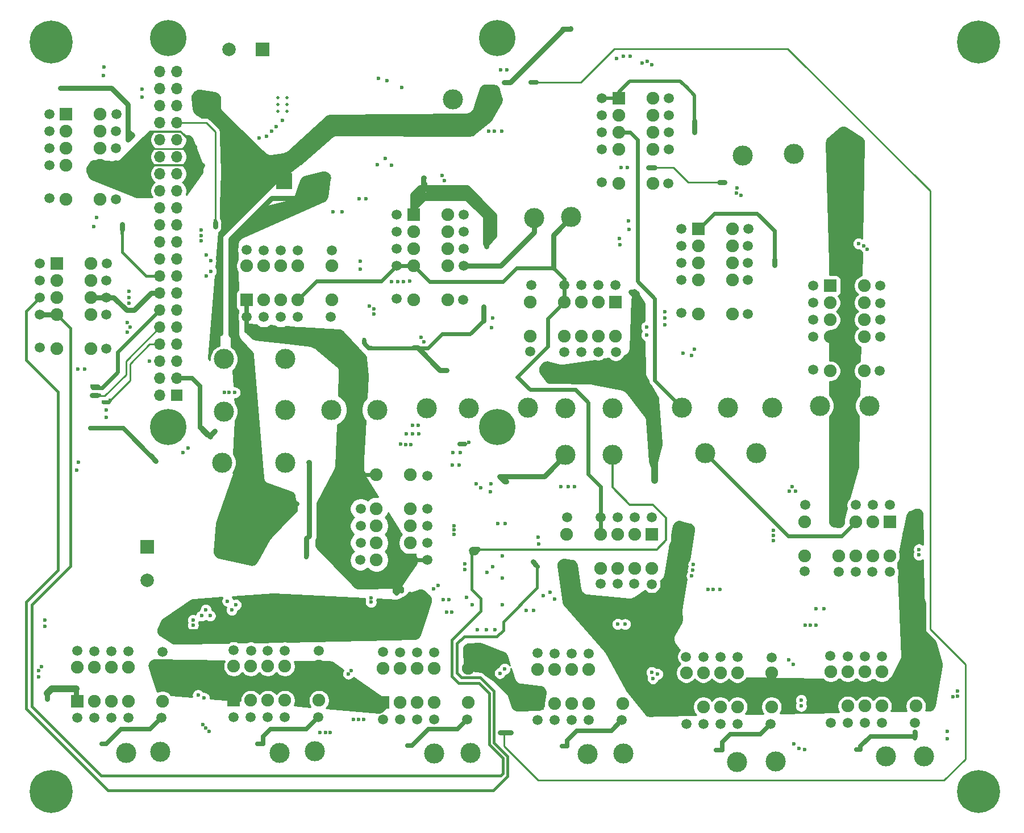
<source format=gbr>
%TF.GenerationSoftware,KiCad,Pcbnew,5.1.6-c6e7f7d~86~ubuntu18.04.1*%
%TF.CreationDate,2020-05-28T18:17:00-07:00*%
%TF.ProjectId,Cal_Station,43616c5f-5374-4617-9469-6f6e2e6b6963,rev?*%
%TF.SameCoordinates,Original*%
%TF.FileFunction,Copper,L3,Inr*%
%TF.FilePolarity,Positive*%
%FSLAX46Y46*%
G04 Gerber Fmt 4.6, Leading zero omitted, Abs format (unit mm)*
G04 Created by KiCad (PCBNEW 5.1.6-c6e7f7d~86~ubuntu18.04.1) date 2020-05-28 18:17:00*
%MOMM*%
%LPD*%
G01*
G04 APERTURE LIST*
%TA.AperFunction,ViaPad*%
%ADD10C,0.500000*%
%TD*%
%TA.AperFunction,ViaPad*%
%ADD11C,1.500000*%
%TD*%
%TA.AperFunction,ViaPad*%
%ADD12C,1.900000*%
%TD*%
%TA.AperFunction,ViaPad*%
%ADD13R,1.900000X1.900000*%
%TD*%
%TA.AperFunction,ViaPad*%
%ADD14C,3.000000*%
%TD*%
%TA.AperFunction,ViaPad*%
%ADD15C,0.800000*%
%TD*%
%TA.AperFunction,ViaPad*%
%ADD16C,6.400000*%
%TD*%
%TA.AperFunction,ViaPad*%
%ADD17C,5.400000*%
%TD*%
%TA.AperFunction,ViaPad*%
%ADD18O,1.700000X1.700000*%
%TD*%
%TA.AperFunction,ViaPad*%
%ADD19R,1.700000X1.700000*%
%TD*%
%TA.AperFunction,ViaPad*%
%ADD20C,2.000000*%
%TD*%
%TA.AperFunction,ViaPad*%
%ADD21R,2.000000X2.000000*%
%TD*%
%TA.AperFunction,ViaPad*%
%ADD22C,2.400000*%
%TD*%
%TA.AperFunction,ViaPad*%
%ADD23R,2.400000X2.400000*%
%TD*%
%TA.AperFunction,ViaPad*%
%ADD24C,0.600000*%
%TD*%
%TA.AperFunction,Conductor*%
%ADD25C,0.950000*%
%TD*%
%TA.AperFunction,Conductor*%
%ADD26C,0.600000*%
%TD*%
%TA.AperFunction,Conductor*%
%ADD27C,1.000000*%
%TD*%
%TA.AperFunction,Conductor*%
%ADD28C,0.750000*%
%TD*%
%TA.AperFunction,Conductor*%
%ADD29C,0.650000*%
%TD*%
%TA.AperFunction,Conductor*%
%ADD30C,0.500000*%
%TD*%
%TA.AperFunction,Conductor*%
%ADD31C,0.250000*%
%TD*%
%TA.AperFunction,Conductor*%
%ADD32C,0.350000*%
%TD*%
%TA.AperFunction,Conductor*%
%ADD33C,0.450000*%
%TD*%
%TA.AperFunction,Conductor*%
%ADD34C,0.254000*%
%TD*%
G04 APERTURE END LIST*
D10*
%TO.N,PI_GND*%
%TO.C,U1*%
X70206000Y-105862000D03*
X71606000Y-105862000D03*
X70206000Y-106862000D03*
X71606000Y-106862000D03*
X70206000Y-107862000D03*
X71606000Y-107862000D03*
%TD*%
D11*
%TO.N,Vref_OUT*%
%TO.C,K17*%
X42980000Y-70820000D03*
%TO.N,PI_GND*%
X52930000Y-70815000D03*
D12*
X50580000Y-70820000D03*
%TO.N,Vref_OUT*%
X45500000Y-70820000D03*
%TO.N,Net-(K17-Pad8)*%
X50580000Y-68280000D03*
%TO.N,K17_SET*%
X50580000Y-65740000D03*
%TO.N,/34401_A/GNDA*%
X50580000Y-73360000D03*
%TO.N,CAL_RESET*%
X45500000Y-78440000D03*
D13*
%TO.N,PI_+5V*%
X45500000Y-65740000D03*
D12*
X50580000Y-78440000D03*
%TO.N,Net-(K17-Pad3)*%
X45500000Y-68280000D03*
%TO.N,DAC_AUX_BUF*%
X45500000Y-73360000D03*
D11*
%TO.N,PI_+5V*%
X52880000Y-78440000D03*
%TO.N,/34401_A/GNDA*%
X52930000Y-73365000D03*
%TO.N,Net-(K17-Pad8)*%
X52930000Y-68315000D03*
%TO.N,K17_SET*%
X52980000Y-65715000D03*
%TO.N,PI_+5V*%
X42980000Y-65740000D03*
%TO.N,Net-(K17-Pad3)*%
X42980000Y-68280000D03*
%TO.N,DAC_AUX_BUF*%
X42980000Y-73360000D03*
%TO.N,CAL_RESET*%
X42980000Y-78290000D03*
%TD*%
%TO.N,Net-(K16-Pad4)*%
%TO.C,K16*%
X44410000Y-48550000D03*
X54360000Y-48545000D03*
D12*
X52010000Y-48550000D03*
X46930000Y-48550000D03*
%TO.N,Net-(K16-Pad8)*%
X52010000Y-46010000D03*
%TO.N,K16_SET*%
X52010000Y-43470000D03*
%TO.N,/34401_A/GNDA*%
X52010000Y-51090000D03*
%TO.N,CAL_RESET*%
X46930000Y-56170000D03*
D13*
%TO.N,PI_+5V*%
X46930000Y-43470000D03*
D12*
X52010000Y-56170000D03*
%TO.N,Net-(K16-Pad3)*%
X46930000Y-46010000D03*
%TO.N,DAC_AUX_BUF*%
X46930000Y-51090000D03*
D11*
%TO.N,PI_+5V*%
X54310000Y-56170000D03*
%TO.N,/34401_A/GNDA*%
X54360000Y-51095000D03*
%TO.N,Net-(K16-Pad8)*%
X54360000Y-46045000D03*
%TO.N,K16_SET*%
X54410000Y-43445000D03*
%TO.N,PI_+5V*%
X44410000Y-43470000D03*
%TO.N,Net-(K16-Pad3)*%
X44410000Y-46010000D03*
%TO.N,DAC_AUX_BUF*%
X44410000Y-51090000D03*
%TO.N,CAL_RESET*%
X44410000Y-56020000D03*
%TD*%
%TO.N,/34401_B/VLoad_div8*%
%TO.C,K15*%
X138574000Y-65652000D03*
%TO.N,/34401_B/LOAD_RTN*%
X148524000Y-65647000D03*
D12*
X146174000Y-65652000D03*
%TO.N,/34401_B/VLoad_div8*%
X141094000Y-65652000D03*
%TO.N,Net-(K15-Pad8)*%
X146174000Y-63112000D03*
%TO.N,K15_SET*%
X146174000Y-60572000D03*
%TO.N,/34401_B/34401B_RTN*%
X146174000Y-68192000D03*
%TO.N,K15_RESET*%
X141094000Y-73272000D03*
D13*
%TO.N,+5V*%
X141094000Y-60572000D03*
D12*
X146174000Y-73272000D03*
%TO.N,Net-(K15-Pad3)*%
X141094000Y-63112000D03*
%TO.N,/34401_B/34401B_V+*%
X141094000Y-68192000D03*
D11*
%TO.N,+5V*%
X148474000Y-73272000D03*
%TO.N,/34401_B/34401B_RTN*%
X148524000Y-68197000D03*
%TO.N,Net-(K15-Pad8)*%
X148524000Y-63147000D03*
%TO.N,K15_SET*%
X148574000Y-60547000D03*
%TO.N,+5V*%
X138574000Y-60572000D03*
%TO.N,Net-(K15-Pad3)*%
X138574000Y-63112000D03*
%TO.N,/34401_B/34401B_V+*%
X138574000Y-68192000D03*
%TO.N,K15_RESET*%
X138574000Y-73122000D03*
%TD*%
%TO.N,/34401_B/REF100+*%
%TO.C,K14*%
X164544000Y-101742000D03*
%TO.N,/34401_B/REF100_RTN*%
X164549000Y-111692000D03*
D12*
X164544000Y-109342000D03*
%TO.N,/34401_B/REF100+*%
X164544000Y-104262000D03*
%TO.N,Net-(K14-Pad8)*%
X167084000Y-109342000D03*
%TO.N,K14_SET*%
X169624000Y-109342000D03*
%TO.N,/34401_B/34401B_RTN*%
X162004000Y-109342000D03*
%TO.N,K14_RESET*%
X156924000Y-104262000D03*
D13*
%TO.N,+5V*%
X169624000Y-104262000D03*
D12*
X156924000Y-109342000D03*
%TO.N,Net-(K14-Pad3)*%
X167084000Y-104262000D03*
%TO.N,/34401_B/34401B_I+*%
X162004000Y-104262000D03*
D11*
%TO.N,+5V*%
X156924000Y-111642000D03*
%TO.N,/34401_B/34401B_RTN*%
X161999000Y-111692000D03*
%TO.N,Net-(K14-Pad8)*%
X167049000Y-111692000D03*
%TO.N,K14_SET*%
X169649000Y-111742000D03*
%TO.N,+5V*%
X169624000Y-101742000D03*
%TO.N,Net-(K14-Pad3)*%
X167084000Y-101742000D03*
%TO.N,/34401_B/34401B_I+*%
X162004000Y-101742000D03*
%TO.N,K14_RESET*%
X157074000Y-101742000D03*
%TD*%
%TO.N,/34401_B/CoolerV*%
%TO.C,K13*%
X126740000Y-46170000D03*
%TO.N,/34401_B/GND*%
X136690000Y-46165000D03*
D12*
X134340000Y-46170000D03*
%TO.N,/34401_B/CoolerV*%
X129260000Y-46170000D03*
%TO.N,Net-(K13-Pad8)*%
X134340000Y-43630000D03*
%TO.N,K13_SET*%
X134340000Y-41090000D03*
%TO.N,/34401_B/34401B_RTN*%
X134340000Y-48710000D03*
%TO.N,K13_RESET*%
X129260000Y-53790000D03*
D13*
%TO.N,+5V*%
X129260000Y-41090000D03*
D12*
X134340000Y-53790000D03*
%TO.N,Net-(K13-Pad3)*%
X129260000Y-43630000D03*
%TO.N,/34401_B/34401B_V+*%
X129260000Y-48710000D03*
D11*
%TO.N,+5V*%
X136640000Y-53790000D03*
%TO.N,/34401_B/34401B_RTN*%
X136690000Y-48715000D03*
%TO.N,Net-(K13-Pad8)*%
X136690000Y-43665000D03*
%TO.N,K13_SET*%
X136740000Y-41065000D03*
%TO.N,+5V*%
X126740000Y-41090000D03*
%TO.N,Net-(K13-Pad3)*%
X126740000Y-43630000D03*
%TO.N,/34401_B/34401B_V+*%
X126740000Y-48710000D03*
%TO.N,K13_RESET*%
X126740000Y-53640000D03*
%TD*%
%TO.N,/34401_B/I_LOAD*%
%TO.C,K12*%
X158240000Y-74140000D03*
%TO.N,/34401_B/LOAD_RTN*%
X168190000Y-74135000D03*
D12*
X165840000Y-74140000D03*
%TO.N,/34401_B/I_LOAD*%
X160760000Y-74140000D03*
%TO.N,Net-(K12-Pad8)*%
X165840000Y-71600000D03*
%TO.N,K12_SET*%
X165840000Y-69060000D03*
%TO.N,/34401_B/34401B_RTN*%
X165840000Y-76680000D03*
%TO.N,K12_RESET*%
X160760000Y-81760000D03*
D13*
%TO.N,+5V*%
X160760000Y-69060000D03*
D12*
X165840000Y-81760000D03*
%TO.N,Net-(K12-Pad3)*%
X160760000Y-71600000D03*
%TO.N,/34401_B/34401B_I+*%
X160760000Y-76680000D03*
D11*
%TO.N,+5V*%
X168140000Y-81760000D03*
%TO.N,/34401_B/34401B_RTN*%
X168190000Y-76685000D03*
%TO.N,Net-(K12-Pad8)*%
X168190000Y-71635000D03*
%TO.N,K12_SET*%
X168240000Y-69035000D03*
%TO.N,+5V*%
X158240000Y-69060000D03*
%TO.N,Net-(K12-Pad3)*%
X158240000Y-71600000D03*
%TO.N,/34401_B/34401B_I+*%
X158240000Y-76680000D03*
%TO.N,K12_RESET*%
X158240000Y-81610000D03*
%TD*%
%TO.N,/34401_A/COOLERV_div4*%
%TO.C,K11*%
X96192000Y-63522000D03*
%TO.N,/34401_A/GNDA*%
X106142000Y-63517000D03*
D12*
X103792000Y-63522000D03*
%TO.N,/34401_A/COOLERV_div4*%
X98712000Y-63522000D03*
%TO.N,Net-(K11-Pad8)*%
X103792000Y-60982000D03*
%TO.N,K11_SET*%
X103792000Y-58442000D03*
%TO.N,/34401_A/34401A_RTN*%
X103792000Y-66062000D03*
%TO.N,K11_RESET*%
X98712000Y-71142000D03*
D13*
%TO.N,+5V*%
X98712000Y-58442000D03*
D12*
X103792000Y-71142000D03*
%TO.N,Net-(K11-Pad3)*%
X98712000Y-60982000D03*
%TO.N,/34401_A/34401A_V+*%
X98712000Y-66062000D03*
D11*
%TO.N,+5V*%
X106092000Y-71142000D03*
%TO.N,/34401_A/34401A_RTN*%
X106142000Y-66067000D03*
%TO.N,Net-(K11-Pad8)*%
X106142000Y-61017000D03*
%TO.N,K11_SET*%
X106192000Y-58417000D03*
%TO.N,+5V*%
X96192000Y-58442000D03*
%TO.N,Net-(K11-Pad3)*%
X96192000Y-60982000D03*
%TO.N,/34401_A/34401A_V+*%
X96192000Y-66062000D03*
%TO.N,K11_RESET*%
X96192000Y-70992000D03*
%TD*%
%TO.N,DAC_AUX_BUF*%
%TO.C,K10*%
X123710000Y-68960000D03*
%TO.N,/34401_A/GNDA*%
X123715000Y-78910000D03*
D12*
X123710000Y-76560000D03*
%TO.N,DAC_AUX_BUF*%
X123710000Y-71480000D03*
%TO.N,Net-(K10-Pad8)*%
X126250000Y-76560000D03*
%TO.N,K10_SET*%
X128790000Y-76560000D03*
%TO.N,/34401_A/34401A_RTN*%
X121170000Y-76560000D03*
%TO.N,K10_RESET*%
X116090000Y-71480000D03*
D13*
%TO.N,+5V*%
X128790000Y-71480000D03*
D12*
X116090000Y-76560000D03*
%TO.N,Net-(K10-Pad3)*%
X126250000Y-71480000D03*
%TO.N,/34401_A/34401A_V+*%
X121170000Y-71480000D03*
D11*
%TO.N,+5V*%
X116090000Y-78860000D03*
%TO.N,/34401_A/34401A_RTN*%
X121165000Y-78910000D03*
%TO.N,Net-(K10-Pad8)*%
X126215000Y-78910000D03*
%TO.N,K10_SET*%
X128815000Y-78960000D03*
%TO.N,+5V*%
X128790000Y-68960000D03*
%TO.N,Net-(K10-Pad3)*%
X126250000Y-68960000D03*
%TO.N,/34401_A/34401A_V+*%
X121170000Y-68960000D03*
%TO.N,K10_RESET*%
X116240000Y-68960000D03*
%TD*%
%TO.N,/34401_A/2V5_filt*%
%TO.C,K9*%
X129078000Y-103578000D03*
%TO.N,/34401_A/GNDA*%
X129083000Y-113528000D03*
D12*
X129078000Y-111178000D03*
%TO.N,/34401_A/2V5_filt*%
X129078000Y-106098000D03*
%TO.N,Net-(K9-Pad8)*%
X131618000Y-111178000D03*
%TO.N,K9_SET*%
X134158000Y-111178000D03*
%TO.N,/34401_A/34401A_RTN*%
X126538000Y-111178000D03*
%TO.N,K9_RESET*%
X121458000Y-106098000D03*
D13*
%TO.N,+5V*%
X134158000Y-106098000D03*
D12*
X121458000Y-111178000D03*
%TO.N,Net-(K9-Pad3)*%
X131618000Y-106098000D03*
%TO.N,/34401_A/34401A_V+*%
X126538000Y-106098000D03*
D11*
%TO.N,+5V*%
X121458000Y-113478000D03*
%TO.N,/34401_A/34401A_RTN*%
X126533000Y-113528000D03*
%TO.N,Net-(K9-Pad8)*%
X131583000Y-113528000D03*
%TO.N,K9_SET*%
X134183000Y-113578000D03*
%TO.N,+5V*%
X134158000Y-103578000D03*
%TO.N,Net-(K9-Pad3)*%
X131618000Y-103578000D03*
%TO.N,/34401_A/34401A_V+*%
X126538000Y-103578000D03*
%TO.N,K9_RESET*%
X121608000Y-103578000D03*
%TD*%
%TO.N,/34401_A/LOAD+*%
%TO.C,K8*%
X78890000Y-73704360D03*
%TO.N,/34401_A/LOAD_RTN*%
X78885000Y-63754360D03*
D12*
X78890000Y-66104360D03*
%TO.N,/34401_A/LOAD+*%
X78890000Y-71184360D03*
%TO.N,Net-(K8-Pad8)*%
X76350000Y-66104360D03*
%TO.N,K8_SET*%
X73810000Y-66104360D03*
%TO.N,/34401_A/34401A_RTN*%
X81430000Y-66104360D03*
%TO.N,K8_RESET*%
X86510000Y-71184360D03*
D13*
%TO.N,+5V*%
X73810000Y-71184360D03*
D12*
X86510000Y-66104360D03*
%TO.N,Net-(K8-Pad3)*%
X76350000Y-71184360D03*
%TO.N,/34401_A/34401A_V+*%
X81430000Y-71184360D03*
D11*
%TO.N,+5V*%
X86510000Y-63804360D03*
%TO.N,/34401_A/34401A_RTN*%
X81435000Y-63754360D03*
%TO.N,Net-(K8-Pad8)*%
X76385000Y-63754360D03*
%TO.N,K8_SET*%
X73785000Y-63704360D03*
%TO.N,+5V*%
X73810000Y-73704360D03*
%TO.N,Net-(K8-Pad3)*%
X76350000Y-73704360D03*
%TO.N,/34401_A/34401A_V+*%
X81430000Y-73704360D03*
%TO.N,K8_RESET*%
X86360000Y-73704360D03*
%TD*%
%TO.N,/Resistor_Array/RES_RTN*%
%TO.C,K7*%
X165910000Y-134250000D03*
%TO.N,/Resistor_Array/RES_IN*%
X165905000Y-124300000D03*
D12*
X165910000Y-126650000D03*
%TO.N,/Resistor_Array/RES_RTN*%
X165910000Y-131730000D03*
%TO.N,Net-(K7-Pad8)*%
X163370000Y-126650000D03*
%TO.N,K7_SET*%
X160830000Y-126650000D03*
%TO.N,Net-(K7-Pad10)*%
X168450000Y-126650000D03*
%TO.N,K7_RESET*%
X173530000Y-131730000D03*
D13*
%TO.N,+5V*%
X160830000Y-131730000D03*
D12*
X173530000Y-126650000D03*
%TO.N,Net-(K7-Pad3)*%
X163370000Y-131730000D03*
%TO.N,Net-(K7-Pad5)*%
X168450000Y-131730000D03*
D11*
%TO.N,+5V*%
X173530000Y-124350000D03*
%TO.N,Net-(K7-Pad10)*%
X168455000Y-124300000D03*
%TO.N,Net-(K7-Pad8)*%
X163405000Y-124300000D03*
%TO.N,K7_SET*%
X160805000Y-124250000D03*
%TO.N,+5V*%
X160830000Y-134250000D03*
%TO.N,Net-(K7-Pad3)*%
X163370000Y-134250000D03*
%TO.N,Net-(K7-Pad5)*%
X168450000Y-134250000D03*
%TO.N,K7_RESET*%
X173380000Y-134250000D03*
%TD*%
%TO.N,/Resistor_Array/RES_RTN*%
%TO.C,K6*%
X53650000Y-133512000D03*
%TO.N,/Resistor_Array/RES_IN*%
X53645000Y-123562000D03*
D12*
X53650000Y-125912000D03*
%TO.N,/Resistor_Array/RES_RTN*%
X53650000Y-130992000D03*
%TO.N,Net-(K6-Pad8)*%
X51110000Y-125912000D03*
%TO.N,K6_SET*%
X48570000Y-125912000D03*
%TO.N,Net-(K6-Pad10)*%
X56190000Y-125912000D03*
%TO.N,K6_RESET*%
X61270000Y-130992000D03*
D13*
%TO.N,+5V*%
X48570000Y-130992000D03*
D12*
X61270000Y-125912000D03*
%TO.N,Net-(K6-Pad3)*%
X51110000Y-130992000D03*
%TO.N,Net-(K6-Pad5)*%
X56190000Y-130992000D03*
D11*
%TO.N,+5V*%
X61270000Y-123612000D03*
%TO.N,Net-(K6-Pad10)*%
X56195000Y-123562000D03*
%TO.N,Net-(K6-Pad8)*%
X51145000Y-123562000D03*
%TO.N,K6_SET*%
X48545000Y-123512000D03*
%TO.N,+5V*%
X48570000Y-133512000D03*
%TO.N,Net-(K6-Pad3)*%
X51110000Y-133512000D03*
%TO.N,Net-(K6-Pad5)*%
X56190000Y-133512000D03*
%TO.N,K6_RESET*%
X61120000Y-133512000D03*
%TD*%
%TO.N,/Resistor_Array/RES_RTN*%
%TO.C,K5*%
X76980000Y-133400000D03*
%TO.N,/Resistor_Array/RES_IN*%
X76975000Y-123450000D03*
D12*
X76980000Y-125800000D03*
%TO.N,/Resistor_Array/RES_RTN*%
X76980000Y-130880000D03*
%TO.N,Net-(K5-Pad8)*%
X74440000Y-125800000D03*
%TO.N,K5_SET*%
X71900000Y-125800000D03*
%TO.N,Net-(K5-Pad10)*%
X79520000Y-125800000D03*
%TO.N,K5_RESET*%
X84600000Y-130880000D03*
D13*
%TO.N,+5V*%
X71900000Y-130880000D03*
D12*
X84600000Y-125800000D03*
%TO.N,Net-(K5-Pad3)*%
X74440000Y-130880000D03*
%TO.N,Net-(K5-Pad5)*%
X79520000Y-130880000D03*
D11*
%TO.N,+5V*%
X84600000Y-123500000D03*
%TO.N,Net-(K5-Pad10)*%
X79525000Y-123450000D03*
%TO.N,Net-(K5-Pad8)*%
X74475000Y-123450000D03*
%TO.N,K5_SET*%
X71875000Y-123400000D03*
%TO.N,+5V*%
X71900000Y-133400000D03*
%TO.N,Net-(K5-Pad3)*%
X74440000Y-133400000D03*
%TO.N,Net-(K5-Pad5)*%
X79520000Y-133400000D03*
%TO.N,K5_RESET*%
X84450000Y-133400000D03*
%TD*%
%TO.N,/Resistor_Array/RES_RTN*%
%TO.C,K4*%
X99200000Y-133688000D03*
%TO.N,/Resistor_Array/RES_IN*%
X99195000Y-123738000D03*
D12*
X99200000Y-126088000D03*
%TO.N,/Resistor_Array/RES_RTN*%
X99200000Y-131168000D03*
%TO.N,Net-(K4-Pad8)*%
X96660000Y-126088000D03*
%TO.N,K4_SET*%
X94120000Y-126088000D03*
%TO.N,Net-(K4-Pad10)*%
X101740000Y-126088000D03*
%TO.N,K4_RESET*%
X106820000Y-131168000D03*
D13*
%TO.N,+5V*%
X94120000Y-131168000D03*
D12*
X106820000Y-126088000D03*
%TO.N,Net-(K4-Pad3)*%
X96660000Y-131168000D03*
%TO.N,Net-(K4-Pad5)*%
X101740000Y-131168000D03*
D11*
%TO.N,+5V*%
X106820000Y-123788000D03*
%TO.N,Net-(K4-Pad10)*%
X101745000Y-123738000D03*
%TO.N,Net-(K4-Pad8)*%
X96695000Y-123738000D03*
%TO.N,K4_SET*%
X94095000Y-123688000D03*
%TO.N,+5V*%
X94120000Y-133688000D03*
%TO.N,Net-(K4-Pad3)*%
X96660000Y-133688000D03*
%TO.N,Net-(K4-Pad5)*%
X101740000Y-133688000D03*
%TO.N,K4_RESET*%
X106670000Y-133688000D03*
%TD*%
%TO.N,/Resistor_Array/RES_RTN*%
%TO.C,K3*%
X122240000Y-133844000D03*
%TO.N,/Resistor_Array/RES_IN*%
X122235000Y-123894000D03*
D12*
X122240000Y-126244000D03*
%TO.N,/Resistor_Array/RES_RTN*%
X122240000Y-131324000D03*
%TO.N,Net-(K3-Pad8)*%
X119700000Y-126244000D03*
%TO.N,K3_SET*%
X117160000Y-126244000D03*
%TO.N,Net-(K3-Pad10)*%
X124780000Y-126244000D03*
%TO.N,K3_RESET*%
X129860000Y-131324000D03*
D13*
%TO.N,+5V*%
X117160000Y-131324000D03*
D12*
X129860000Y-126244000D03*
%TO.N,Net-(K3-Pad3)*%
X119700000Y-131324000D03*
%TO.N,Net-(K3-Pad5)*%
X124780000Y-131324000D03*
D11*
%TO.N,+5V*%
X129860000Y-123944000D03*
%TO.N,Net-(K3-Pad10)*%
X124785000Y-123894000D03*
%TO.N,Net-(K3-Pad8)*%
X119735000Y-123894000D03*
%TO.N,K3_SET*%
X117135000Y-123844000D03*
%TO.N,+5V*%
X117160000Y-133844000D03*
%TO.N,Net-(K3-Pad3)*%
X119700000Y-133844000D03*
%TO.N,Net-(K3-Pad5)*%
X124780000Y-133844000D03*
%TO.N,K3_RESET*%
X129710000Y-133844000D03*
%TD*%
%TO.N,/Resistor_Array/RES_RTN*%
%TO.C,K2*%
X144396000Y-134372000D03*
%TO.N,/Resistor_Array/RES_IN*%
X144391000Y-124422000D03*
D12*
X144396000Y-126772000D03*
%TO.N,/Resistor_Array/RES_RTN*%
X144396000Y-131852000D03*
%TO.N,Net-(K2-Pad8)*%
X141856000Y-126772000D03*
%TO.N,K2_SET*%
X139316000Y-126772000D03*
%TO.N,Net-(K2-Pad10)*%
X146936000Y-126772000D03*
%TO.N,K2_RESET*%
X152016000Y-131852000D03*
D13*
%TO.N,+5V*%
X139316000Y-131852000D03*
D12*
X152016000Y-126772000D03*
%TO.N,Net-(K2-Pad3)*%
X141856000Y-131852000D03*
%TO.N,Net-(K2-Pad5)*%
X146936000Y-131852000D03*
D11*
%TO.N,+5V*%
X152016000Y-124472000D03*
%TO.N,Net-(K2-Pad10)*%
X146941000Y-124422000D03*
%TO.N,Net-(K2-Pad8)*%
X141891000Y-124422000D03*
%TO.N,K2_SET*%
X139291000Y-124372000D03*
%TO.N,+5V*%
X139316000Y-134372000D03*
%TO.N,Net-(K2-Pad3)*%
X141856000Y-134372000D03*
%TO.N,Net-(K2-Pad5)*%
X146936000Y-134372000D03*
%TO.N,K2_RESET*%
X151866000Y-134372000D03*
%TD*%
%TO.N,/PWR_IN*%
%TO.C,K1*%
X100752360Y-104864000D03*
%TO.N,/PWR_RTN*%
X90802360Y-104869000D03*
D12*
X93152360Y-104864000D03*
%TO.N,/PWR_IN*%
X98232360Y-104864000D03*
%TO.N,/Resistor_Array/RES_RTN*%
X93152360Y-107404000D03*
%TO.N,K1_SET*%
X93152360Y-109944000D03*
%TO.N,Net-(J5-Pad1)*%
X93152360Y-102324000D03*
%TO.N,K1_RESET*%
X98232360Y-97244000D03*
D13*
%TO.N,+5V*%
X98232360Y-109944000D03*
D12*
X93152360Y-97244000D03*
%TO.N,/Resistor_Array/RES_IN*%
X98232360Y-107404000D03*
%TO.N,Net-(J7-Pad1)*%
X98232360Y-102324000D03*
D11*
%TO.N,+5V*%
X90852360Y-97244000D03*
%TO.N,Net-(J5-Pad1)*%
X90802360Y-102319000D03*
%TO.N,/Resistor_Array/RES_RTN*%
X90802360Y-107369000D03*
%TO.N,K1_SET*%
X90752360Y-109969000D03*
%TO.N,+5V*%
X100752360Y-109944000D03*
%TO.N,/Resistor_Array/RES_IN*%
X100752360Y-107404000D03*
%TO.N,Net-(J7-Pad1)*%
X100752360Y-102324000D03*
%TO.N,K1_RESET*%
X100752360Y-97394000D03*
%TD*%
D14*
%TO.N,+6V*%
%TO.C,TP18*%
X109610000Y-41240000D03*
%TD*%
%TO.N,PI_GND*%
%TO.C,TP17*%
X104560000Y-41240000D03*
%TD*%
D15*
%TO.N,N/C*%
%TO.C,H8*%
X46377056Y-30992944D03*
X44680000Y-30290000D03*
X42982944Y-30992944D03*
X42280000Y-32690000D03*
X42982944Y-34387056D03*
X44680000Y-35090000D03*
X46377056Y-34387056D03*
X47080000Y-32690000D03*
D16*
X44680000Y-32690000D03*
%TD*%
D15*
%TO.N,N/C*%
%TO.C,H7*%
X184527056Y-30992944D03*
X182830000Y-30290000D03*
X181132944Y-30992944D03*
X180430000Y-32690000D03*
X181132944Y-34387056D03*
X182830000Y-35090000D03*
X184527056Y-34387056D03*
X185230000Y-32690000D03*
D16*
X182830000Y-32690000D03*
%TD*%
D15*
%TO.N,N/C*%
%TO.C,H6*%
X46377056Y-142782944D03*
X44680000Y-142080000D03*
X42982944Y-142782944D03*
X42280000Y-144480000D03*
X42982944Y-146177056D03*
X44680000Y-146880000D03*
X46377056Y-146177056D03*
X47080000Y-144480000D03*
D16*
X44680000Y-144480000D03*
%TD*%
D15*
%TO.N,N/C*%
%TO.C,H5*%
X184527056Y-142802944D03*
X182830000Y-142100000D03*
X181132944Y-142802944D03*
X180430000Y-144500000D03*
X181132944Y-146197056D03*
X182830000Y-146900000D03*
X184527056Y-146197056D03*
X185230000Y-144500000D03*
D16*
X182830000Y-144500000D03*
%TD*%
D15*
%TO.N,N/C*%
%TO.C,H4*%
X112601891Y-30688109D03*
X111170000Y-30095000D03*
X109738109Y-30688109D03*
X109145000Y-32120000D03*
X109738109Y-33551891D03*
X111170000Y-34145000D03*
X112601891Y-33551891D03*
X113195000Y-32120000D03*
D17*
X111170000Y-32120000D03*
%TD*%
D15*
%TO.N,N/C*%
%TO.C,H3*%
X63601891Y-88688109D03*
X62170000Y-88095000D03*
X60738109Y-88688109D03*
X60145000Y-90120000D03*
X60738109Y-91551891D03*
X62170000Y-92145000D03*
X63601891Y-91551891D03*
X64195000Y-90120000D03*
D17*
X62170000Y-90120000D03*
%TD*%
D15*
%TO.N,N/C*%
%TO.C,H2*%
X112601891Y-88688109D03*
X111170000Y-88095000D03*
X109738109Y-88688109D03*
X109145000Y-90120000D03*
X109738109Y-91551891D03*
X111170000Y-92145000D03*
X112601891Y-91551891D03*
X113195000Y-90120000D03*
D17*
X111170000Y-90120000D03*
%TD*%
D15*
%TO.N,N/C*%
%TO.C,H1*%
X63601891Y-30688109D03*
X62170000Y-30095000D03*
X60738109Y-30688109D03*
X60145000Y-32120000D03*
X60738109Y-33551891D03*
X62170000Y-34145000D03*
X63601891Y-33551891D03*
X64195000Y-32120000D03*
D17*
X62170000Y-32120000D03*
%TD*%
D14*
%TO.N,/34401_B/REF100+*%
%TO.C,J28*%
X142130000Y-94000000D03*
%TD*%
%TO.N,/34401_B/REF100_RTN*%
%TO.C,J27*%
X149790000Y-94000000D03*
%TD*%
%TO.N,/34401_B/34401B_I+*%
%TO.C,J26*%
X162930000Y-49260000D03*
%TD*%
%TO.N,/34401_B/34401B_RTN*%
%TO.C,J25*%
X155320000Y-49400000D03*
%TD*%
%TO.N,/34401_B/34401B_V+*%
%TO.C,J24*%
X147750000Y-49660000D03*
%TD*%
%TO.N,/34401_B/I_LOAD*%
%TO.C,J23*%
X159204000Y-86946000D03*
%TD*%
%TO.N,/34401_B/VLoad_div8*%
%TO.C,J22*%
X152092000Y-87200000D03*
%TD*%
%TO.N,/34401_B/GND*%
%TO.C,J20*%
X145488000Y-87200000D03*
%TD*%
%TO.N,/34401_A/34401A_RTN*%
%TO.C,J19*%
X116620000Y-58990000D03*
%TD*%
%TO.N,/34401_A/34401A_V+*%
%TO.C,J18*%
X122190000Y-58810000D03*
%TD*%
%TO.N,/34401_B/CoolerV*%
%TO.C,J17*%
X138630000Y-87200000D03*
%TD*%
%TO.N,/34401_A/LOAD_RTN*%
%TO.C,J16*%
X79580000Y-80000000D03*
%TD*%
%TO.N,/34401_A/LOAD+*%
%TO.C,J15*%
X70430000Y-80000000D03*
%TD*%
%TO.N,DAC_AUX_BUF*%
%TO.C,J14*%
X128320000Y-94300000D03*
%TD*%
%TO.N,/34401_A/GNDA*%
%TO.C,J13*%
X128320000Y-87300000D03*
%TD*%
%TO.N,DAC_AUX*%
%TO.C,J12*%
X121320000Y-94280000D03*
%TD*%
%TO.N,/34401_A/GNDA*%
%TO.C,J11*%
X121320000Y-87300000D03*
%TD*%
%TO.N,/34401_B/LOAD_RTN*%
%TO.C,J10*%
X166570000Y-86946000D03*
%TD*%
%TO.N,/34401_A/2V5_filt*%
%TO.C,J9*%
X115720000Y-87280000D03*
%TD*%
%TO.N,/34401_A/COOLERV_div4*%
%TO.C,J8*%
X106950000Y-87300000D03*
%TD*%
%TO.N,Net-(J7-Pad1)*%
%TO.C,J7*%
X100660000Y-87308000D03*
%TD*%
%TO.N,/PWR_IN*%
%TO.C,J6*%
X86436000Y-87562000D03*
%TD*%
%TO.N,Net-(J5-Pad1)*%
%TO.C,J5*%
X93294000Y-87562000D03*
%TD*%
%TO.N,Net-(J3-Pad1)*%
%TO.C,J4*%
X79578000Y-95436000D03*
%TD*%
%TO.N,Net-(J3-Pad1)*%
%TO.C,J3*%
X79578000Y-87562000D03*
%TD*%
%TO.N,/PWR_RTN*%
%TO.C,J2*%
X70180000Y-95436000D03*
%TD*%
%TO.N,/PWR_RTN*%
%TO.C,J1*%
X70434000Y-87816000D03*
%TD*%
D10*
%TO.N,PI_GND*%
%TO.C,U2*%
X79870000Y-43010000D03*
X78470000Y-43010000D03*
X79870000Y-42010000D03*
X78470000Y-42010000D03*
X79870000Y-41010000D03*
X78470000Y-41010000D03*
%TD*%
D14*
%TO.N,Net-(K3-Pad5)*%
%TO.C,TP14*%
X124580000Y-138900000D03*
%TD*%
%TO.N,Net-(K3-Pad10)*%
%TO.C,TP13*%
X129980000Y-138840000D03*
%TD*%
%TO.N,Net-(K2-Pad5)*%
%TO.C,TP12*%
X146920000Y-140060000D03*
%TD*%
%TO.N,Net-(K2-Pad10)*%
%TO.C,TP11*%
X152650000Y-139980000D03*
%TD*%
%TO.N,Net-(K7-Pad5)*%
%TO.C,TP10*%
X169050000Y-139230000D03*
%TD*%
%TO.N,Net-(K7-Pad10)*%
%TO.C,TP9*%
X174750000Y-139200000D03*
%TD*%
%TO.N,Net-(K6-Pad5)*%
%TO.C,TP8*%
X55870000Y-138730000D03*
%TD*%
%TO.N,Net-(K6-Pad10)*%
%TO.C,TP7*%
X60950000Y-138540000D03*
%TD*%
%TO.N,Net-(K5-Pad5)*%
%TO.C,TP6*%
X78730000Y-138740000D03*
%TD*%
%TO.N,Net-(K5-Pad10)*%
%TO.C,TP5*%
X84010000Y-138480000D03*
%TD*%
%TO.N,Net-(K4-Pad5)*%
%TO.C,TP4*%
X101740000Y-138830000D03*
%TD*%
%TO.N,Net-(K4-Pad10)*%
%TO.C,TP3*%
X107210000Y-138750000D03*
%TD*%
D18*
%TO.N,K11_SET_SIGNL*%
%TO.C,PI1*%
X60900000Y-37130000D03*
%TO.N,PI_GND*%
X63440000Y-37130000D03*
%TO.N,K12_SET_SIGNL*%
X60900000Y-39670000D03*
%TO.N,K10_SET_SIGNL*%
X63440000Y-39670000D03*
%TO.N,K13_SET_SIGNL*%
X60900000Y-42210000D03*
%TO.N,K9_SET_SIGNL*%
X63440000Y-42210000D03*
%TO.N,PI_GND*%
X60900000Y-44750000D03*
%TO.N,K8_SET_SIGNL*%
X63440000Y-44750000D03*
%TO.N,K14_SET_SIGNL*%
X60900000Y-47290000D03*
%TO.N,RES_ARRAY_RESET_SIGNL*%
X63440000Y-47290000D03*
%TO.N,PI_GND*%
X60900000Y-49830000D03*
%TO.N,K7_SET_SIGNL*%
X63440000Y-49830000D03*
%TO.N,Net-(PI1-Pad28)*%
X60900000Y-52370000D03*
%TO.N,Net-(PI1-Pad27)*%
X63440000Y-52370000D03*
%TO.N,K15_SET_SIGNL*%
X60900000Y-54910000D03*
%TO.N,PI_GND*%
X63440000Y-54910000D03*
%TO.N,BANK_A_RESET_SIGNL*%
X60900000Y-57450000D03*
%TO.N,K6_SET_SIGNL*%
X63440000Y-57450000D03*
%TO.N,BANK_B_RESET_SIGNL*%
X60900000Y-59990000D03*
%TO.N,K5_SET_SIGNL*%
X63440000Y-59990000D03*
%TO.N,PI_GND*%
X60900000Y-62530000D03*
%TO.N,K4_SET_SIGNL*%
X63440000Y-62530000D03*
%TO.N,K16_SET_SIGNL*%
X60900000Y-65070000D03*
%TO.N,Net-(PI1-Pad17)*%
X63440000Y-65070000D03*
%TO.N,K17_SET_SIGNL*%
X60900000Y-67610000D03*
%TO.N,K3_SET_SIGNL*%
X63440000Y-67610000D03*
%TO.N,PI_GND*%
X60900000Y-70150000D03*
%TO.N,K2_SET_SIGNL*%
X63440000Y-70150000D03*
%TO.N,CAL_RESET_SIGNL*%
X60900000Y-72690000D03*
%TO.N,K1_RESET_SIGNL*%
X63440000Y-72690000D03*
%TO.N,RX*%
X60900000Y-75230000D03*
%TO.N,PI_GND*%
X63440000Y-75230000D03*
%TO.N,TX*%
X60900000Y-77770000D03*
%TO.N,K1_SET_SGNL*%
X63440000Y-77770000D03*
%TO.N,PI_GND*%
X60900000Y-80310000D03*
%TO.N,Net-(PI1-Pad5)*%
X63440000Y-80310000D03*
%TO.N,PI_+5V*%
X60900000Y-82850000D03*
%TO.N,LTC2057_SHDN*%
X63440000Y-82850000D03*
%TO.N,PI_+5V*%
X60900000Y-85390000D03*
D19*
%TO.N,Net-(PI1-Pad1)*%
X63440000Y-85390000D03*
%TD*%
D20*
%TO.N,PI_GND*%
%TO.C,C49*%
X71190000Y-33800000D03*
D21*
%TO.N,+5V*%
X76190000Y-33800000D03*
%TD*%
D20*
%TO.N,PI_GND*%
%TO.C,C48*%
X59026000Y-113012000D03*
D21*
%TO.N,PI_+5V*%
X59026000Y-108012000D03*
%TD*%
D22*
%TO.N,PI_GND*%
%TO.C,C35*%
X84390000Y-53430000D03*
D23*
%TO.N,+6V*%
X79390000Y-53430000D03*
%TD*%
D24*
%TO.N,K1_RESET*%
X104678000Y-106092000D03*
X104678000Y-105452000D03*
X104678000Y-104822000D03*
%TO.N,+5V*%
X85326000Y-106934000D03*
X85330000Y-105450000D03*
X85320000Y-106150000D03*
X96430000Y-113760000D03*
X96170000Y-114910000D03*
X96900000Y-114590000D03*
X149400000Y-128730000D03*
X150340000Y-128620000D03*
X151190000Y-128520000D03*
X151890000Y-129030000D03*
X44070000Y-130710000D03*
X44070000Y-129860000D03*
X47540000Y-129320000D03*
X172395000Y-127785000D03*
X171420000Y-127340000D03*
X171230000Y-128300000D03*
X134608000Y-98082000D03*
X134630000Y-97360000D03*
X134608000Y-96672000D03*
X118360000Y-82340000D03*
X119510000Y-82020000D03*
X118555000Y-81325000D03*
X130182000Y-117588000D03*
X129110000Y-117570000D03*
X128170000Y-117570000D03*
X138680000Y-107200000D03*
X138680000Y-106490000D03*
X138680000Y-105740000D03*
X152454000Y-64446000D03*
X152470000Y-65220000D03*
X152460000Y-65960000D03*
X173195000Y-105195000D03*
X173510000Y-104480000D03*
X173510000Y-103720000D03*
X131960000Y-72320000D03*
X131010000Y-69980000D03*
X131940000Y-70440000D03*
X99900000Y-54770000D03*
X100450000Y-53900000D03*
X100200000Y-52950000D03*
X109540000Y-62170000D03*
X109540000Y-63170000D03*
X140560000Y-44510000D03*
X140570000Y-45300000D03*
X140560000Y-46170000D03*
X106360000Y-110530000D03*
X106360000Y-111390000D03*
X108710000Y-99150000D03*
X108020000Y-98550000D03*
X105680000Y-93960000D03*
X104580000Y-93970000D03*
X111230000Y-104540000D03*
X112380000Y-104520000D03*
X107405000Y-116625000D03*
X106602500Y-115562500D03*
%TO.N,K2_RESET*%
X143778000Y-138282000D03*
X144668000Y-138282000D03*
%TO.N,K3_RESET*%
X121536000Y-137684000D03*
X120806000Y-137684000D03*
%TO.N,K4_RESET*%
X98430000Y-137590000D03*
X97760000Y-137590000D03*
%TO.N,K5_RESET*%
X76240000Y-137390000D03*
X75440000Y-137390000D03*
%TO.N,K6_RESET*%
X52204000Y-137396000D03*
X52884000Y-137396000D03*
%TO.N,K2_RESET_SIGNL*%
X178230000Y-135490000D03*
X178230000Y-136600000D03*
X155375000Y-137385000D03*
X156120000Y-138080000D03*
X156960000Y-138170000D03*
X111760000Y-135650000D03*
X112480000Y-135660000D03*
X113150000Y-135640000D03*
X67290000Y-134520000D03*
X67750000Y-135030000D03*
X68260000Y-135510000D03*
X84760000Y-135630000D03*
X85550000Y-135640000D03*
X86290000Y-135640000D03*
X116130000Y-38740000D03*
X117030000Y-38740000D03*
%TO.N,BANK_B_RESET*%
X136145000Y-74860000D03*
X136160000Y-73880000D03*
X136160000Y-72950000D03*
X129400000Y-62000000D03*
X129420000Y-62960000D03*
%TO.N,BANK_A_RESET*%
X109090000Y-72180000D03*
X109110000Y-73010000D03*
X109090000Y-73960000D03*
X91330000Y-77090000D03*
X91750000Y-78030000D03*
X92910000Y-78330000D03*
X99770000Y-78450000D03*
X98745000Y-78275000D03*
X103596000Y-81614000D03*
X102750000Y-81610000D03*
%TO.N,+6V*%
X66350000Y-42340000D03*
X66110000Y-41360000D03*
X66560000Y-40730000D03*
X67380000Y-40930000D03*
X82720000Y-107700000D03*
X82720000Y-108630000D03*
X82720000Y-109520000D03*
X69560000Y-76410000D03*
X69910000Y-75690000D03*
X69920000Y-74890000D03*
X69930000Y-74130000D03*
X69900000Y-73340000D03*
X83090000Y-96270000D03*
X83070000Y-95370000D03*
X83110000Y-98110000D03*
X83110000Y-97130000D03*
%TO.N,PI_GND*%
X75642500Y-47007500D03*
X76750000Y-46770000D03*
X77500000Y-46010000D03*
X78190000Y-45320000D03*
X79170000Y-44360000D03*
X78775500Y-101564500D03*
X81245500Y-101564500D03*
X76396500Y-102136500D03*
X72303000Y-102997000D03*
X74493000Y-102997000D03*
X154620000Y-124860000D03*
X155275000Y-125535000D03*
X156436000Y-131734000D03*
X156430000Y-130850000D03*
X179030000Y-130350000D03*
X179760000Y-130250000D03*
X179760000Y-129490000D03*
X42820000Y-127380000D03*
X42820000Y-126480000D03*
X43290000Y-125860000D03*
X89750000Y-133700000D03*
X90470000Y-133700000D03*
X91230000Y-133700000D03*
X66580000Y-130100000D03*
X67470000Y-130530000D03*
X88980000Y-126930000D03*
X89435000Y-126475000D03*
X134330000Y-127620000D03*
X135040000Y-126960000D03*
X134150000Y-126680000D03*
X140380000Y-110590000D03*
X140300000Y-111440000D03*
X140130000Y-112290000D03*
X92348000Y-115592000D03*
X92348000Y-116232000D03*
X112260000Y-126190000D03*
X111540000Y-126840000D03*
X117300000Y-107580000D03*
X117290000Y-106550000D03*
X110350000Y-75290000D03*
X110510000Y-73870000D03*
X166285000Y-63595000D03*
X165780000Y-63080000D03*
X165010000Y-62770000D03*
X146800000Y-55220000D03*
X146860000Y-54460000D03*
X147465000Y-55575000D03*
X173970000Y-109180000D03*
X173990000Y-108370000D03*
X152318000Y-105502000D03*
X152320000Y-106290000D03*
X152318000Y-107080000D03*
X98286000Y-92704000D03*
X97510000Y-92704000D03*
X96780000Y-92680000D03*
X99844000Y-76736000D03*
X100240000Y-77400000D03*
X102920000Y-52610000D03*
X92120000Y-72110000D03*
X92780000Y-72520000D03*
X92750000Y-73290000D03*
X138860000Y-79110000D03*
X140100000Y-79430000D03*
X140510000Y-78530000D03*
X133392000Y-76408000D03*
X133420000Y-75180000D03*
X130720000Y-59350000D03*
X130820000Y-60620000D03*
X67840000Y-64480000D03*
X68450000Y-65280000D03*
X155640000Y-99660000D03*
X155060000Y-98980000D03*
X154690000Y-99700000D03*
X134180000Y-36080000D03*
X133510000Y-35620000D03*
X132720000Y-35880000D03*
X72200000Y-116630000D03*
X71600000Y-117400000D03*
X70980000Y-116080000D03*
X110175000Y-99775000D03*
X110200000Y-98570000D03*
X105485000Y-95835000D03*
X104440000Y-95820000D03*
X110800000Y-120330000D03*
X109550000Y-120340000D03*
X108230000Y-120320000D03*
X101685000Y-114225000D03*
X102380000Y-113720000D03*
X111880000Y-112600000D03*
X111900000Y-109370000D03*
X111880000Y-116590000D03*
X110510000Y-110980000D03*
X109670000Y-111830000D03*
X116610000Y-117450000D03*
X115500000Y-117470000D03*
X52530000Y-36430000D03*
X52520000Y-37680000D03*
X59350000Y-80320000D03*
X51500000Y-58920000D03*
X51060000Y-60210000D03*
X51640000Y-90320000D03*
X50505000Y-90315000D03*
X59470000Y-94380000D03*
X60280000Y-95210000D03*
X96897500Y-39512500D03*
X94703750Y-38496250D03*
X93475000Y-38095000D03*
X103290000Y-53400000D03*
%TO.N,PI_+5V*%
X56090000Y-47310000D03*
X56330000Y-46150000D03*
X46040000Y-39590000D03*
X47350000Y-39600000D03*
%TO.N,K7_RESET*%
X164640000Y-138210000D03*
X165320000Y-137750000D03*
X173380000Y-135620000D03*
X173370000Y-136490000D03*
%TO.N,/34401_A/2V5_filt*%
X122660000Y-99000000D03*
X121700000Y-99020000D03*
X120630000Y-99020000D03*
%TO.N,/34401_A/GNDA*%
X67220000Y-51090000D03*
X66280000Y-51090000D03*
X95430000Y-51090000D03*
X94440000Y-50090000D03*
X93270000Y-50970000D03*
%TO.N,/34401_A/34401A_RTN*%
X95440000Y-68420000D03*
X96330000Y-68410000D03*
X97150000Y-68410000D03*
X98080000Y-68390000D03*
%TO.N,/Resistor_Array/RES_IN*%
X98120000Y-116960000D03*
X98830000Y-116260000D03*
X98910000Y-115180000D03*
X98120000Y-115020000D03*
X62220000Y-120640000D03*
X63140000Y-119930000D03*
X63850000Y-121010000D03*
X62250000Y-119800000D03*
%TO.N,K10_SET_SIGNL*%
X158680000Y-117220000D03*
X159800000Y-117210000D03*
%TO.N,K13_SET_SIGNL*%
X128920000Y-35150000D03*
X129910000Y-34870000D03*
X130950000Y-34850000D03*
%TO.N,K9_SET_SIGNL*%
X144322000Y-114348000D03*
X143370000Y-114330000D03*
X142570000Y-114330000D03*
%TO.N,K8_SET_SIGNL*%
X69120000Y-60260000D03*
X69130000Y-59410000D03*
%TO.N,RES_ARRAY_RESET_SIGNL*%
X112590000Y-36830000D03*
X111670000Y-36830000D03*
%TO.N,K7_SET_SIGNL*%
X158640000Y-119680000D03*
X157840000Y-119690000D03*
X157070000Y-119690000D03*
%TO.N,K15_SET_SIGNL*%
X145045000Y-53635000D03*
X144235000Y-53635000D03*
X134580000Y-51450000D03*
X133690000Y-51450000D03*
X129590000Y-51440000D03*
X130580000Y-51450000D03*
X90564999Y-56085001D03*
X91620000Y-56080000D03*
%TO.N,BANK_A_RESET_SIGNL*%
X90720000Y-66580000D03*
X90720000Y-65370000D03*
%TO.N,K6_SET_SIGNL*%
X43740000Y-119800000D03*
X43740000Y-118920000D03*
%TO.N,BANK_B_RESET_SIGNL*%
X86720000Y-58050000D03*
X88000000Y-58070000D03*
X111800000Y-45990000D03*
X109870000Y-45990000D03*
X110770000Y-46000000D03*
%TO.N,K5_SET_SIGNL*%
X65840000Y-119670000D03*
X65840000Y-118910000D03*
X67050000Y-62390000D03*
X67050000Y-61570000D03*
X67050000Y-60740000D03*
%TO.N,K4_SET_SIGNL*%
X68370000Y-118260000D03*
X67740000Y-117390000D03*
X67110000Y-118260000D03*
X67840000Y-67610000D03*
X68490000Y-66880000D03*
%TO.N,K3_SET_SIGNL*%
X103620000Y-117690000D03*
X104350000Y-117690000D03*
X56280000Y-71640000D03*
X56280000Y-70820000D03*
X56290000Y-69900000D03*
%TO.N,K2_SET_SIGNL*%
X130210000Y-119520000D03*
X129100000Y-119510000D03*
X103920000Y-115900000D03*
X103070000Y-115900000D03*
X56050000Y-75940000D03*
X56440000Y-75220000D03*
X56050000Y-74550000D03*
%TO.N,K1_RESET_SIGNL*%
X72050000Y-84980000D03*
X71230000Y-84980000D03*
X70480000Y-84970000D03*
X97650000Y-91120000D03*
X98530000Y-91150000D03*
X99440000Y-91150000D03*
%TO.N,K1_SET_SGNL*%
X65120000Y-93290000D03*
X64370000Y-93970000D03*
%TO.N,Net-(Q9-Pad1)*%
X113120000Y-38740000D03*
X112210000Y-38730000D03*
X120930000Y-30750000D03*
X122080000Y-30710000D03*
%TO.N,Vref_OUT*%
X119670000Y-115750000D03*
X119040000Y-114770000D03*
X117280000Y-110910000D03*
X116460000Y-110180000D03*
X118030000Y-115295000D03*
%TO.N,CAL_RESET*%
X52900000Y-88700000D03*
X52900000Y-87580000D03*
X48460000Y-96530000D03*
X48790000Y-95360000D03*
%TO.N,DAC_AUX*%
X112520000Y-98260000D03*
X111460000Y-97480000D03*
%TO.N,DAC_AUX_BUF*%
X108310000Y-108350000D03*
X107320000Y-108820000D03*
%TO.N,K16_SET_SIGNL*%
X58230000Y-40940000D03*
X58250000Y-39770000D03*
%TO.N,K17_SET_SIGNL*%
X55270000Y-59870000D03*
X55300000Y-61180000D03*
%TO.N,CAL_RESET_SIGNL*%
X51630000Y-84150000D03*
X50770000Y-84050000D03*
%TO.N,RX*%
X50780000Y-85360000D03*
X51880000Y-85360000D03*
%TO.N,TX*%
X53510000Y-86140000D03*
X52480000Y-86380000D03*
X48690000Y-81490000D03*
X49680000Y-81500000D03*
%TO.N,LTC2057_SHDN*%
X105570000Y-92680000D03*
X106890000Y-92380000D03*
X68400000Y-91570000D03*
X69060000Y-90710000D03*
X99350000Y-89900000D03*
X98510000Y-89900000D03*
%TD*%
D25*
%TO.N,+5V*%
X96453000Y-113777000D02*
X91027000Y-113777000D01*
X91027000Y-113777000D02*
X87160000Y-109910000D01*
X87160000Y-108768000D02*
X85326000Y-106934000D01*
X87160000Y-109910000D02*
X87160000Y-108768000D01*
X85326000Y-102770360D02*
X90852360Y-97244000D01*
X85326000Y-106934000D02*
X85326000Y-102770360D01*
D26*
X90852360Y-97244000D02*
X93152360Y-97244000D01*
X96453000Y-111723360D02*
X98232360Y-109944000D01*
X96453000Y-113777000D02*
X96453000Y-111723360D01*
X98232360Y-109944000D02*
X100752360Y-109944000D01*
D27*
X44810000Y-129120000D02*
X44070000Y-129860000D01*
D28*
X44070000Y-129860000D02*
X44070000Y-130710000D01*
X48450000Y-130872000D02*
X48570000Y-130992000D01*
X48450000Y-129120000D02*
X48450000Y-130872000D01*
D27*
X48450000Y-129120000D02*
X47730000Y-129120000D01*
D28*
X44070000Y-130710000D02*
X44070000Y-130710000D01*
X44070000Y-129860000D02*
X44070000Y-129860000D01*
D27*
X47730000Y-129120000D02*
X44810000Y-129120000D01*
D28*
X71830000Y-130810000D02*
X71900000Y-130880000D01*
X84500000Y-125900000D02*
X84600000Y-125800000D01*
X94240000Y-131048000D02*
X94120000Y-131168000D01*
X107090000Y-126358000D02*
X106820000Y-126088000D01*
X117330000Y-131154000D02*
X117160000Y-131324000D01*
X130040000Y-126424000D02*
X129860000Y-126244000D01*
X139270000Y-131806000D02*
X139316000Y-131852000D01*
X139270000Y-129120000D02*
X139270000Y-131806000D01*
X151650000Y-127138000D02*
X152016000Y-126772000D01*
X151650000Y-129120000D02*
X151650000Y-127138000D01*
D27*
X172395000Y-127785000D02*
X173530000Y-126650000D01*
X171945000Y-128235000D02*
X172395000Y-127785000D01*
X171465000Y-128715000D02*
X171945000Y-128235000D01*
D28*
X61070000Y-126112000D02*
X61270000Y-125912000D01*
D27*
X134608000Y-98082000D02*
X134608000Y-87258000D01*
X134608000Y-87258000D02*
X130170000Y-82820000D01*
X120050000Y-82820000D02*
X118555000Y-81325000D01*
X130170000Y-82820000D02*
X120050000Y-82820000D01*
X128902000Y-117588000D02*
X134792000Y-117588000D01*
X138680000Y-113700000D02*
X138680000Y-105740000D01*
X134792000Y-117588000D02*
X138680000Y-113700000D01*
D26*
X152454000Y-65756000D02*
X152454000Y-60854000D01*
X152454000Y-60854000D02*
X149860000Y-58260000D01*
X149860000Y-58260000D02*
X143520000Y-58260000D01*
X141208000Y-60572000D02*
X141094000Y-60572000D01*
X143520000Y-58260000D02*
X141208000Y-60572000D01*
D28*
X173510000Y-104060000D02*
X173510000Y-104510000D01*
X173510000Y-104510000D02*
X172010000Y-106010000D01*
D27*
X172010000Y-122830000D02*
X173530000Y-124350000D01*
X172010000Y-106010000D02*
X172010000Y-122830000D01*
D29*
X132120000Y-72160000D02*
X132005000Y-72275000D01*
X132120000Y-70980000D02*
X132120000Y-72160000D01*
D27*
X132005000Y-80985000D02*
X130170000Y-82820000D01*
X132005000Y-72275000D02*
X132005000Y-80985000D01*
X109540000Y-62760000D02*
X109540000Y-58740000D01*
X109540000Y-58740000D02*
X106690000Y-55890000D01*
X106690000Y-55890000D02*
X100260000Y-55890000D01*
D29*
X98712000Y-57438000D02*
X98712000Y-58442000D01*
D27*
X100260000Y-55890000D02*
X98712000Y-57438000D01*
D29*
X100155000Y-55785000D02*
X100260000Y-55890000D01*
X100155000Y-53295000D02*
X100155000Y-55785000D01*
D30*
X140560000Y-46170000D02*
X140560000Y-44950000D01*
X140560000Y-44950000D02*
X140560000Y-40660000D01*
X140560000Y-40660000D02*
X139240000Y-39340000D01*
X138420000Y-38520000D02*
X130870000Y-38520000D01*
X129260000Y-40130000D02*
X129260000Y-41090000D01*
X130870000Y-38520000D02*
X129260000Y-40130000D01*
X129260000Y-41090000D02*
X126740000Y-41090000D01*
D25*
X90852360Y-97244000D02*
X90852360Y-91152360D01*
X90852360Y-91152360D02*
X89680000Y-89980000D01*
X89680000Y-89980000D02*
X89680000Y-81380000D01*
X89680000Y-81380000D02*
X85170000Y-76870000D01*
X85210000Y-76700000D02*
X74940000Y-76700000D01*
D29*
X73810000Y-75780000D02*
X73810000Y-73704360D01*
X73810000Y-73704360D02*
X73810000Y-71184360D01*
D30*
X139240000Y-39340000D02*
X138785000Y-38885000D01*
X138785000Y-38885000D02*
X138420000Y-38520000D01*
D28*
X66932000Y-125912000D02*
X71900000Y-130880000D01*
X61270000Y-125912000D02*
X66932000Y-125912000D01*
X94120000Y-131168000D02*
X91038000Y-131168000D01*
X85670000Y-125800000D02*
X84600000Y-125800000D01*
X91038000Y-131168000D02*
X85670000Y-125800000D01*
X117160000Y-131324000D02*
X114484000Y-131324000D01*
X109248000Y-126088000D02*
X106820000Y-126088000D01*
X114484000Y-131324000D02*
X109248000Y-126088000D01*
X139316000Y-131852000D02*
X136972000Y-131852000D01*
X131364000Y-126244000D02*
X129860000Y-126244000D01*
X136972000Y-131852000D02*
X131364000Y-126244000D01*
X160830000Y-131730000D02*
X160830000Y-131060000D01*
X163175000Y-128715000D02*
X171465000Y-128715000D01*
X160830000Y-131060000D02*
X163175000Y-128715000D01*
D27*
X109540000Y-62760000D02*
X110680000Y-61620000D01*
X110680000Y-61620000D02*
X110680000Y-58590000D01*
X106685000Y-54595000D02*
X100155000Y-54595000D01*
X110680000Y-58590000D02*
X106685000Y-54595000D01*
X98712000Y-58442000D02*
X98712000Y-55578000D01*
X99695000Y-54595000D02*
X100155000Y-54595000D01*
X98712000Y-55578000D02*
X99695000Y-54595000D01*
D28*
X109540000Y-63170000D02*
X109540000Y-62170000D01*
X109540000Y-62170000D02*
X109540000Y-61500000D01*
X110170000Y-60870000D02*
X110100000Y-60800000D01*
X110100000Y-60800000D02*
X110100000Y-58940000D01*
X109540000Y-63170000D02*
X109540000Y-61500000D01*
X109540000Y-61500000D02*
X109745000Y-61295000D01*
X109745000Y-61295000D02*
X110170000Y-60870000D01*
X98712000Y-58442000D02*
X98712000Y-56488000D01*
X98712000Y-56488000D02*
X99750000Y-55450000D01*
X99750000Y-55450000D02*
X100710000Y-55450000D01*
X100710000Y-55450000D02*
X100950000Y-55210000D01*
X100950000Y-55210000D02*
X106480000Y-55210000D01*
X100170000Y-52980000D02*
X100200000Y-52950000D01*
X100170000Y-54060000D02*
X100170000Y-52980000D01*
X152460000Y-65112000D02*
X152454000Y-65106000D01*
X152460000Y-65960000D02*
X152460000Y-65112000D01*
X140560000Y-45260000D02*
X140560000Y-46170000D01*
X140560000Y-45260000D02*
X140560000Y-44510000D01*
X131960000Y-70930000D02*
X131010000Y-69980000D01*
X131960000Y-72320000D02*
X131960000Y-70930000D01*
X131960000Y-72320000D02*
X131960000Y-70250000D01*
X131960000Y-70250000D02*
X131590000Y-69880000D01*
X131490000Y-69980000D02*
X131010000Y-69980000D01*
X131590000Y-69880000D02*
X131490000Y-69980000D01*
X171420000Y-128110000D02*
X171230000Y-128300000D01*
X171420000Y-127340000D02*
X171420000Y-128110000D01*
X171950000Y-127340000D02*
X172395000Y-127785000D01*
X171420000Y-127340000D02*
X171950000Y-127340000D01*
D29*
X96430000Y-114650000D02*
X96170000Y-114910000D01*
X96430000Y-113760000D02*
X96430000Y-114650000D01*
X96900000Y-114230000D02*
X96430000Y-113760000D01*
X96900000Y-114590000D02*
X96900000Y-114230000D01*
X96430000Y-113760000D02*
X95940000Y-114250000D01*
X95940000Y-114680000D02*
X96170000Y-114910000D01*
X95940000Y-114250000D02*
X95940000Y-114680000D01*
%TO.N,K2_RESET*%
X143778000Y-138282000D02*
X144668000Y-138282000D01*
X144668000Y-138282000D02*
X144668000Y-137142000D01*
X144668000Y-137142000D02*
X145910000Y-135900000D01*
X150338000Y-135900000D02*
X151866000Y-134372000D01*
X145910000Y-135900000D02*
X150338000Y-135900000D01*
%TO.N,K3_RESET*%
X120806000Y-137684000D02*
X121536000Y-137684000D01*
X121536000Y-137684000D02*
X121536000Y-136854000D01*
X121536000Y-136854000D02*
X122980000Y-135410000D01*
X128144000Y-135410000D02*
X129710000Y-133844000D01*
X122980000Y-135410000D02*
X128144000Y-135410000D01*
%TO.N,K4_RESET*%
X97760000Y-137590000D02*
X98430000Y-137590000D01*
X105228000Y-135130000D02*
X106670000Y-133688000D01*
X98430000Y-137590000D02*
X100890000Y-135130000D01*
X100890000Y-135130000D02*
X105228000Y-135130000D01*
%TO.N,K5_RESET*%
X75440000Y-137390000D02*
X76240000Y-137390000D01*
X82690000Y-135160000D02*
X84450000Y-133400000D01*
X77350000Y-135160000D02*
X82690000Y-135160000D01*
X76240000Y-137390000D02*
X76240000Y-136270000D01*
X76240000Y-136270000D02*
X77350000Y-135160000D01*
%TO.N,K6_RESET*%
X52204000Y-137396000D02*
X52884000Y-137396000D01*
X52884000Y-137396000D02*
X55100000Y-135180000D01*
X59452000Y-135180000D02*
X61120000Y-133512000D01*
X55100000Y-135180000D02*
X59452000Y-135180000D01*
D28*
%TO.N,K2_RESET_SIGNL*%
X112740000Y-135650000D02*
X112750000Y-135640000D01*
X111620000Y-135650000D02*
X112740000Y-135650000D01*
D31*
X112200000Y-135640000D02*
X112200000Y-137690000D01*
X112200000Y-137690000D02*
X117270000Y-142760000D01*
X117270000Y-142760000D02*
X177730000Y-142760000D01*
X177730000Y-142760000D02*
X180880000Y-139610000D01*
X180880000Y-139610000D02*
X180880000Y-125470000D01*
X180880000Y-125470000D02*
X175630000Y-120220000D01*
X175630000Y-120220000D02*
X175630000Y-54910000D01*
X175630000Y-54910000D02*
X154460000Y-33740000D01*
X154460000Y-33740000D02*
X128570000Y-33740000D01*
X128570000Y-33740000D02*
X123570000Y-38740000D01*
X123570000Y-38740000D02*
X117030000Y-38740000D01*
D29*
X116130000Y-38740000D02*
X117030000Y-38740000D01*
D28*
X112460000Y-135640000D02*
X113150000Y-135640000D01*
D26*
%TO.N,BANK_A_RESET*%
X109090000Y-74280000D02*
X107120000Y-76250000D01*
X107120000Y-76250000D02*
X106400000Y-76250000D01*
X105770000Y-76250000D02*
X105720000Y-76250000D01*
X106400000Y-76250000D02*
X105770000Y-76250000D01*
X106400000Y-76250000D02*
X102920000Y-76250000D01*
X102920000Y-76250000D02*
X100830000Y-78340000D01*
X100830000Y-78340000D02*
X99050000Y-78340000D01*
X99030000Y-78320000D02*
X92400000Y-78320000D01*
D29*
X92050000Y-78320000D02*
X91630000Y-77900000D01*
X92400000Y-78320000D02*
X92050000Y-78320000D01*
X91630000Y-77900000D02*
X91330000Y-77600000D01*
X91330000Y-77600000D02*
X91330000Y-77280000D01*
D28*
X103596000Y-81614000D02*
X102966000Y-81614000D01*
X102634000Y-81614000D02*
X99360000Y-78340000D01*
X102966000Y-81614000D02*
X102634000Y-81614000D01*
X99295000Y-78275000D02*
X99360000Y-78340000D01*
X98745000Y-78275000D02*
X99295000Y-78275000D01*
X109090000Y-74280000D02*
X109090000Y-72180000D01*
%TO.N,+6V*%
X79390000Y-53430000D02*
X79180000Y-53430000D01*
X79180000Y-53430000D02*
X68610000Y-42860000D01*
X66960000Y-42860000D02*
X66310000Y-42210000D01*
X68610000Y-42860000D02*
X66960000Y-42860000D01*
X66310000Y-42210000D02*
X66310000Y-41370000D01*
X66750000Y-40930000D02*
X66760000Y-40930000D01*
X66310000Y-41370000D02*
X66750000Y-40930000D01*
X66760000Y-40930000D02*
X67380000Y-40930000D01*
X79390000Y-53430000D02*
X78060000Y-53430000D01*
X78060000Y-53430000D02*
X69900000Y-61590000D01*
X69900000Y-61590000D02*
X69900000Y-73340000D01*
X69900000Y-76130000D02*
X69900000Y-76170000D01*
X69900000Y-75460000D02*
X69900000Y-76130000D01*
X69900000Y-74760000D02*
X69900000Y-75460000D01*
X69900000Y-74040000D02*
X69900000Y-74760000D01*
X69900000Y-73340000D02*
X69900000Y-74040000D01*
X83090000Y-96880000D02*
X83090000Y-106340000D01*
X82720000Y-106710000D02*
X82720000Y-109240000D01*
X83090000Y-106340000D02*
X82720000Y-106710000D01*
X83090000Y-95390000D02*
X83070000Y-95370000D01*
X83090000Y-97580000D02*
X83090000Y-95390000D01*
X79390000Y-53430000D02*
X79390000Y-51240000D01*
X79390000Y-51240000D02*
X85670000Y-44960000D01*
X85670000Y-44960000D02*
X108900000Y-44960000D01*
X109610000Y-44250000D02*
X109610000Y-41240000D01*
X108900000Y-44960000D02*
X109610000Y-44250000D01*
D29*
X82720000Y-108630000D02*
X82720000Y-109520000D01*
D28*
%TO.N,PI_GND*%
X84390000Y-53430000D02*
X81820000Y-56000000D01*
X81820000Y-56000000D02*
X77560000Y-56000000D01*
X77560000Y-56000000D02*
X71430000Y-62130000D01*
X71430000Y-62130000D02*
X71430000Y-76320000D01*
X71430000Y-76320000D02*
X73830000Y-78720000D01*
X73830000Y-78720000D02*
X73830000Y-100950000D01*
X73830000Y-100950000D02*
X71606000Y-103174000D01*
X70206000Y-105862000D02*
X71606000Y-105862000D01*
X70206000Y-107862000D02*
X71606000Y-107862000D01*
X71514000Y-106546000D02*
X71606000Y-106454000D01*
X70206000Y-106546000D02*
X71514000Y-106546000D01*
X71606000Y-103174000D02*
X71606000Y-106454000D01*
X71606000Y-106454000D02*
X71606000Y-107862000D01*
X70206000Y-107862000D02*
X70206000Y-106546000D01*
X70206000Y-106546000D02*
X70206000Y-105862000D01*
X71206000Y-107862000D02*
X70206000Y-106862000D01*
X71606000Y-107862000D02*
X71206000Y-107862000D01*
X70606000Y-107862000D02*
X71606000Y-106862000D01*
X70206000Y-107862000D02*
X70606000Y-107862000D01*
X71606000Y-106462000D02*
X70206000Y-107862000D01*
X71606000Y-105862000D02*
X71606000Y-106462000D01*
X74316000Y-103174000D02*
X74493000Y-102997000D01*
X71606000Y-103174000D02*
X74316000Y-103174000D01*
X75536000Y-102997000D02*
X76396500Y-102136500D01*
X74493000Y-102997000D02*
X75536000Y-102997000D01*
X78203500Y-102136500D02*
X78775500Y-101564500D01*
X76396500Y-102136500D02*
X78203500Y-102136500D01*
X78775500Y-101564500D02*
X81245500Y-101564500D01*
X60900000Y-70150000D02*
X59610000Y-70150000D01*
X59610000Y-70150000D02*
X57050000Y-72710000D01*
X57050000Y-72710000D02*
X55910000Y-72710000D01*
X54020000Y-70820000D02*
X50580000Y-70820000D01*
X55910000Y-72710000D02*
X54020000Y-70820000D01*
D29*
X55405000Y-90315000D02*
X60035000Y-94945000D01*
X50505000Y-90315000D02*
X55405000Y-90315000D01*
D28*
X60280000Y-95190000D02*
X59470000Y-94380000D01*
X60280000Y-95210000D02*
X60280000Y-95190000D01*
%TO.N,PI_+5V*%
X53690000Y-39600000D02*
X46520000Y-39600000D01*
X56090000Y-47310000D02*
X56080000Y-41990000D01*
X56080000Y-41990000D02*
X53690000Y-39600000D01*
X56090000Y-47310000D02*
X56810000Y-46590000D01*
X56770000Y-46590000D02*
X56330000Y-46150000D01*
X56810000Y-46590000D02*
X56770000Y-46590000D01*
X46050000Y-39600000D02*
X46040000Y-39590000D01*
X47350000Y-39600000D02*
X46050000Y-39600000D01*
%TO.N,K7_RESET*%
X173380000Y-136240000D02*
X173380000Y-135620000D01*
D29*
X164640000Y-138210000D02*
X165250000Y-138210000D01*
X165250000Y-138210000D02*
X165250000Y-137740000D01*
X166750000Y-136240000D02*
X173380000Y-136240000D01*
X165250000Y-137740000D02*
X166750000Y-136240000D01*
X173380000Y-136480000D02*
X173370000Y-136490000D01*
X173380000Y-135620000D02*
X173380000Y-136480000D01*
D32*
%TO.N,/34401_A/GNDA*%
X52010000Y-51090000D02*
X66280000Y-51090000D01*
X67220000Y-51090000D02*
X67360000Y-51090000D01*
D28*
X66280000Y-51090000D02*
X67220000Y-51090000D01*
D31*
X64410684Y-48654999D02*
X60025001Y-48654999D01*
X66280000Y-51090000D02*
X66280000Y-50524315D01*
X66280000Y-50524315D02*
X64410684Y-48654999D01*
D32*
X64028001Y-46064999D02*
X59390001Y-46064999D01*
X66280000Y-51090000D02*
X66280000Y-48316998D01*
X59390001Y-46064999D02*
X54360000Y-51095000D01*
X66280000Y-48316998D02*
X64028001Y-46064999D01*
X60025001Y-48654999D02*
X58005001Y-48654999D01*
X55565000Y-51095000D02*
X54360000Y-51095000D01*
X58005001Y-48654999D02*
X55565000Y-51095000D01*
D26*
%TO.N,/34401_B/CoolerV*%
X138630000Y-87200000D02*
X134630000Y-83200000D01*
X134630000Y-83200000D02*
X134630000Y-70970000D01*
X134630000Y-70970000D02*
X132050000Y-68390000D01*
X132050000Y-68390000D02*
X132050000Y-47290000D01*
X130930000Y-46170000D02*
X129260000Y-46170000D01*
X132050000Y-47290000D02*
X130930000Y-46170000D01*
%TO.N,/34401_A/34401A_V+*%
X81430000Y-71184360D02*
X84224360Y-68390000D01*
X93864000Y-68390000D02*
X96192000Y-66062000D01*
X84224360Y-68390000D02*
X93864000Y-68390000D01*
X96192000Y-66062000D02*
X98712000Y-66062000D01*
X98712000Y-66062000D02*
X101090000Y-68440000D01*
X101090000Y-68440000D02*
X111970000Y-68440000D01*
X111970000Y-68440000D02*
X114010000Y-66400000D01*
X114010000Y-66400000D02*
X119530000Y-66400000D01*
X121170000Y-68040000D02*
X121170000Y-71480000D01*
X119530000Y-66400000D02*
X121170000Y-68040000D01*
D28*
X119530000Y-61470000D02*
X122190000Y-58810000D01*
X119530000Y-66400000D02*
X119530000Y-61470000D01*
D26*
X126538000Y-106098000D02*
X126538000Y-103578000D01*
X126538000Y-103578000D02*
X126538000Y-98978000D01*
X126538000Y-98978000D02*
X124700000Y-97140000D01*
X118660000Y-73990000D02*
X121170000Y-71480000D01*
X118660000Y-78140002D02*
X118660000Y-73990000D01*
X124700000Y-97140000D02*
X124700000Y-86460000D01*
X124700000Y-86460000D02*
X122800000Y-84560000D01*
X116070000Y-84560000D02*
X114155001Y-82645001D01*
X122800000Y-84560000D02*
X116070000Y-84560000D01*
X114155001Y-82645001D02*
X118660000Y-78140002D01*
D28*
%TO.N,/34401_A/34401A_RTN*%
X106142000Y-66067000D02*
X111653000Y-66067000D01*
X116620000Y-61100000D02*
X116620000Y-58990000D01*
X111653000Y-66067000D02*
X116620000Y-61100000D01*
%TO.N,/34401_B/34401B_I+*%
X160760000Y-76680000D02*
X162410000Y-76680000D01*
X162410000Y-76680000D02*
X162960000Y-76130000D01*
X162960000Y-49290000D02*
X162930000Y-49260000D01*
X162960000Y-76130000D02*
X162960000Y-49290000D01*
X162004000Y-104262000D02*
X162004000Y-91606000D01*
X162960000Y-90650000D02*
X162960000Y-76130000D01*
X162004000Y-91606000D02*
X162960000Y-90650000D01*
D26*
%TO.N,/34401_B/REF100+*%
X164544000Y-104262000D02*
X162446000Y-106360000D01*
X154490000Y-106360000D02*
X142130000Y-94000000D01*
X162446000Y-106360000D02*
X154490000Y-106360000D01*
D28*
%TO.N,/Resistor_Array/RES_IN*%
X62620000Y-120610000D02*
X64770000Y-120610000D01*
X94470000Y-120610000D02*
X98120000Y-116960000D01*
X64770000Y-120610000D02*
X94470000Y-120610000D01*
X98120000Y-116960000D02*
X98120000Y-115020000D01*
D31*
%TO.N,K8_SET_SIGNL*%
X69120000Y-59750000D02*
X69120000Y-46060000D01*
X67810000Y-44750000D02*
X63440000Y-44750000D01*
X69120000Y-46060000D02*
X67810000Y-44750000D01*
D28*
X69120000Y-59650000D02*
X69130000Y-59640000D01*
X69120000Y-60260000D02*
X69120000Y-59650000D01*
%TO.N,K15_SET_SIGNL*%
X145045000Y-53635000D02*
X144235000Y-53635000D01*
D31*
X144235000Y-53635000D02*
X139625000Y-53635000D01*
X139625000Y-53635000D02*
X137440000Y-51450000D01*
X137440000Y-51450000D02*
X134580000Y-51450000D01*
D28*
X134580000Y-51450000D02*
X133970000Y-51450000D01*
D31*
X134580000Y-51450000D02*
X134580000Y-51450000D01*
D28*
X134580000Y-51450000D02*
X133690000Y-51450000D01*
%TO.N,Net-(Q9-Pad1)*%
X113120000Y-38740000D02*
X112530000Y-38740000D01*
X120930000Y-30930000D02*
X120930000Y-30750000D01*
X113120000Y-38740000D02*
X120930000Y-30930000D01*
X120930000Y-30750000D02*
X121760000Y-30750000D01*
X112220000Y-38740000D02*
X112210000Y-38730000D01*
X113120000Y-38740000D02*
X112220000Y-38740000D01*
X122040000Y-30750000D02*
X122080000Y-30710000D01*
X120930000Y-30750000D02*
X122040000Y-30750000D01*
D32*
%TO.N,Vref_OUT*%
X117120000Y-110670000D02*
X116950000Y-110670000D01*
D28*
X116950000Y-110670000D02*
X116460000Y-110180000D01*
D33*
X40990000Y-72810000D02*
X42980000Y-70820000D01*
X45690000Y-84860000D02*
X40990000Y-80160000D01*
X40930000Y-132090000D02*
X40930000Y-116240000D01*
X111100000Y-121360000D02*
X106210000Y-121360000D01*
X45690000Y-111480000D02*
X45690000Y-84860000D01*
X112060000Y-120400000D02*
X111100000Y-121360000D01*
X110580000Y-144290000D02*
X53130000Y-144290000D01*
X106210000Y-121360000D02*
X105160000Y-122410000D01*
X105160000Y-122410000D02*
X105160000Y-126820000D01*
X117120000Y-114120000D02*
X112060000Y-119180000D01*
X40990000Y-80160000D02*
X40990000Y-72810000D01*
X105803001Y-127463001D02*
X108603001Y-127463001D01*
X112060000Y-119180000D02*
X112060000Y-120400000D01*
X105160000Y-126820000D02*
X105803001Y-127463001D01*
X108603001Y-127463001D02*
X110670000Y-129530000D01*
X110670000Y-129530000D02*
X110670000Y-137190000D01*
X40930000Y-116240000D02*
X45690000Y-111480000D01*
X53130000Y-144290000D02*
X40930000Y-132090000D01*
X117120000Y-110670000D02*
X117120000Y-114120000D01*
X112700000Y-139220000D02*
X112700000Y-142170000D01*
X110670000Y-137190000D02*
X112700000Y-139220000D01*
X112700000Y-142170000D02*
X110580000Y-144290000D01*
D28*
%TO.N,DAC_AUX*%
X118140000Y-97480000D02*
X121320000Y-94300000D01*
X111460000Y-97480000D02*
X118140000Y-97480000D01*
X111740000Y-97480000D02*
X112520000Y-98260000D01*
X111460000Y-97480000D02*
X111740000Y-97480000D01*
X112240000Y-98260000D02*
X111460000Y-97480000D01*
X112520000Y-98260000D02*
X112240000Y-98260000D01*
%TO.N,DAC_AUX_BUF*%
X108310000Y-108340000D02*
X107510000Y-108340000D01*
D32*
X107370000Y-108380000D02*
X107280000Y-108470000D01*
X128320000Y-99130000D02*
X130910000Y-101720000D01*
X134930000Y-108380000D02*
X107370000Y-108380000D01*
X128320000Y-94300000D02*
X128320000Y-99130000D01*
X134340000Y-101720000D02*
X136320000Y-103700000D01*
X130910000Y-101720000D02*
X134340000Y-101720000D01*
X136320000Y-106990000D02*
X134930000Y-108380000D01*
X136320000Y-103700000D02*
X136320000Y-106990000D01*
D28*
X45500000Y-73360000D02*
X42980000Y-73360000D01*
D33*
X107310000Y-108560000D02*
X107510000Y-108360000D01*
X41800000Y-116640000D02*
X41800000Y-131780000D01*
X41800000Y-131780000D02*
X52120000Y-142100000D01*
X47550000Y-110890000D02*
X41800000Y-116640000D01*
X52120000Y-142100000D02*
X111690000Y-142100000D01*
X108690000Y-115700000D02*
X107310000Y-114320000D01*
X47550000Y-75410000D02*
X47550000Y-110890000D01*
X111690000Y-142100000D02*
X112000000Y-141790000D01*
X112000000Y-141790000D02*
X112000000Y-139500000D01*
X104390000Y-127250000D02*
X104390000Y-121840000D01*
X112000000Y-139500000D02*
X109990000Y-137490000D01*
X107310000Y-114320000D02*
X107310000Y-108560000D01*
X109990000Y-137490000D02*
X109990000Y-129870000D01*
X108410000Y-128290000D02*
X105430000Y-128290000D01*
X109990000Y-129870000D02*
X108410000Y-128290000D01*
X105430000Y-128290000D02*
X104390000Y-127250000D01*
X104390000Y-121840000D02*
X108690000Y-117540000D01*
X45500000Y-73360000D02*
X47550000Y-75410000D01*
X108690000Y-117540000D02*
X108690000Y-115700000D01*
D28*
X107840000Y-108820000D02*
X108310000Y-108350000D01*
X107320000Y-108820000D02*
X107840000Y-108820000D01*
X107400000Y-108350000D02*
X107280000Y-108470000D01*
X108310000Y-108350000D02*
X107400000Y-108350000D01*
X107320000Y-108510000D02*
X107280000Y-108470000D01*
X107320000Y-108820000D02*
X107320000Y-108510000D01*
D33*
%TO.N,K17_SET_SIGNL*%
X60900000Y-67610000D02*
X58850000Y-67610000D01*
X58850000Y-67610000D02*
X55270000Y-64030000D01*
X55270000Y-64030000D02*
X55270000Y-60680000D01*
X55270000Y-59870000D02*
X55270000Y-59730000D01*
D28*
X55270000Y-60680000D02*
X55270000Y-59870000D01*
D26*
%TO.N,CAL_RESET_SIGNL*%
X60900000Y-72690000D02*
X54620000Y-78970000D01*
X54620000Y-78970000D02*
X54620000Y-81910000D01*
X52280000Y-84250000D02*
X50830000Y-84250000D01*
X54620000Y-81910000D02*
X52280000Y-84250000D01*
D28*
X51630000Y-84150000D02*
X50900000Y-84150000D01*
D31*
%TO.N,RX*%
X60900000Y-75230000D02*
X55830000Y-80300000D01*
X55830000Y-80300000D02*
X55830000Y-82290000D01*
X55830000Y-82290000D02*
X52660000Y-85460000D01*
D28*
X51580000Y-85360000D02*
X51590000Y-85350000D01*
X50780000Y-85360000D02*
X51580000Y-85360000D01*
D31*
X51700000Y-85460000D02*
X51590000Y-85350000D01*
X52660000Y-85460000D02*
X51700000Y-85460000D01*
%TO.N,TX*%
X60900000Y-77770000D02*
X59360000Y-77770000D01*
X59360000Y-77770000D02*
X56420000Y-80710000D01*
X56420000Y-80710000D02*
X56420000Y-83210000D01*
X56420000Y-83210000D02*
X53250000Y-86380000D01*
D26*
X53250000Y-86380000D02*
X52480000Y-86380000D01*
D31*
X53250000Y-86380000D02*
X53250000Y-86380000D01*
D29*
%TO.N,LTC2057_SHDN*%
X106370000Y-92680000D02*
X105570000Y-92680000D01*
X66840000Y-90220000D02*
X67930000Y-91310000D01*
X66840000Y-83990000D02*
X66840000Y-90220000D01*
X63440000Y-82850000D02*
X65700000Y-82850000D01*
X65700000Y-82850000D02*
X66840000Y-83990000D01*
D28*
X68400000Y-91370000D02*
X69060000Y-90710000D01*
X68400000Y-91570000D02*
X68400000Y-91370000D01*
X68400000Y-91570000D02*
X67050000Y-90220000D01*
%TD*%
D34*
%TO.N,/34401_A/GNDA*%
G36*
X59746525Y-46343368D02*
G01*
X59584010Y-46586589D01*
X59472068Y-46856842D01*
X59415000Y-47143740D01*
X59415000Y-47436260D01*
X59472068Y-47723158D01*
X59584010Y-47993411D01*
X59746525Y-48236632D01*
X59953368Y-48443475D01*
X60127760Y-48560000D01*
X59953368Y-48676525D01*
X59746525Y-48883368D01*
X59584010Y-49126589D01*
X59472068Y-49396842D01*
X59415000Y-49683740D01*
X59415000Y-49976260D01*
X59472068Y-50263158D01*
X59584010Y-50533411D01*
X59746525Y-50776632D01*
X59953368Y-50983475D01*
X60127760Y-51100000D01*
X59953368Y-51216525D01*
X59746525Y-51423368D01*
X59584010Y-51666589D01*
X59472068Y-51936842D01*
X59415000Y-52223740D01*
X59415000Y-52516260D01*
X59472068Y-52803158D01*
X59584010Y-53073411D01*
X59746525Y-53316632D01*
X59953368Y-53523475D01*
X60127760Y-53640000D01*
X59953368Y-53756525D01*
X59746525Y-53963368D01*
X59584010Y-54206589D01*
X59472068Y-54476842D01*
X59415000Y-54763740D01*
X59415000Y-55056260D01*
X59472068Y-55343158D01*
X59584010Y-55613411D01*
X59744479Y-55853570D01*
X57709426Y-55862157D01*
X57537227Y-55846351D01*
X57371168Y-55798052D01*
X50858032Y-53205713D01*
X50710849Y-53130914D01*
X50584352Y-53034151D01*
X50477552Y-52916006D01*
X50390946Y-52775445D01*
X50104089Y-52197632D01*
X50041217Y-52031945D01*
X50012900Y-51863358D01*
X50018004Y-51692495D01*
X50056329Y-51525899D01*
X50128973Y-51364267D01*
X50443304Y-50815934D01*
X50541002Y-50677438D01*
X50658521Y-50563766D01*
X50795185Y-50474018D01*
X50946200Y-50411342D01*
X51106249Y-50377944D01*
X51275710Y-50374888D01*
X54157446Y-50593754D01*
X54170442Y-50594074D01*
X54374823Y-50588636D01*
X54400573Y-50585295D01*
X54599577Y-50538402D01*
X54624109Y-50529895D01*
X54809416Y-50443509D01*
X54831705Y-50430190D01*
X54995570Y-50307922D01*
X55005578Y-50299624D01*
X59193769Y-46448911D01*
X59345350Y-46336323D01*
X59510931Y-46260449D01*
X59688654Y-46220614D01*
X59871346Y-46218547D01*
X59746525Y-46343368D01*
G37*
X59746525Y-46343368D02*
X59584010Y-46586589D01*
X59472068Y-46856842D01*
X59415000Y-47143740D01*
X59415000Y-47436260D01*
X59472068Y-47723158D01*
X59584010Y-47993411D01*
X59746525Y-48236632D01*
X59953368Y-48443475D01*
X60127760Y-48560000D01*
X59953368Y-48676525D01*
X59746525Y-48883368D01*
X59584010Y-49126589D01*
X59472068Y-49396842D01*
X59415000Y-49683740D01*
X59415000Y-49976260D01*
X59472068Y-50263158D01*
X59584010Y-50533411D01*
X59746525Y-50776632D01*
X59953368Y-50983475D01*
X60127760Y-51100000D01*
X59953368Y-51216525D01*
X59746525Y-51423368D01*
X59584010Y-51666589D01*
X59472068Y-51936842D01*
X59415000Y-52223740D01*
X59415000Y-52516260D01*
X59472068Y-52803158D01*
X59584010Y-53073411D01*
X59746525Y-53316632D01*
X59953368Y-53523475D01*
X60127760Y-53640000D01*
X59953368Y-53756525D01*
X59746525Y-53963368D01*
X59584010Y-54206589D01*
X59472068Y-54476842D01*
X59415000Y-54763740D01*
X59415000Y-55056260D01*
X59472068Y-55343158D01*
X59584010Y-55613411D01*
X59744479Y-55853570D01*
X57709426Y-55862157D01*
X57537227Y-55846351D01*
X57371168Y-55798052D01*
X50858032Y-53205713D01*
X50710849Y-53130914D01*
X50584352Y-53034151D01*
X50477552Y-52916006D01*
X50390946Y-52775445D01*
X50104089Y-52197632D01*
X50041217Y-52031945D01*
X50012900Y-51863358D01*
X50018004Y-51692495D01*
X50056329Y-51525899D01*
X50128973Y-51364267D01*
X50443304Y-50815934D01*
X50541002Y-50677438D01*
X50658521Y-50563766D01*
X50795185Y-50474018D01*
X50946200Y-50411342D01*
X51106249Y-50377944D01*
X51275710Y-50374888D01*
X54157446Y-50593754D01*
X54170442Y-50594074D01*
X54374823Y-50588636D01*
X54400573Y-50585295D01*
X54599577Y-50538402D01*
X54624109Y-50529895D01*
X54809416Y-50443509D01*
X54831705Y-50430190D01*
X54995570Y-50307922D01*
X55005578Y-50299624D01*
X59193769Y-46448911D01*
X59345350Y-46336323D01*
X59510931Y-46260449D01*
X59688654Y-46220614D01*
X59871346Y-46218547D01*
X59746525Y-46343368D01*
G36*
X65007644Y-46698399D02*
G01*
X65171292Y-46729101D01*
X65321064Y-46787163D01*
X65457640Y-46871689D01*
X65576418Y-46979831D01*
X65673351Y-47107906D01*
X65747793Y-47256842D01*
X67205036Y-50999311D01*
X67253727Y-51175011D01*
X67266185Y-51356909D01*
X67253043Y-51759932D01*
X67230353Y-51933859D01*
X67176487Y-52094261D01*
X67089599Y-52246636D01*
X64821790Y-55454554D01*
X64867932Y-55343158D01*
X64925000Y-55056260D01*
X64925000Y-54763740D01*
X64867932Y-54476842D01*
X64755990Y-54206589D01*
X64593475Y-53963368D01*
X64386632Y-53756525D01*
X64212240Y-53640000D01*
X64386632Y-53523475D01*
X64593475Y-53316632D01*
X64755990Y-53073411D01*
X64867932Y-52803158D01*
X64925000Y-52516260D01*
X64925000Y-52223740D01*
X64867932Y-51936842D01*
X64755990Y-51666589D01*
X64593475Y-51423368D01*
X64386632Y-51216525D01*
X64212240Y-51100000D01*
X64386632Y-50983475D01*
X64593475Y-50776632D01*
X64755990Y-50533411D01*
X64867932Y-50263158D01*
X64925000Y-49976260D01*
X64925000Y-49683740D01*
X64867932Y-49396842D01*
X64755990Y-49126589D01*
X64593475Y-48883368D01*
X64386632Y-48676525D01*
X64212240Y-48560000D01*
X64386632Y-48443475D01*
X64593475Y-48236632D01*
X64755990Y-47993411D01*
X64867932Y-47723158D01*
X64925000Y-47436260D01*
X64925000Y-47143740D01*
X64867932Y-46856842D01*
X64794026Y-46678415D01*
X65007644Y-46698399D01*
G37*
X65007644Y-46698399D02*
X65171292Y-46729101D01*
X65321064Y-46787163D01*
X65457640Y-46871689D01*
X65576418Y-46979831D01*
X65673351Y-47107906D01*
X65747793Y-47256842D01*
X67205036Y-50999311D01*
X67253727Y-51175011D01*
X67266185Y-51356909D01*
X67253043Y-51759932D01*
X67230353Y-51933859D01*
X67176487Y-52094261D01*
X67089599Y-52246636D01*
X64821790Y-55454554D01*
X64867932Y-55343158D01*
X64925000Y-55056260D01*
X64925000Y-54763740D01*
X64867932Y-54476842D01*
X64755990Y-54206589D01*
X64593475Y-53963368D01*
X64386632Y-53756525D01*
X64212240Y-53640000D01*
X64386632Y-53523475D01*
X64593475Y-53316632D01*
X64755990Y-53073411D01*
X64867932Y-52803158D01*
X64925000Y-52516260D01*
X64925000Y-52223740D01*
X64867932Y-51936842D01*
X64755990Y-51666589D01*
X64593475Y-51423368D01*
X64386632Y-51216525D01*
X64212240Y-51100000D01*
X64386632Y-50983475D01*
X64593475Y-50776632D01*
X64755990Y-50533411D01*
X64867932Y-50263158D01*
X64925000Y-49976260D01*
X64925000Y-49683740D01*
X64867932Y-49396842D01*
X64755990Y-49126589D01*
X64593475Y-48883368D01*
X64386632Y-48676525D01*
X64212240Y-48560000D01*
X64386632Y-48443475D01*
X64593475Y-48236632D01*
X64755990Y-47993411D01*
X64867932Y-47723158D01*
X64925000Y-47436260D01*
X64925000Y-47143740D01*
X64867932Y-46856842D01*
X64794026Y-46678415D01*
X65007644Y-46698399D01*
%TO.N,+6V*%
G36*
X110646357Y-39182708D02*
G01*
X110829766Y-39213142D01*
X110996937Y-39278054D01*
X111147306Y-39375783D01*
X111274507Y-39502192D01*
X111373175Y-39651948D01*
X111441552Y-39824828D01*
X111778357Y-41024697D01*
X111808824Y-41193249D01*
X111807031Y-41358471D01*
X111774120Y-41520386D01*
X111708970Y-41678792D01*
X110434212Y-44097564D01*
X110335537Y-44246828D01*
X110209404Y-44373743D01*
X107693620Y-46447564D01*
X107518524Y-46560748D01*
X107329118Y-46628337D01*
X107121923Y-46651569D01*
X87274869Y-46574456D01*
X87263509Y-46574921D01*
X87085291Y-46590226D01*
X87062922Y-46594186D01*
X86890283Y-46640997D01*
X86868977Y-46648879D01*
X86707439Y-46725699D01*
X86687879Y-46737251D01*
X86542611Y-46841620D01*
X86533683Y-46848661D01*
X81844773Y-50899880D01*
X81794407Y-50940445D01*
X79831744Y-52412443D01*
X79744021Y-52470822D01*
X77284180Y-53915047D01*
X77268743Y-53925718D01*
X77039351Y-54110763D01*
X77025655Y-54123593D01*
X76838878Y-54326471D01*
X76838590Y-54326785D01*
X76833983Y-54331823D01*
X76833686Y-54332149D01*
X70415948Y-61399358D01*
X70408732Y-61408052D01*
X70301400Y-61549747D01*
X70289422Y-61568882D01*
X70208873Y-61727342D01*
X70200473Y-61748296D01*
X70149253Y-61918514D01*
X70144695Y-61940624D01*
X70124421Y-62117221D01*
X70123633Y-62128493D01*
X69722387Y-77982196D01*
X69418698Y-78107988D01*
X69069017Y-78341637D01*
X68771637Y-78639017D01*
X68537988Y-78988698D01*
X68377047Y-79377244D01*
X68295000Y-79789721D01*
X68295000Y-80118495D01*
X68276927Y-80104844D01*
X68209404Y-80013501D01*
X68170532Y-79906763D01*
X68162930Y-79784164D01*
X69167187Y-67525103D01*
X69216262Y-67476028D01*
X69318586Y-67322889D01*
X69389068Y-67152729D01*
X69425000Y-66972089D01*
X69425000Y-66787911D01*
X69389068Y-66607271D01*
X69318586Y-66437111D01*
X69263115Y-66354093D01*
X69323757Y-65613835D01*
X69349068Y-65552729D01*
X69385000Y-65372089D01*
X69385000Y-65187911D01*
X69366335Y-65094079D01*
X69693889Y-61095600D01*
X69837633Y-60977633D01*
X69963847Y-60823840D01*
X70057632Y-60648380D01*
X70115385Y-60457994D01*
X70130000Y-60309608D01*
X70130000Y-59791130D01*
X70144886Y-59640001D01*
X70125384Y-59442006D01*
X70067631Y-59251621D01*
X70042439Y-59204489D01*
X70029068Y-59137271D01*
X69958586Y-58967111D01*
X69880000Y-58849498D01*
X69880000Y-57037081D01*
X70065520Y-52081902D01*
X70065609Y-52077184D01*
X70065629Y-52002883D01*
X70065543Y-51998164D01*
X69880000Y-46971641D01*
X69880000Y-46097325D01*
X69883676Y-46060000D01*
X69880000Y-46022675D01*
X69880000Y-46022667D01*
X69869003Y-45911014D01*
X69825546Y-45767753D01*
X69754974Y-45635724D01*
X69660001Y-45519999D01*
X69631003Y-45496201D01*
X68373804Y-44239003D01*
X68350001Y-44209999D01*
X68234276Y-44115026D01*
X68102247Y-44044454D01*
X67958986Y-44000997D01*
X67847333Y-43990000D01*
X67847322Y-43990000D01*
X67810000Y-43986324D01*
X67772678Y-43990000D01*
X67092261Y-43990000D01*
X66220882Y-43349215D01*
X66083720Y-43224817D01*
X65978619Y-43080375D01*
X65905149Y-42917564D01*
X65864958Y-42736788D01*
X65673321Y-41095106D01*
X65669143Y-40931311D01*
X65693684Y-40775176D01*
X65745988Y-40626032D01*
X65824345Y-40488766D01*
X65929900Y-40363473D01*
X66139958Y-40155673D01*
X66272645Y-40047248D01*
X66418087Y-39968670D01*
X66575735Y-39918937D01*
X66739933Y-39899836D01*
X66910836Y-39912497D01*
X69087263Y-40283479D01*
X69260607Y-40331153D01*
X69415423Y-40409311D01*
X69551715Y-40516546D01*
X69664103Y-40648624D01*
X69748143Y-40800321D01*
X69800515Y-40965645D01*
X69819833Y-41144389D01*
X69829609Y-42351807D01*
X69830336Y-42364386D01*
X69851567Y-42561409D01*
X69856729Y-42586040D01*
X69916393Y-42775007D01*
X69926311Y-42798136D01*
X70022065Y-42971629D01*
X70036349Y-42992350D01*
X70164434Y-43143554D01*
X70173044Y-43152752D01*
X76546496Y-49317388D01*
X76557246Y-49326679D01*
X76734168Y-49463086D01*
X76758431Y-49477791D01*
X76961220Y-49571518D01*
X76988143Y-49580470D01*
X77206680Y-49626838D01*
X77234918Y-49629590D01*
X77458295Y-49626284D01*
X77472468Y-49625280D01*
X79276877Y-49395375D01*
X79289462Y-49393122D01*
X79485365Y-49347781D01*
X79509539Y-49339551D01*
X79692410Y-49255934D01*
X79714450Y-49243033D01*
X79876896Y-49124520D01*
X79886832Y-49116475D01*
X85759589Y-43850294D01*
X85890211Y-43752878D01*
X86031030Y-43683044D01*
X86182103Y-43639606D01*
X86344247Y-43623409D01*
X106609819Y-43433745D01*
X106623016Y-43432934D01*
X106829617Y-43409380D01*
X106855401Y-43403677D01*
X107052663Y-43337906D01*
X107076712Y-43326993D01*
X107256108Y-43221846D01*
X107277379Y-43206196D01*
X107431150Y-43066222D01*
X107448725Y-43046511D01*
X107570224Y-42877761D01*
X107583343Y-42854842D01*
X107667316Y-42664613D01*
X107672018Y-42652255D01*
X108208246Y-40987124D01*
X108212994Y-40972780D01*
X108642472Y-39709613D01*
X108711242Y-39555997D01*
X108803884Y-39422675D01*
X108919629Y-39308822D01*
X109054462Y-39218387D01*
X109203718Y-39154500D01*
X109362228Y-39119374D01*
X109530444Y-39114037D01*
X110646357Y-39182708D01*
G37*
X110646357Y-39182708D02*
X110829766Y-39213142D01*
X110996937Y-39278054D01*
X111147306Y-39375783D01*
X111274507Y-39502192D01*
X111373175Y-39651948D01*
X111441552Y-39824828D01*
X111778357Y-41024697D01*
X111808824Y-41193249D01*
X111807031Y-41358471D01*
X111774120Y-41520386D01*
X111708970Y-41678792D01*
X110434212Y-44097564D01*
X110335537Y-44246828D01*
X110209404Y-44373743D01*
X107693620Y-46447564D01*
X107518524Y-46560748D01*
X107329118Y-46628337D01*
X107121923Y-46651569D01*
X87274869Y-46574456D01*
X87263509Y-46574921D01*
X87085291Y-46590226D01*
X87062922Y-46594186D01*
X86890283Y-46640997D01*
X86868977Y-46648879D01*
X86707439Y-46725699D01*
X86687879Y-46737251D01*
X86542611Y-46841620D01*
X86533683Y-46848661D01*
X81844773Y-50899880D01*
X81794407Y-50940445D01*
X79831744Y-52412443D01*
X79744021Y-52470822D01*
X77284180Y-53915047D01*
X77268743Y-53925718D01*
X77039351Y-54110763D01*
X77025655Y-54123593D01*
X76838878Y-54326471D01*
X76838590Y-54326785D01*
X76833983Y-54331823D01*
X76833686Y-54332149D01*
X70415948Y-61399358D01*
X70408732Y-61408052D01*
X70301400Y-61549747D01*
X70289422Y-61568882D01*
X70208873Y-61727342D01*
X70200473Y-61748296D01*
X70149253Y-61918514D01*
X70144695Y-61940624D01*
X70124421Y-62117221D01*
X70123633Y-62128493D01*
X69722387Y-77982196D01*
X69418698Y-78107988D01*
X69069017Y-78341637D01*
X68771637Y-78639017D01*
X68537988Y-78988698D01*
X68377047Y-79377244D01*
X68295000Y-79789721D01*
X68295000Y-80118495D01*
X68276927Y-80104844D01*
X68209404Y-80013501D01*
X68170532Y-79906763D01*
X68162930Y-79784164D01*
X69167187Y-67525103D01*
X69216262Y-67476028D01*
X69318586Y-67322889D01*
X69389068Y-67152729D01*
X69425000Y-66972089D01*
X69425000Y-66787911D01*
X69389068Y-66607271D01*
X69318586Y-66437111D01*
X69263115Y-66354093D01*
X69323757Y-65613835D01*
X69349068Y-65552729D01*
X69385000Y-65372089D01*
X69385000Y-65187911D01*
X69366335Y-65094079D01*
X69693889Y-61095600D01*
X69837633Y-60977633D01*
X69963847Y-60823840D01*
X70057632Y-60648380D01*
X70115385Y-60457994D01*
X70130000Y-60309608D01*
X70130000Y-59791130D01*
X70144886Y-59640001D01*
X70125384Y-59442006D01*
X70067631Y-59251621D01*
X70042439Y-59204489D01*
X70029068Y-59137271D01*
X69958586Y-58967111D01*
X69880000Y-58849498D01*
X69880000Y-57037081D01*
X70065520Y-52081902D01*
X70065609Y-52077184D01*
X70065629Y-52002883D01*
X70065543Y-51998164D01*
X69880000Y-46971641D01*
X69880000Y-46097325D01*
X69883676Y-46060000D01*
X69880000Y-46022675D01*
X69880000Y-46022667D01*
X69869003Y-45911014D01*
X69825546Y-45767753D01*
X69754974Y-45635724D01*
X69660001Y-45519999D01*
X69631003Y-45496201D01*
X68373804Y-44239003D01*
X68350001Y-44209999D01*
X68234276Y-44115026D01*
X68102247Y-44044454D01*
X67958986Y-44000997D01*
X67847333Y-43990000D01*
X67847322Y-43990000D01*
X67810000Y-43986324D01*
X67772678Y-43990000D01*
X67092261Y-43990000D01*
X66220882Y-43349215D01*
X66083720Y-43224817D01*
X65978619Y-43080375D01*
X65905149Y-42917564D01*
X65864958Y-42736788D01*
X65673321Y-41095106D01*
X65669143Y-40931311D01*
X65693684Y-40775176D01*
X65745988Y-40626032D01*
X65824345Y-40488766D01*
X65929900Y-40363473D01*
X66139958Y-40155673D01*
X66272645Y-40047248D01*
X66418087Y-39968670D01*
X66575735Y-39918937D01*
X66739933Y-39899836D01*
X66910836Y-39912497D01*
X69087263Y-40283479D01*
X69260607Y-40331153D01*
X69415423Y-40409311D01*
X69551715Y-40516546D01*
X69664103Y-40648624D01*
X69748143Y-40800321D01*
X69800515Y-40965645D01*
X69819833Y-41144389D01*
X69829609Y-42351807D01*
X69830336Y-42364386D01*
X69851567Y-42561409D01*
X69856729Y-42586040D01*
X69916393Y-42775007D01*
X69926311Y-42798136D01*
X70022065Y-42971629D01*
X70036349Y-42992350D01*
X70164434Y-43143554D01*
X70173044Y-43152752D01*
X76546496Y-49317388D01*
X76557246Y-49326679D01*
X76734168Y-49463086D01*
X76758431Y-49477791D01*
X76961220Y-49571518D01*
X76988143Y-49580470D01*
X77206680Y-49626838D01*
X77234918Y-49629590D01*
X77458295Y-49626284D01*
X77472468Y-49625280D01*
X79276877Y-49395375D01*
X79289462Y-49393122D01*
X79485365Y-49347781D01*
X79509539Y-49339551D01*
X79692410Y-49255934D01*
X79714450Y-49243033D01*
X79876896Y-49124520D01*
X79886832Y-49116475D01*
X85759589Y-43850294D01*
X85890211Y-43752878D01*
X86031030Y-43683044D01*
X86182103Y-43639606D01*
X86344247Y-43623409D01*
X106609819Y-43433745D01*
X106623016Y-43432934D01*
X106829617Y-43409380D01*
X106855401Y-43403677D01*
X107052663Y-43337906D01*
X107076712Y-43326993D01*
X107256108Y-43221846D01*
X107277379Y-43206196D01*
X107431150Y-43066222D01*
X107448725Y-43046511D01*
X107570224Y-42877761D01*
X107583343Y-42854842D01*
X107667316Y-42664613D01*
X107672018Y-42652255D01*
X108208246Y-40987124D01*
X108212994Y-40972780D01*
X108642472Y-39709613D01*
X108711242Y-39555997D01*
X108803884Y-39422675D01*
X108919629Y-39308822D01*
X109054462Y-39218387D01*
X109203718Y-39154500D01*
X109362228Y-39119374D01*
X109530444Y-39114037D01*
X110646357Y-39182708D01*
%TO.N,+5V*%
G36*
X75218485Y-74874902D02*
G01*
X75312338Y-74968755D01*
X75578948Y-75146897D01*
X75875188Y-75269604D01*
X76189676Y-75332160D01*
X76510324Y-75332160D01*
X76824812Y-75269604D01*
X77121052Y-75146897D01*
X77331188Y-75006489D01*
X77968190Y-75046164D01*
X78118948Y-75146897D01*
X78415188Y-75269604D01*
X78729676Y-75332160D01*
X79050324Y-75332160D01*
X79364812Y-75269604D01*
X79651178Y-75150987D01*
X80848922Y-75225587D01*
X80955188Y-75269604D01*
X81269676Y-75332160D01*
X81590324Y-75332160D01*
X81821551Y-75286166D01*
X87530109Y-75641716D01*
X87698572Y-75668321D01*
X87853377Y-75724040D01*
X87994963Y-75807828D01*
X88122821Y-75920697D01*
X90322944Y-78267495D01*
X90325070Y-78271472D01*
X90475377Y-78454623D01*
X90521277Y-78492292D01*
X90719909Y-78690924D01*
X91357095Y-79370589D01*
X91476634Y-79530263D01*
X91555368Y-79705814D01*
X91595108Y-79901281D01*
X91826588Y-82464717D01*
X91828991Y-82599980D01*
X91652073Y-85841210D01*
X91447042Y-86046241D01*
X91186821Y-86435689D01*
X91007578Y-86868421D01*
X90916200Y-87327807D01*
X90916200Y-87796193D01*
X91007578Y-88255579D01*
X91186821Y-88688311D01*
X91447042Y-89077759D01*
X91473942Y-89104659D01*
X91070523Y-96495511D01*
X91070481Y-96508541D01*
X91080336Y-96713226D01*
X91084245Y-96738956D01*
X91135618Y-96937335D01*
X91144689Y-96961728D01*
X91235421Y-97145469D01*
X91241782Y-97156840D01*
X93342839Y-100498280D01*
X93332383Y-100496200D01*
X92972337Y-100496200D01*
X92619210Y-100566441D01*
X92286572Y-100704225D01*
X91987205Y-100904255D01*
X91838124Y-101053336D01*
X91573412Y-100876463D01*
X91277172Y-100753756D01*
X90962684Y-100691200D01*
X90642036Y-100691200D01*
X90327548Y-100753756D01*
X90031308Y-100876463D01*
X89764698Y-101054605D01*
X89537965Y-101281338D01*
X89359823Y-101547948D01*
X89237116Y-101844188D01*
X89174560Y-102158676D01*
X89174560Y-102479324D01*
X89237116Y-102793812D01*
X89359823Y-103090052D01*
X89537965Y-103356662D01*
X89764698Y-103583395D01*
X89780570Y-103594000D01*
X89764698Y-103604605D01*
X89537965Y-103831338D01*
X89359823Y-104097948D01*
X89237116Y-104394188D01*
X89174560Y-104708676D01*
X89174560Y-105029324D01*
X89237116Y-105343812D01*
X89359823Y-105640052D01*
X89537965Y-105906662D01*
X89750303Y-106119000D01*
X89537965Y-106331338D01*
X89359823Y-106597948D01*
X89237116Y-106894188D01*
X89174560Y-107208676D01*
X89174560Y-107529324D01*
X89237116Y-107843812D01*
X89359823Y-108140052D01*
X89537965Y-108406662D01*
X89764698Y-108633395D01*
X89792985Y-108652296D01*
X89714698Y-108704605D01*
X89487965Y-108931338D01*
X89309823Y-109197948D01*
X89187116Y-109494188D01*
X89124560Y-109808676D01*
X89124560Y-110129324D01*
X89187116Y-110443812D01*
X89309823Y-110740052D01*
X89487965Y-111006662D01*
X89714698Y-111233395D01*
X89981308Y-111411537D01*
X90277548Y-111534244D01*
X90592036Y-111596800D01*
X90912684Y-111596800D01*
X91227172Y-111534244D01*
X91523412Y-111411537D01*
X91790022Y-111233395D01*
X91823439Y-111199979D01*
X91987205Y-111363745D01*
X92286572Y-111563775D01*
X92619210Y-111701559D01*
X92972337Y-111771800D01*
X93332383Y-111771800D01*
X93685510Y-111701559D01*
X94018148Y-111563775D01*
X94317515Y-111363745D01*
X94572105Y-111109155D01*
X94772135Y-110809788D01*
X94909919Y-110477150D01*
X94980160Y-110124023D01*
X94980160Y-109763977D01*
X94909919Y-109410850D01*
X94772135Y-109078212D01*
X94572105Y-108778845D01*
X94467260Y-108674000D01*
X94572105Y-108569155D01*
X94772135Y-108269788D01*
X94909919Y-107937150D01*
X94980160Y-107584023D01*
X94980160Y-107223977D01*
X94909919Y-106870850D01*
X94772135Y-106538212D01*
X94572105Y-106238845D01*
X94467260Y-106134000D01*
X94572105Y-106029155D01*
X94772135Y-105729788D01*
X94909919Y-105397150D01*
X94980160Y-105044023D01*
X94980160Y-104683977D01*
X94909919Y-104330850D01*
X94772135Y-103998212D01*
X94572105Y-103698845D01*
X94467260Y-103594000D01*
X94572105Y-103489155D01*
X94772135Y-103189788D01*
X94876618Y-102937544D01*
X96574435Y-105637686D01*
X96612585Y-105729788D01*
X96812615Y-106029155D01*
X96834087Y-106050627D01*
X96898459Y-106153001D01*
X96812615Y-106238845D01*
X96612585Y-106538212D01*
X96474801Y-106870850D01*
X96404560Y-107223977D01*
X96404560Y-107584023D01*
X96474801Y-107937150D01*
X96612585Y-108269788D01*
X96812615Y-108569155D01*
X97067205Y-108823745D01*
X97366572Y-109023775D01*
X97699210Y-109161559D01*
X98052337Y-109231800D01*
X98412383Y-109231800D01*
X98765510Y-109161559D01*
X98785101Y-109153444D01*
X99029208Y-109541663D01*
X99106190Y-109694508D01*
X99151345Y-109853296D01*
X99165781Y-110017737D01*
X99148981Y-110181967D01*
X99101549Y-110340079D01*
X99022376Y-110491805D01*
X96967297Y-113658149D01*
X96856868Y-113796478D01*
X96726400Y-113906605D01*
X96576979Y-113989214D01*
X96414325Y-114041138D01*
X96238465Y-114061092D01*
X90535208Y-114146470D01*
X90352322Y-114130574D01*
X90182644Y-114079931D01*
X90026684Y-113996063D01*
X89885889Y-113878258D01*
X84417198Y-108265417D01*
X84305686Y-108125633D01*
X84226752Y-107972263D01*
X84179535Y-107806355D01*
X84165386Y-107628096D01*
X84178606Y-106960994D01*
X84253036Y-106821745D01*
X84324672Y-106585592D01*
X84342800Y-106401538D01*
X84342800Y-106401531D01*
X84348860Y-106340001D01*
X84342800Y-106278471D01*
X84342800Y-101445277D01*
X84386052Y-101333224D01*
X86957049Y-96449251D01*
X86962919Y-96436415D01*
X87043866Y-96229779D01*
X87051171Y-96202558D01*
X87084550Y-95983158D01*
X87085894Y-95969108D01*
X87332918Y-89764196D01*
X87562311Y-89669179D01*
X87951759Y-89408958D01*
X88282958Y-89077759D01*
X88543179Y-88688311D01*
X88722422Y-88255579D01*
X88813800Y-87796193D01*
X88813800Y-87327807D01*
X88722422Y-86868421D01*
X88543179Y-86435689D01*
X88282958Y-86046241D01*
X87951759Y-85715042D01*
X87562311Y-85454821D01*
X87505418Y-85431255D01*
X87646959Y-81875928D01*
X87646881Y-81864130D01*
X87637022Y-81678793D01*
X87633591Y-81655473D01*
X87589652Y-81475150D01*
X87581970Y-81452866D01*
X87505465Y-81283769D01*
X87493798Y-81263288D01*
X87387362Y-81111242D01*
X87372112Y-81093270D01*
X87239412Y-80963511D01*
X87230602Y-80955663D01*
X83935093Y-78283857D01*
X83925478Y-78276783D01*
X83769162Y-78172746D01*
X83748157Y-78161456D01*
X83575148Y-78088475D01*
X83552402Y-78081310D01*
X83368799Y-78041959D01*
X83357023Y-78040009D01*
X79826564Y-77624661D01*
X79814193Y-77622200D01*
X79805648Y-77622200D01*
X75152052Y-77074718D01*
X74958568Y-77030000D01*
X74785849Y-76947165D01*
X74629866Y-76824286D01*
X73922825Y-76128648D01*
X73814101Y-75999594D01*
X73734177Y-75857792D01*
X73681983Y-75703602D01*
X73658513Y-75536506D01*
X73647275Y-75293038D01*
X73660020Y-75157584D01*
X73706400Y-75039290D01*
X73783649Y-74938412D01*
X73885760Y-74862791D01*
X74004781Y-74818321D01*
X74140427Y-74807757D01*
X75218485Y-74874902D01*
G37*
X75218485Y-74874902D02*
X75312338Y-74968755D01*
X75578948Y-75146897D01*
X75875188Y-75269604D01*
X76189676Y-75332160D01*
X76510324Y-75332160D01*
X76824812Y-75269604D01*
X77121052Y-75146897D01*
X77331188Y-75006489D01*
X77968190Y-75046164D01*
X78118948Y-75146897D01*
X78415188Y-75269604D01*
X78729676Y-75332160D01*
X79050324Y-75332160D01*
X79364812Y-75269604D01*
X79651178Y-75150987D01*
X80848922Y-75225587D01*
X80955188Y-75269604D01*
X81269676Y-75332160D01*
X81590324Y-75332160D01*
X81821551Y-75286166D01*
X87530109Y-75641716D01*
X87698572Y-75668321D01*
X87853377Y-75724040D01*
X87994963Y-75807828D01*
X88122821Y-75920697D01*
X90322944Y-78267495D01*
X90325070Y-78271472D01*
X90475377Y-78454623D01*
X90521277Y-78492292D01*
X90719909Y-78690924D01*
X91357095Y-79370589D01*
X91476634Y-79530263D01*
X91555368Y-79705814D01*
X91595108Y-79901281D01*
X91826588Y-82464717D01*
X91828991Y-82599980D01*
X91652073Y-85841210D01*
X91447042Y-86046241D01*
X91186821Y-86435689D01*
X91007578Y-86868421D01*
X90916200Y-87327807D01*
X90916200Y-87796193D01*
X91007578Y-88255579D01*
X91186821Y-88688311D01*
X91447042Y-89077759D01*
X91473942Y-89104659D01*
X91070523Y-96495511D01*
X91070481Y-96508541D01*
X91080336Y-96713226D01*
X91084245Y-96738956D01*
X91135618Y-96937335D01*
X91144689Y-96961728D01*
X91235421Y-97145469D01*
X91241782Y-97156840D01*
X93342839Y-100498280D01*
X93332383Y-100496200D01*
X92972337Y-100496200D01*
X92619210Y-100566441D01*
X92286572Y-100704225D01*
X91987205Y-100904255D01*
X91838124Y-101053336D01*
X91573412Y-100876463D01*
X91277172Y-100753756D01*
X90962684Y-100691200D01*
X90642036Y-100691200D01*
X90327548Y-100753756D01*
X90031308Y-100876463D01*
X89764698Y-101054605D01*
X89537965Y-101281338D01*
X89359823Y-101547948D01*
X89237116Y-101844188D01*
X89174560Y-102158676D01*
X89174560Y-102479324D01*
X89237116Y-102793812D01*
X89359823Y-103090052D01*
X89537965Y-103356662D01*
X89764698Y-103583395D01*
X89780570Y-103594000D01*
X89764698Y-103604605D01*
X89537965Y-103831338D01*
X89359823Y-104097948D01*
X89237116Y-104394188D01*
X89174560Y-104708676D01*
X89174560Y-105029324D01*
X89237116Y-105343812D01*
X89359823Y-105640052D01*
X89537965Y-105906662D01*
X89750303Y-106119000D01*
X89537965Y-106331338D01*
X89359823Y-106597948D01*
X89237116Y-106894188D01*
X89174560Y-107208676D01*
X89174560Y-107529324D01*
X89237116Y-107843812D01*
X89359823Y-108140052D01*
X89537965Y-108406662D01*
X89764698Y-108633395D01*
X89792985Y-108652296D01*
X89714698Y-108704605D01*
X89487965Y-108931338D01*
X89309823Y-109197948D01*
X89187116Y-109494188D01*
X89124560Y-109808676D01*
X89124560Y-110129324D01*
X89187116Y-110443812D01*
X89309823Y-110740052D01*
X89487965Y-111006662D01*
X89714698Y-111233395D01*
X89981308Y-111411537D01*
X90277548Y-111534244D01*
X90592036Y-111596800D01*
X90912684Y-111596800D01*
X91227172Y-111534244D01*
X91523412Y-111411537D01*
X91790022Y-111233395D01*
X91823439Y-111199979D01*
X91987205Y-111363745D01*
X92286572Y-111563775D01*
X92619210Y-111701559D01*
X92972337Y-111771800D01*
X93332383Y-111771800D01*
X93685510Y-111701559D01*
X94018148Y-111563775D01*
X94317515Y-111363745D01*
X94572105Y-111109155D01*
X94772135Y-110809788D01*
X94909919Y-110477150D01*
X94980160Y-110124023D01*
X94980160Y-109763977D01*
X94909919Y-109410850D01*
X94772135Y-109078212D01*
X94572105Y-108778845D01*
X94467260Y-108674000D01*
X94572105Y-108569155D01*
X94772135Y-108269788D01*
X94909919Y-107937150D01*
X94980160Y-107584023D01*
X94980160Y-107223977D01*
X94909919Y-106870850D01*
X94772135Y-106538212D01*
X94572105Y-106238845D01*
X94467260Y-106134000D01*
X94572105Y-106029155D01*
X94772135Y-105729788D01*
X94909919Y-105397150D01*
X94980160Y-105044023D01*
X94980160Y-104683977D01*
X94909919Y-104330850D01*
X94772135Y-103998212D01*
X94572105Y-103698845D01*
X94467260Y-103594000D01*
X94572105Y-103489155D01*
X94772135Y-103189788D01*
X94876618Y-102937544D01*
X96574435Y-105637686D01*
X96612585Y-105729788D01*
X96812615Y-106029155D01*
X96834087Y-106050627D01*
X96898459Y-106153001D01*
X96812615Y-106238845D01*
X96612585Y-106538212D01*
X96474801Y-106870850D01*
X96404560Y-107223977D01*
X96404560Y-107584023D01*
X96474801Y-107937150D01*
X96612585Y-108269788D01*
X96812615Y-108569155D01*
X97067205Y-108823745D01*
X97366572Y-109023775D01*
X97699210Y-109161559D01*
X98052337Y-109231800D01*
X98412383Y-109231800D01*
X98765510Y-109161559D01*
X98785101Y-109153444D01*
X99029208Y-109541663D01*
X99106190Y-109694508D01*
X99151345Y-109853296D01*
X99165781Y-110017737D01*
X99148981Y-110181967D01*
X99101549Y-110340079D01*
X99022376Y-110491805D01*
X96967297Y-113658149D01*
X96856868Y-113796478D01*
X96726400Y-113906605D01*
X96576979Y-113989214D01*
X96414325Y-114041138D01*
X96238465Y-114061092D01*
X90535208Y-114146470D01*
X90352322Y-114130574D01*
X90182644Y-114079931D01*
X90026684Y-113996063D01*
X89885889Y-113878258D01*
X84417198Y-108265417D01*
X84305686Y-108125633D01*
X84226752Y-107972263D01*
X84179535Y-107806355D01*
X84165386Y-107628096D01*
X84178606Y-106960994D01*
X84253036Y-106821745D01*
X84324672Y-106585592D01*
X84342800Y-106401538D01*
X84342800Y-106401531D01*
X84348860Y-106340001D01*
X84342800Y-106278471D01*
X84342800Y-101445277D01*
X84386052Y-101333224D01*
X86957049Y-96449251D01*
X86962919Y-96436415D01*
X87043866Y-96229779D01*
X87051171Y-96202558D01*
X87084550Y-95983158D01*
X87085894Y-95969108D01*
X87332918Y-89764196D01*
X87562311Y-89669179D01*
X87951759Y-89408958D01*
X88282958Y-89077759D01*
X88543179Y-88688311D01*
X88722422Y-88255579D01*
X88813800Y-87796193D01*
X88813800Y-87327807D01*
X88722422Y-86868421D01*
X88543179Y-86435689D01*
X88282958Y-86046241D01*
X87951759Y-85715042D01*
X87562311Y-85454821D01*
X87505418Y-85431255D01*
X87646959Y-81875928D01*
X87646881Y-81864130D01*
X87637022Y-81678793D01*
X87633591Y-81655473D01*
X87589652Y-81475150D01*
X87581970Y-81452866D01*
X87505465Y-81283769D01*
X87493798Y-81263288D01*
X87387362Y-81111242D01*
X87372112Y-81093270D01*
X87239412Y-80963511D01*
X87230602Y-80955663D01*
X83935093Y-78283857D01*
X83925478Y-78276783D01*
X83769162Y-78172746D01*
X83748157Y-78161456D01*
X83575148Y-78088475D01*
X83552402Y-78081310D01*
X83368799Y-78041959D01*
X83357023Y-78040009D01*
X79826564Y-77624661D01*
X79814193Y-77622200D01*
X79805648Y-77622200D01*
X75152052Y-77074718D01*
X74958568Y-77030000D01*
X74785849Y-76947165D01*
X74629866Y-76824286D01*
X73922825Y-76128648D01*
X73814101Y-75999594D01*
X73734177Y-75857792D01*
X73681983Y-75703602D01*
X73658513Y-75536506D01*
X73647275Y-75293038D01*
X73660020Y-75157584D01*
X73706400Y-75039290D01*
X73783649Y-74938412D01*
X73885760Y-74862791D01*
X74004781Y-74818321D01*
X74140427Y-74807757D01*
X75218485Y-74874902D01*
G36*
X132073610Y-70274153D02*
G01*
X132165142Y-70330602D01*
X132243413Y-70417046D01*
X132911970Y-71405596D01*
X132996190Y-71560942D01*
X133046742Y-71723731D01*
X133065330Y-71899452D01*
X133083486Y-74307353D01*
X132977111Y-74351414D01*
X132823972Y-74453738D01*
X132693738Y-74583972D01*
X132591414Y-74737111D01*
X132520932Y-74907271D01*
X132485000Y-75087911D01*
X132485000Y-75272089D01*
X132520932Y-75452729D01*
X132591414Y-75622889D01*
X132693738Y-75776028D01*
X132697710Y-75780000D01*
X132665738Y-75811972D01*
X132563414Y-75965111D01*
X132492932Y-76135271D01*
X132457000Y-76315911D01*
X132457000Y-76500089D01*
X132492932Y-76680729D01*
X132563414Y-76850889D01*
X132665738Y-77004028D01*
X132795972Y-77134262D01*
X132949111Y-77236586D01*
X133106063Y-77301597D01*
X133141093Y-81947498D01*
X133142188Y-81963212D01*
X133174693Y-82208671D01*
X133182649Y-82239094D01*
X133274467Y-82469043D01*
X133281205Y-82483282D01*
X133693515Y-83230854D01*
X133695000Y-83245931D01*
X133708529Y-83383291D01*
X133761993Y-83559539D01*
X133848814Y-83721971D01*
X133965656Y-83864344D01*
X134001341Y-83893630D01*
X134130037Y-84022326D01*
X135029696Y-85653526D01*
X135104806Y-85833076D01*
X135139756Y-86024521D01*
X135611507Y-92496940D01*
X135610733Y-92638316D01*
X135587939Y-92777838D01*
X134701889Y-96395877D01*
X134670330Y-96470680D01*
X134623691Y-96524135D01*
X134562672Y-96560319D01*
X134493396Y-96575600D01*
X134422821Y-96568444D01*
X134358021Y-96539568D01*
X134305507Y-96491872D01*
X134265497Y-96421224D01*
X133922948Y-95500623D01*
X133866302Y-95237184D01*
X133457110Y-89173707D01*
X133455664Y-89161343D01*
X133423421Y-88968226D01*
X133416945Y-88944219D01*
X133347691Y-88761085D01*
X133336661Y-88738800D01*
X133233051Y-88572671D01*
X133225954Y-88562445D01*
X130440188Y-84940949D01*
X130432820Y-84932214D01*
X130310843Y-84800148D01*
X130293907Y-84784835D01*
X130150255Y-84676744D01*
X130130852Y-84664713D01*
X129970167Y-84584088D01*
X129948922Y-84575724D01*
X129776398Y-84525173D01*
X129765298Y-84522456D01*
X125363080Y-83652882D01*
X125351790Y-83651176D01*
X125173153Y-83632335D01*
X125161756Y-83631649D01*
X119149765Y-83540558D01*
X118985494Y-83522978D01*
X118832761Y-83477480D01*
X118690854Y-83404960D01*
X118564501Y-83307832D01*
X118454026Y-83185009D01*
X117672897Y-82138190D01*
X117583152Y-81990238D01*
X117525350Y-81833647D01*
X117498428Y-81668897D01*
X117503376Y-81502046D01*
X117540013Y-81339192D01*
X117609452Y-81180692D01*
X117780582Y-80873838D01*
X117877035Y-80733730D01*
X117993734Y-80618390D01*
X118129973Y-80526936D01*
X118280918Y-80462613D01*
X118441238Y-80427691D01*
X118605268Y-80423404D01*
X118773136Y-80450878D01*
X120486132Y-80899978D01*
X120498904Y-80902634D01*
X120701658Y-80934032D01*
X120727681Y-80935357D01*
X120932576Y-80924714D01*
X120945552Y-80923369D01*
X125675999Y-80185851D01*
X125811011Y-80241775D01*
X126078589Y-80295000D01*
X126351411Y-80295000D01*
X126618989Y-80241775D01*
X126871043Y-80137371D01*
X127097886Y-79985799D01*
X127123514Y-79960171D01*
X127757623Y-79861308D01*
X127932114Y-80035799D01*
X128158957Y-80187371D01*
X128411011Y-80291775D01*
X128678589Y-80345000D01*
X128951411Y-80345000D01*
X129218989Y-80291775D01*
X129471043Y-80187371D01*
X129697886Y-80035799D01*
X129890799Y-79842886D01*
X130042371Y-79616043D01*
X130095620Y-79487489D01*
X130200658Y-79460351D01*
X130224038Y-79451790D01*
X130400630Y-79366660D01*
X130421889Y-79353703D01*
X130578480Y-79235758D01*
X130596803Y-79218901D01*
X130727374Y-79072671D01*
X130742057Y-79052564D01*
X130841590Y-78883670D01*
X130852067Y-78861085D01*
X130916737Y-78676019D01*
X130922607Y-78651823D01*
X130949928Y-78457695D01*
X130951057Y-78445283D01*
X131258747Y-71060725D01*
X131284843Y-70879522D01*
X131344703Y-70713384D01*
X131436797Y-70562703D01*
X131561772Y-70428923D01*
X131661786Y-70341556D01*
X131759532Y-70277957D01*
X131862440Y-70246745D01*
X131969973Y-70245444D01*
X132073610Y-70274153D01*
G37*
X132073610Y-70274153D02*
X132165142Y-70330602D01*
X132243413Y-70417046D01*
X132911970Y-71405596D01*
X132996190Y-71560942D01*
X133046742Y-71723731D01*
X133065330Y-71899452D01*
X133083486Y-74307353D01*
X132977111Y-74351414D01*
X132823972Y-74453738D01*
X132693738Y-74583972D01*
X132591414Y-74737111D01*
X132520932Y-74907271D01*
X132485000Y-75087911D01*
X132485000Y-75272089D01*
X132520932Y-75452729D01*
X132591414Y-75622889D01*
X132693738Y-75776028D01*
X132697710Y-75780000D01*
X132665738Y-75811972D01*
X132563414Y-75965111D01*
X132492932Y-76135271D01*
X132457000Y-76315911D01*
X132457000Y-76500089D01*
X132492932Y-76680729D01*
X132563414Y-76850889D01*
X132665738Y-77004028D01*
X132795972Y-77134262D01*
X132949111Y-77236586D01*
X133106063Y-77301597D01*
X133141093Y-81947498D01*
X133142188Y-81963212D01*
X133174693Y-82208671D01*
X133182649Y-82239094D01*
X133274467Y-82469043D01*
X133281205Y-82483282D01*
X133693515Y-83230854D01*
X133695000Y-83245931D01*
X133708529Y-83383291D01*
X133761993Y-83559539D01*
X133848814Y-83721971D01*
X133965656Y-83864344D01*
X134001341Y-83893630D01*
X134130037Y-84022326D01*
X135029696Y-85653526D01*
X135104806Y-85833076D01*
X135139756Y-86024521D01*
X135611507Y-92496940D01*
X135610733Y-92638316D01*
X135587939Y-92777838D01*
X134701889Y-96395877D01*
X134670330Y-96470680D01*
X134623691Y-96524135D01*
X134562672Y-96560319D01*
X134493396Y-96575600D01*
X134422821Y-96568444D01*
X134358021Y-96539568D01*
X134305507Y-96491872D01*
X134265497Y-96421224D01*
X133922948Y-95500623D01*
X133866302Y-95237184D01*
X133457110Y-89173707D01*
X133455664Y-89161343D01*
X133423421Y-88968226D01*
X133416945Y-88944219D01*
X133347691Y-88761085D01*
X133336661Y-88738800D01*
X133233051Y-88572671D01*
X133225954Y-88562445D01*
X130440188Y-84940949D01*
X130432820Y-84932214D01*
X130310843Y-84800148D01*
X130293907Y-84784835D01*
X130150255Y-84676744D01*
X130130852Y-84664713D01*
X129970167Y-84584088D01*
X129948922Y-84575724D01*
X129776398Y-84525173D01*
X129765298Y-84522456D01*
X125363080Y-83652882D01*
X125351790Y-83651176D01*
X125173153Y-83632335D01*
X125161756Y-83631649D01*
X119149765Y-83540558D01*
X118985494Y-83522978D01*
X118832761Y-83477480D01*
X118690854Y-83404960D01*
X118564501Y-83307832D01*
X118454026Y-83185009D01*
X117672897Y-82138190D01*
X117583152Y-81990238D01*
X117525350Y-81833647D01*
X117498428Y-81668897D01*
X117503376Y-81502046D01*
X117540013Y-81339192D01*
X117609452Y-81180692D01*
X117780582Y-80873838D01*
X117877035Y-80733730D01*
X117993734Y-80618390D01*
X118129973Y-80526936D01*
X118280918Y-80462613D01*
X118441238Y-80427691D01*
X118605268Y-80423404D01*
X118773136Y-80450878D01*
X120486132Y-80899978D01*
X120498904Y-80902634D01*
X120701658Y-80934032D01*
X120727681Y-80935357D01*
X120932576Y-80924714D01*
X120945552Y-80923369D01*
X125675999Y-80185851D01*
X125811011Y-80241775D01*
X126078589Y-80295000D01*
X126351411Y-80295000D01*
X126618989Y-80241775D01*
X126871043Y-80137371D01*
X127097886Y-79985799D01*
X127123514Y-79960171D01*
X127757623Y-79861308D01*
X127932114Y-80035799D01*
X128158957Y-80187371D01*
X128411011Y-80291775D01*
X128678589Y-80345000D01*
X128951411Y-80345000D01*
X129218989Y-80291775D01*
X129471043Y-80187371D01*
X129697886Y-80035799D01*
X129890799Y-79842886D01*
X130042371Y-79616043D01*
X130095620Y-79487489D01*
X130200658Y-79460351D01*
X130224038Y-79451790D01*
X130400630Y-79366660D01*
X130421889Y-79353703D01*
X130578480Y-79235758D01*
X130596803Y-79218901D01*
X130727374Y-79072671D01*
X130742057Y-79052564D01*
X130841590Y-78883670D01*
X130852067Y-78861085D01*
X130916737Y-78676019D01*
X130922607Y-78651823D01*
X130949928Y-78457695D01*
X130951057Y-78445283D01*
X131258747Y-71060725D01*
X131284843Y-70879522D01*
X131344703Y-70713384D01*
X131436797Y-70562703D01*
X131561772Y-70428923D01*
X131661786Y-70341556D01*
X131759532Y-70277957D01*
X131862440Y-70246745D01*
X131969973Y-70245444D01*
X132073610Y-70274153D01*
%TO.N,/Resistor_Array/RES_IN*%
G36*
X99920947Y-114443137D02*
G01*
X100092069Y-114512329D01*
X100250407Y-114619786D01*
X100968191Y-115227141D01*
X101092480Y-115355414D01*
X101185719Y-115500303D01*
X101248661Y-115660687D01*
X101278857Y-115830321D01*
X101275124Y-116002572D01*
X101236235Y-116176896D01*
X99603395Y-121130633D01*
X99527513Y-121300006D01*
X99422509Y-121444998D01*
X99290108Y-121565508D01*
X99135907Y-121656444D01*
X98966373Y-121713990D01*
X98782155Y-121736511D01*
X79808285Y-122094215D01*
X79661411Y-122065000D01*
X79388589Y-122065000D01*
X79182395Y-122106015D01*
X75038133Y-122184144D01*
X74878989Y-122118225D01*
X74611411Y-122065000D01*
X74338589Y-122065000D01*
X74071011Y-122118225D01*
X73858162Y-122206390D01*
X72616600Y-122229796D01*
X72531043Y-122172629D01*
X72278989Y-122068225D01*
X72011411Y-122015000D01*
X71738589Y-122015000D01*
X71471011Y-122068225D01*
X71218957Y-122172629D01*
X71090337Y-122258570D01*
X63196623Y-122407386D01*
X63025510Y-122394328D01*
X62865805Y-122350782D01*
X62711747Y-122275176D01*
X61011457Y-121229812D01*
X60865048Y-121117734D01*
X60748685Y-120983225D01*
X60662024Y-120827914D01*
X60608663Y-120658249D01*
X60590823Y-120481293D01*
X60609246Y-120304388D01*
X60665141Y-120128690D01*
X61098225Y-119132597D01*
X61180498Y-118983554D01*
X61285399Y-118857203D01*
X61333066Y-118817911D01*
X64905000Y-118817911D01*
X64905000Y-119002089D01*
X64940932Y-119182729D01*
X64985365Y-119290000D01*
X64940932Y-119397271D01*
X64905000Y-119577911D01*
X64905000Y-119762089D01*
X64940932Y-119942729D01*
X65011414Y-120112889D01*
X65113738Y-120266028D01*
X65243972Y-120396262D01*
X65397111Y-120498586D01*
X65567271Y-120569068D01*
X65747911Y-120605000D01*
X65932089Y-120605000D01*
X66112729Y-120569068D01*
X66282889Y-120498586D01*
X66436028Y-120396262D01*
X66566262Y-120266028D01*
X66668586Y-120112889D01*
X66739068Y-119942729D01*
X66775000Y-119762089D01*
X66775000Y-119577911D01*
X66739068Y-119397271D01*
X66694635Y-119290000D01*
X66739068Y-119182729D01*
X66750892Y-119123289D01*
X66837271Y-119159068D01*
X67017911Y-119195000D01*
X67202089Y-119195000D01*
X67382729Y-119159068D01*
X67552889Y-119088586D01*
X67706028Y-118986262D01*
X67740000Y-118952290D01*
X67773972Y-118986262D01*
X67927111Y-119088586D01*
X68097271Y-119159068D01*
X68277911Y-119195000D01*
X68462089Y-119195000D01*
X68642729Y-119159068D01*
X68812889Y-119088586D01*
X68966028Y-118986262D01*
X69096262Y-118856028D01*
X69198586Y-118702889D01*
X69269068Y-118532729D01*
X69305000Y-118352089D01*
X69305000Y-118167911D01*
X69269068Y-117987271D01*
X69198586Y-117817111D01*
X69096262Y-117663972D01*
X68966028Y-117533738D01*
X68812889Y-117431414D01*
X68675000Y-117374299D01*
X68675000Y-117297911D01*
X68639068Y-117117271D01*
X68568586Y-116947111D01*
X68466262Y-116793972D01*
X68336028Y-116663738D01*
X68182889Y-116561414D01*
X68012729Y-116490932D01*
X67832089Y-116455000D01*
X67647911Y-116455000D01*
X67467271Y-116490932D01*
X67297111Y-116561414D01*
X67143972Y-116663738D01*
X67013738Y-116793972D01*
X66911414Y-116947111D01*
X66840932Y-117117271D01*
X66805000Y-117297911D01*
X66805000Y-117374299D01*
X66667111Y-117431414D01*
X66513972Y-117533738D01*
X66383738Y-117663972D01*
X66281414Y-117817111D01*
X66210932Y-117987271D01*
X66199108Y-118046711D01*
X66112729Y-118010932D01*
X65932089Y-117975000D01*
X65747911Y-117975000D01*
X65567271Y-118010932D01*
X65397111Y-118081414D01*
X65243972Y-118183738D01*
X65113738Y-118313972D01*
X65011414Y-118467111D01*
X64940932Y-118637271D01*
X64905000Y-118817911D01*
X61333066Y-118817911D01*
X61416765Y-118748919D01*
X65464547Y-116008607D01*
X65602415Y-115931889D01*
X65746241Y-115882123D01*
X65902039Y-115857226D01*
X70209411Y-115550313D01*
X70151414Y-115637111D01*
X70080932Y-115807271D01*
X70045000Y-115987911D01*
X70045000Y-116172089D01*
X70080932Y-116352729D01*
X70151414Y-116522889D01*
X70253738Y-116676028D01*
X70383972Y-116806262D01*
X70537111Y-116908586D01*
X70707271Y-116979068D01*
X70758129Y-116989184D01*
X70700932Y-117127271D01*
X70665000Y-117307911D01*
X70665000Y-117492089D01*
X70700932Y-117672729D01*
X70771414Y-117842889D01*
X70873738Y-117996028D01*
X71003972Y-118126262D01*
X71157111Y-118228586D01*
X71327271Y-118299068D01*
X71507911Y-118335000D01*
X71692089Y-118335000D01*
X71872729Y-118299068D01*
X72042889Y-118228586D01*
X72196028Y-118126262D01*
X72326262Y-117996028D01*
X72428586Y-117842889D01*
X72499068Y-117672729D01*
X72532575Y-117504279D01*
X72642889Y-117458586D01*
X72796028Y-117356262D01*
X72926262Y-117226028D01*
X73028586Y-117072889D01*
X73099068Y-116902729D01*
X73135000Y-116722089D01*
X73135000Y-116537911D01*
X73099068Y-116357271D01*
X73028586Y-116187111D01*
X72926262Y-116033972D01*
X72796028Y-115903738D01*
X72642889Y-115801414D01*
X72472729Y-115730932D01*
X72292089Y-115695000D01*
X72107911Y-115695000D01*
X71927271Y-115730932D01*
X71859137Y-115759154D01*
X71808586Y-115637111D01*
X71706262Y-115483972D01*
X71668629Y-115446339D01*
X77775117Y-115011233D01*
X77887747Y-115010000D01*
X91413000Y-115676482D01*
X91413000Y-115684089D01*
X91448932Y-115864729D01*
X91468512Y-115912000D01*
X91448932Y-115959271D01*
X91413000Y-116139911D01*
X91413000Y-116324089D01*
X91448932Y-116504729D01*
X91519414Y-116674889D01*
X91621738Y-116828028D01*
X91751972Y-116958262D01*
X91905111Y-117060586D01*
X92075271Y-117131068D01*
X92255911Y-117167000D01*
X92440089Y-117167000D01*
X92620729Y-117131068D01*
X92790889Y-117060586D01*
X92944028Y-116958262D01*
X93074262Y-116828028D01*
X93176586Y-116674889D01*
X93247068Y-116504729D01*
X93283000Y-116324089D01*
X93283000Y-116139911D01*
X93247068Y-115959271D01*
X93227488Y-115912000D01*
X93247068Y-115864729D01*
X93266347Y-115767810D01*
X96145881Y-115909704D01*
X96160062Y-115909610D01*
X96382596Y-115895688D01*
X96410484Y-115890780D01*
X96624402Y-115827895D01*
X96650510Y-115816930D01*
X96845176Y-115708209D01*
X96857152Y-115700614D01*
X97086880Y-115536239D01*
X97088192Y-115536110D01*
X97269153Y-115481216D01*
X97435928Y-115392073D01*
X97582107Y-115272107D01*
X97702073Y-115125928D01*
X97713098Y-115105301D01*
X97836340Y-115039657D01*
X99369325Y-114466515D01*
X99554651Y-114418842D01*
X99739093Y-114411502D01*
X99920947Y-114443137D01*
G37*
X99920947Y-114443137D02*
X100092069Y-114512329D01*
X100250407Y-114619786D01*
X100968191Y-115227141D01*
X101092480Y-115355414D01*
X101185719Y-115500303D01*
X101248661Y-115660687D01*
X101278857Y-115830321D01*
X101275124Y-116002572D01*
X101236235Y-116176896D01*
X99603395Y-121130633D01*
X99527513Y-121300006D01*
X99422509Y-121444998D01*
X99290108Y-121565508D01*
X99135907Y-121656444D01*
X98966373Y-121713990D01*
X98782155Y-121736511D01*
X79808285Y-122094215D01*
X79661411Y-122065000D01*
X79388589Y-122065000D01*
X79182395Y-122106015D01*
X75038133Y-122184144D01*
X74878989Y-122118225D01*
X74611411Y-122065000D01*
X74338589Y-122065000D01*
X74071011Y-122118225D01*
X73858162Y-122206390D01*
X72616600Y-122229796D01*
X72531043Y-122172629D01*
X72278989Y-122068225D01*
X72011411Y-122015000D01*
X71738589Y-122015000D01*
X71471011Y-122068225D01*
X71218957Y-122172629D01*
X71090337Y-122258570D01*
X63196623Y-122407386D01*
X63025510Y-122394328D01*
X62865805Y-122350782D01*
X62711747Y-122275176D01*
X61011457Y-121229812D01*
X60865048Y-121117734D01*
X60748685Y-120983225D01*
X60662024Y-120827914D01*
X60608663Y-120658249D01*
X60590823Y-120481293D01*
X60609246Y-120304388D01*
X60665141Y-120128690D01*
X61098225Y-119132597D01*
X61180498Y-118983554D01*
X61285399Y-118857203D01*
X61333066Y-118817911D01*
X64905000Y-118817911D01*
X64905000Y-119002089D01*
X64940932Y-119182729D01*
X64985365Y-119290000D01*
X64940932Y-119397271D01*
X64905000Y-119577911D01*
X64905000Y-119762089D01*
X64940932Y-119942729D01*
X65011414Y-120112889D01*
X65113738Y-120266028D01*
X65243972Y-120396262D01*
X65397111Y-120498586D01*
X65567271Y-120569068D01*
X65747911Y-120605000D01*
X65932089Y-120605000D01*
X66112729Y-120569068D01*
X66282889Y-120498586D01*
X66436028Y-120396262D01*
X66566262Y-120266028D01*
X66668586Y-120112889D01*
X66739068Y-119942729D01*
X66775000Y-119762089D01*
X66775000Y-119577911D01*
X66739068Y-119397271D01*
X66694635Y-119290000D01*
X66739068Y-119182729D01*
X66750892Y-119123289D01*
X66837271Y-119159068D01*
X67017911Y-119195000D01*
X67202089Y-119195000D01*
X67382729Y-119159068D01*
X67552889Y-119088586D01*
X67706028Y-118986262D01*
X67740000Y-118952290D01*
X67773972Y-118986262D01*
X67927111Y-119088586D01*
X68097271Y-119159068D01*
X68277911Y-119195000D01*
X68462089Y-119195000D01*
X68642729Y-119159068D01*
X68812889Y-119088586D01*
X68966028Y-118986262D01*
X69096262Y-118856028D01*
X69198586Y-118702889D01*
X69269068Y-118532729D01*
X69305000Y-118352089D01*
X69305000Y-118167911D01*
X69269068Y-117987271D01*
X69198586Y-117817111D01*
X69096262Y-117663972D01*
X68966028Y-117533738D01*
X68812889Y-117431414D01*
X68675000Y-117374299D01*
X68675000Y-117297911D01*
X68639068Y-117117271D01*
X68568586Y-116947111D01*
X68466262Y-116793972D01*
X68336028Y-116663738D01*
X68182889Y-116561414D01*
X68012729Y-116490932D01*
X67832089Y-116455000D01*
X67647911Y-116455000D01*
X67467271Y-116490932D01*
X67297111Y-116561414D01*
X67143972Y-116663738D01*
X67013738Y-116793972D01*
X66911414Y-116947111D01*
X66840932Y-117117271D01*
X66805000Y-117297911D01*
X66805000Y-117374299D01*
X66667111Y-117431414D01*
X66513972Y-117533738D01*
X66383738Y-117663972D01*
X66281414Y-117817111D01*
X66210932Y-117987271D01*
X66199108Y-118046711D01*
X66112729Y-118010932D01*
X65932089Y-117975000D01*
X65747911Y-117975000D01*
X65567271Y-118010932D01*
X65397111Y-118081414D01*
X65243972Y-118183738D01*
X65113738Y-118313972D01*
X65011414Y-118467111D01*
X64940932Y-118637271D01*
X64905000Y-118817911D01*
X61333066Y-118817911D01*
X61416765Y-118748919D01*
X65464547Y-116008607D01*
X65602415Y-115931889D01*
X65746241Y-115882123D01*
X65902039Y-115857226D01*
X70209411Y-115550313D01*
X70151414Y-115637111D01*
X70080932Y-115807271D01*
X70045000Y-115987911D01*
X70045000Y-116172089D01*
X70080932Y-116352729D01*
X70151414Y-116522889D01*
X70253738Y-116676028D01*
X70383972Y-116806262D01*
X70537111Y-116908586D01*
X70707271Y-116979068D01*
X70758129Y-116989184D01*
X70700932Y-117127271D01*
X70665000Y-117307911D01*
X70665000Y-117492089D01*
X70700932Y-117672729D01*
X70771414Y-117842889D01*
X70873738Y-117996028D01*
X71003972Y-118126262D01*
X71157111Y-118228586D01*
X71327271Y-118299068D01*
X71507911Y-118335000D01*
X71692089Y-118335000D01*
X71872729Y-118299068D01*
X72042889Y-118228586D01*
X72196028Y-118126262D01*
X72326262Y-117996028D01*
X72428586Y-117842889D01*
X72499068Y-117672729D01*
X72532575Y-117504279D01*
X72642889Y-117458586D01*
X72796028Y-117356262D01*
X72926262Y-117226028D01*
X73028586Y-117072889D01*
X73099068Y-116902729D01*
X73135000Y-116722089D01*
X73135000Y-116537911D01*
X73099068Y-116357271D01*
X73028586Y-116187111D01*
X72926262Y-116033972D01*
X72796028Y-115903738D01*
X72642889Y-115801414D01*
X72472729Y-115730932D01*
X72292089Y-115695000D01*
X72107911Y-115695000D01*
X71927271Y-115730932D01*
X71859137Y-115759154D01*
X71808586Y-115637111D01*
X71706262Y-115483972D01*
X71668629Y-115446339D01*
X77775117Y-115011233D01*
X77887747Y-115010000D01*
X91413000Y-115676482D01*
X91413000Y-115684089D01*
X91448932Y-115864729D01*
X91468512Y-115912000D01*
X91448932Y-115959271D01*
X91413000Y-116139911D01*
X91413000Y-116324089D01*
X91448932Y-116504729D01*
X91519414Y-116674889D01*
X91621738Y-116828028D01*
X91751972Y-116958262D01*
X91905111Y-117060586D01*
X92075271Y-117131068D01*
X92255911Y-117167000D01*
X92440089Y-117167000D01*
X92620729Y-117131068D01*
X92790889Y-117060586D01*
X92944028Y-116958262D01*
X93074262Y-116828028D01*
X93176586Y-116674889D01*
X93247068Y-116504729D01*
X93283000Y-116324089D01*
X93283000Y-116139911D01*
X93247068Y-115959271D01*
X93227488Y-115912000D01*
X93247068Y-115864729D01*
X93266347Y-115767810D01*
X96145881Y-115909704D01*
X96160062Y-115909610D01*
X96382596Y-115895688D01*
X96410484Y-115890780D01*
X96624402Y-115827895D01*
X96650510Y-115816930D01*
X96845176Y-115708209D01*
X96857152Y-115700614D01*
X97086880Y-115536239D01*
X97088192Y-115536110D01*
X97269153Y-115481216D01*
X97435928Y-115392073D01*
X97582107Y-115272107D01*
X97702073Y-115125928D01*
X97713098Y-115105301D01*
X97836340Y-115039657D01*
X99369325Y-114466515D01*
X99554651Y-114418842D01*
X99739093Y-114411502D01*
X99920947Y-114443137D01*
%TO.N,PI_GND*%
G36*
X85478120Y-52123588D02*
G01*
X85644208Y-52164893D01*
X85799033Y-52237828D01*
X85936644Y-52339591D01*
X86051736Y-52466260D01*
X86139881Y-52612957D01*
X86197691Y-52774046D01*
X86222939Y-52943323D01*
X86214347Y-53120533D01*
X85825573Y-55751805D01*
X85781204Y-55927667D01*
X85705413Y-56085356D01*
X85599678Y-56224753D01*
X85468254Y-56340244D01*
X85310856Y-56430379D01*
X73143608Y-61858421D01*
X73132698Y-61863933D01*
X72965449Y-61958787D01*
X72945465Y-61972819D01*
X72799461Y-62097928D01*
X72782532Y-62115526D01*
X72663171Y-62266265D01*
X72649922Y-62286777D01*
X72561616Y-62457573D01*
X72552539Y-62480242D01*
X72498553Y-62664782D01*
X72493981Y-62688770D01*
X72476311Y-62880230D01*
X72475775Y-62892441D01*
X72477264Y-63242336D01*
X72453225Y-63300371D01*
X72400000Y-63567949D01*
X72400000Y-63840771D01*
X72453225Y-64108349D01*
X72481237Y-64175976D01*
X72485736Y-65233336D01*
X72405391Y-65353581D01*
X72285911Y-65642033D01*
X72225000Y-65948251D01*
X72225000Y-66260469D01*
X72285911Y-66566687D01*
X72405391Y-66855139D01*
X72493197Y-66986550D01*
X72504762Y-69704433D01*
X72408815Y-69783175D01*
X72329463Y-69879866D01*
X72270498Y-69990180D01*
X72234188Y-70109878D01*
X72221928Y-70234360D01*
X72221928Y-72134360D01*
X72234188Y-72258842D01*
X72270498Y-72378540D01*
X72329463Y-72488854D01*
X72408815Y-72585545D01*
X72505506Y-72664897D01*
X72517387Y-72671248D01*
X72519639Y-73200389D01*
X72478225Y-73300371D01*
X72425000Y-73567949D01*
X72425000Y-73840771D01*
X72478225Y-74108349D01*
X72523000Y-74216446D01*
X72523000Y-76218072D01*
X72523528Y-76229640D01*
X72540120Y-76411045D01*
X72544317Y-76433795D01*
X72593541Y-76609181D01*
X72601795Y-76630793D01*
X72682018Y-76794339D01*
X72694056Y-76814095D01*
X72802617Y-76960375D01*
X72809934Y-76969349D01*
X74526855Y-78889179D01*
X74640403Y-79047676D01*
X74714611Y-79220478D01*
X74751354Y-79411945D01*
X76240244Y-97620018D01*
X76241827Y-97632148D01*
X76275885Y-97821522D01*
X76282505Y-97845045D01*
X76352202Y-98024391D01*
X76363203Y-98046211D01*
X76465959Y-98208889D01*
X76480936Y-98228197D01*
X76612945Y-98368184D01*
X76631343Y-98384267D01*
X76787719Y-98496380D01*
X76808857Y-98508642D01*
X76983810Y-98588730D01*
X76995164Y-98593280D01*
X80374872Y-99762034D01*
X80544071Y-99840936D01*
X80688183Y-99948944D01*
X80807035Y-100084233D01*
X80895580Y-100241056D01*
X80952031Y-100419010D01*
X81281327Y-102012567D01*
X81300038Y-102195503D01*
X81282019Y-102371967D01*
X81228678Y-102541133D01*
X81142217Y-102696015D01*
X81021955Y-102835132D01*
X80225859Y-103585921D01*
X80222984Y-103588720D01*
X80178411Y-103633500D01*
X80175625Y-103636388D01*
X77290607Y-106724033D01*
X77280778Y-106735925D01*
X77137912Y-106931900D01*
X77129597Y-106944897D01*
X75315510Y-110200536D01*
X75204217Y-110358023D01*
X75067094Y-110483719D01*
X74906442Y-110577478D01*
X74729557Y-110635043D01*
X74544495Y-110653792D01*
X74352863Y-110632106D01*
X69709117Y-109596021D01*
X69534469Y-109537859D01*
X69380846Y-109448802D01*
X69248449Y-109330490D01*
X69142745Y-109187809D01*
X69068125Y-109026688D01*
X69027677Y-108853791D01*
X69022909Y-108669780D01*
X69346055Y-104428494D01*
X69395854Y-104190498D01*
X71862523Y-97138725D01*
X71868400Y-97114532D01*
X71868845Y-97082558D01*
X71866333Y-97060286D01*
X71861131Y-97035939D01*
X71851279Y-97013075D01*
X71837156Y-96992572D01*
X71819305Y-96975218D01*
X71807694Y-96966982D01*
X71788716Y-96955059D01*
X71766438Y-96943945D01*
X71756294Y-96941177D01*
X71759148Y-96876198D01*
X71838363Y-96796983D01*
X72072012Y-96447302D01*
X72232953Y-96058756D01*
X72315000Y-95646279D01*
X72315000Y-95225721D01*
X72232953Y-94813244D01*
X72072012Y-94424698D01*
X71879480Y-94136553D01*
X72097665Y-89169047D01*
X72326012Y-88827302D01*
X72486953Y-88438756D01*
X72569000Y-88026279D01*
X72569000Y-87605721D01*
X72486953Y-87193244D01*
X72326012Y-86804698D01*
X72116951Y-86491816D01*
X72076852Y-85915000D01*
X72142089Y-85915000D01*
X72322729Y-85879068D01*
X72492889Y-85808586D01*
X72646028Y-85706262D01*
X72776262Y-85576028D01*
X72878586Y-85422889D01*
X72949068Y-85252729D01*
X72985000Y-85072089D01*
X72985000Y-84887911D01*
X72949068Y-84707271D01*
X72878586Y-84537111D01*
X72776262Y-84383972D01*
X72646028Y-84253738D01*
X72492889Y-84151414D01*
X72322729Y-84080932D01*
X72142089Y-84045000D01*
X71957911Y-84045000D01*
X71947003Y-84047170D01*
X71781382Y-81664778D01*
X71790983Y-81658363D01*
X72088363Y-81360983D01*
X72322012Y-81011302D01*
X72482953Y-80622756D01*
X72565000Y-80210279D01*
X72565000Y-79789721D01*
X72482953Y-79377244D01*
X72322012Y-78988698D01*
X72088363Y-78639017D01*
X71790983Y-78341637D01*
X71538640Y-78173027D01*
X71528467Y-78026691D01*
X71526426Y-77981740D01*
X71205479Y-62945886D01*
X71217672Y-62777341D01*
X71259473Y-62619785D01*
X71329854Y-62472753D01*
X71429897Y-62336564D01*
X75558062Y-57696866D01*
X75688992Y-57576099D01*
X75835676Y-57486618D01*
X76002962Y-57425463D01*
X80306665Y-56318077D01*
X80318709Y-56314331D01*
X80504972Y-56246087D01*
X80527651Y-56235117D01*
X80696778Y-56131449D01*
X80716845Y-56116218D01*
X80862181Y-55981206D01*
X80878847Y-55962312D01*
X80994673Y-55801267D01*
X81007282Y-55779457D01*
X81089041Y-55598718D01*
X81093662Y-55586983D01*
X81834076Y-53392909D01*
X81908408Y-53228778D01*
X82010074Y-53087809D01*
X82137674Y-52969790D01*
X82286134Y-52879410D01*
X82455555Y-52818089D01*
X85131718Y-52141885D01*
X85307165Y-52115503D01*
X85478120Y-52123588D01*
G37*
X85478120Y-52123588D02*
X85644208Y-52164893D01*
X85799033Y-52237828D01*
X85936644Y-52339591D01*
X86051736Y-52466260D01*
X86139881Y-52612957D01*
X86197691Y-52774046D01*
X86222939Y-52943323D01*
X86214347Y-53120533D01*
X85825573Y-55751805D01*
X85781204Y-55927667D01*
X85705413Y-56085356D01*
X85599678Y-56224753D01*
X85468254Y-56340244D01*
X85310856Y-56430379D01*
X73143608Y-61858421D01*
X73132698Y-61863933D01*
X72965449Y-61958787D01*
X72945465Y-61972819D01*
X72799461Y-62097928D01*
X72782532Y-62115526D01*
X72663171Y-62266265D01*
X72649922Y-62286777D01*
X72561616Y-62457573D01*
X72552539Y-62480242D01*
X72498553Y-62664782D01*
X72493981Y-62688770D01*
X72476311Y-62880230D01*
X72475775Y-62892441D01*
X72477264Y-63242336D01*
X72453225Y-63300371D01*
X72400000Y-63567949D01*
X72400000Y-63840771D01*
X72453225Y-64108349D01*
X72481237Y-64175976D01*
X72485736Y-65233336D01*
X72405391Y-65353581D01*
X72285911Y-65642033D01*
X72225000Y-65948251D01*
X72225000Y-66260469D01*
X72285911Y-66566687D01*
X72405391Y-66855139D01*
X72493197Y-66986550D01*
X72504762Y-69704433D01*
X72408815Y-69783175D01*
X72329463Y-69879866D01*
X72270498Y-69990180D01*
X72234188Y-70109878D01*
X72221928Y-70234360D01*
X72221928Y-72134360D01*
X72234188Y-72258842D01*
X72270498Y-72378540D01*
X72329463Y-72488854D01*
X72408815Y-72585545D01*
X72505506Y-72664897D01*
X72517387Y-72671248D01*
X72519639Y-73200389D01*
X72478225Y-73300371D01*
X72425000Y-73567949D01*
X72425000Y-73840771D01*
X72478225Y-74108349D01*
X72523000Y-74216446D01*
X72523000Y-76218072D01*
X72523528Y-76229640D01*
X72540120Y-76411045D01*
X72544317Y-76433795D01*
X72593541Y-76609181D01*
X72601795Y-76630793D01*
X72682018Y-76794339D01*
X72694056Y-76814095D01*
X72802617Y-76960375D01*
X72809934Y-76969349D01*
X74526855Y-78889179D01*
X74640403Y-79047676D01*
X74714611Y-79220478D01*
X74751354Y-79411945D01*
X76240244Y-97620018D01*
X76241827Y-97632148D01*
X76275885Y-97821522D01*
X76282505Y-97845045D01*
X76352202Y-98024391D01*
X76363203Y-98046211D01*
X76465959Y-98208889D01*
X76480936Y-98228197D01*
X76612945Y-98368184D01*
X76631343Y-98384267D01*
X76787719Y-98496380D01*
X76808857Y-98508642D01*
X76983810Y-98588730D01*
X76995164Y-98593280D01*
X80374872Y-99762034D01*
X80544071Y-99840936D01*
X80688183Y-99948944D01*
X80807035Y-100084233D01*
X80895580Y-100241056D01*
X80952031Y-100419010D01*
X81281327Y-102012567D01*
X81300038Y-102195503D01*
X81282019Y-102371967D01*
X81228678Y-102541133D01*
X81142217Y-102696015D01*
X81021955Y-102835132D01*
X80225859Y-103585921D01*
X80222984Y-103588720D01*
X80178411Y-103633500D01*
X80175625Y-103636388D01*
X77290607Y-106724033D01*
X77280778Y-106735925D01*
X77137912Y-106931900D01*
X77129597Y-106944897D01*
X75315510Y-110200536D01*
X75204217Y-110358023D01*
X75067094Y-110483719D01*
X74906442Y-110577478D01*
X74729557Y-110635043D01*
X74544495Y-110653792D01*
X74352863Y-110632106D01*
X69709117Y-109596021D01*
X69534469Y-109537859D01*
X69380846Y-109448802D01*
X69248449Y-109330490D01*
X69142745Y-109187809D01*
X69068125Y-109026688D01*
X69027677Y-108853791D01*
X69022909Y-108669780D01*
X69346055Y-104428494D01*
X69395854Y-104190498D01*
X71862523Y-97138725D01*
X71868400Y-97114532D01*
X71868845Y-97082558D01*
X71866333Y-97060286D01*
X71861131Y-97035939D01*
X71851279Y-97013075D01*
X71837156Y-96992572D01*
X71819305Y-96975218D01*
X71807694Y-96966982D01*
X71788716Y-96955059D01*
X71766438Y-96943945D01*
X71756294Y-96941177D01*
X71759148Y-96876198D01*
X71838363Y-96796983D01*
X72072012Y-96447302D01*
X72232953Y-96058756D01*
X72315000Y-95646279D01*
X72315000Y-95225721D01*
X72232953Y-94813244D01*
X72072012Y-94424698D01*
X71879480Y-94136553D01*
X72097665Y-89169047D01*
X72326012Y-88827302D01*
X72486953Y-88438756D01*
X72569000Y-88026279D01*
X72569000Y-87605721D01*
X72486953Y-87193244D01*
X72326012Y-86804698D01*
X72116951Y-86491816D01*
X72076852Y-85915000D01*
X72142089Y-85915000D01*
X72322729Y-85879068D01*
X72492889Y-85808586D01*
X72646028Y-85706262D01*
X72776262Y-85576028D01*
X72878586Y-85422889D01*
X72949068Y-85252729D01*
X72985000Y-85072089D01*
X72985000Y-84887911D01*
X72949068Y-84707271D01*
X72878586Y-84537111D01*
X72776262Y-84383972D01*
X72646028Y-84253738D01*
X72492889Y-84151414D01*
X72322729Y-84080932D01*
X72142089Y-84045000D01*
X71957911Y-84045000D01*
X71947003Y-84047170D01*
X71781382Y-81664778D01*
X71790983Y-81658363D01*
X72088363Y-81360983D01*
X72322012Y-81011302D01*
X72482953Y-80622756D01*
X72565000Y-80210279D01*
X72565000Y-79789721D01*
X72482953Y-79377244D01*
X72322012Y-78988698D01*
X72088363Y-78639017D01*
X71790983Y-78341637D01*
X71538640Y-78173027D01*
X71528467Y-78026691D01*
X71526426Y-77981740D01*
X71205479Y-62945886D01*
X71217672Y-62777341D01*
X71259473Y-62619785D01*
X71329854Y-62472753D01*
X71429897Y-62336564D01*
X75558062Y-57696866D01*
X75688992Y-57576099D01*
X75835676Y-57486618D01*
X76002962Y-57425463D01*
X80306665Y-56318077D01*
X80318709Y-56314331D01*
X80504972Y-56246087D01*
X80527651Y-56235117D01*
X80696778Y-56131449D01*
X80716845Y-56116218D01*
X80862181Y-55981206D01*
X80878847Y-55962312D01*
X80994673Y-55801267D01*
X81007282Y-55779457D01*
X81089041Y-55598718D01*
X81093662Y-55586983D01*
X81834076Y-53392909D01*
X81908408Y-53228778D01*
X82010074Y-53087809D01*
X82137674Y-52969790D01*
X82286134Y-52879410D01*
X82455555Y-52818089D01*
X85131718Y-52141885D01*
X85307165Y-52115503D01*
X85478120Y-52123588D01*
%TO.N,+5V*%
G36*
X138503357Y-104227086D02*
G01*
X139794130Y-104562930D01*
X139971904Y-104629794D01*
X140126134Y-104728688D01*
X140256301Y-104857610D01*
X140356670Y-105010879D01*
X140422814Y-105181734D01*
X140451812Y-105362632D01*
X140442040Y-105552319D01*
X139756615Y-109891095D01*
X139653738Y-109993972D01*
X139551414Y-110147111D01*
X139480932Y-110317271D01*
X139445000Y-110497911D01*
X139445000Y-110682089D01*
X139480932Y-110862729D01*
X139511651Y-110936892D01*
X139471414Y-110997111D01*
X139400932Y-111167271D01*
X139365000Y-111347911D01*
X139365000Y-111532089D01*
X139398701Y-111701511D01*
X139301414Y-111847111D01*
X139230932Y-112017271D01*
X139195000Y-112197911D01*
X139195000Y-112382089D01*
X139230932Y-112562729D01*
X139301414Y-112732889D01*
X139306480Y-112740471D01*
X138573138Y-117382561D01*
X138571674Y-117397532D01*
X138562651Y-117633850D01*
X138562969Y-117648891D01*
X138649800Y-118727035D01*
X138647578Y-118895939D01*
X138615173Y-119055627D01*
X138551386Y-119212031D01*
X137513653Y-121201617D01*
X137507993Y-121214060D01*
X137429639Y-121414249D01*
X137422478Y-121440596D01*
X137388722Y-121652906D01*
X137387358Y-121680174D01*
X137399759Y-121894792D01*
X137404255Y-121921721D01*
X137462240Y-122128730D01*
X137472388Y-122154077D01*
X137573278Y-122343909D01*
X137580334Y-122355618D01*
X138295204Y-123409111D01*
X138215201Y-123489114D01*
X138063629Y-123715957D01*
X137959225Y-123968011D01*
X137906000Y-124235589D01*
X137906000Y-124508411D01*
X137959225Y-124775989D01*
X138063629Y-125028043D01*
X138215201Y-125254886D01*
X138408114Y-125447799D01*
X138426498Y-125460083D01*
X138305621Y-125540850D01*
X138084850Y-125761621D01*
X137911391Y-126021221D01*
X137791911Y-126309673D01*
X137731000Y-126615891D01*
X137731000Y-126928109D01*
X137791911Y-127234327D01*
X137911391Y-127522779D01*
X138084850Y-127782379D01*
X138305621Y-128003150D01*
X138565221Y-128176609D01*
X138853673Y-128296089D01*
X139159891Y-128357000D01*
X139472109Y-128357000D01*
X139778327Y-128296089D01*
X140066779Y-128176609D01*
X140084719Y-128164622D01*
X140088498Y-128187937D01*
X140077536Y-128383247D01*
X139480394Y-131981813D01*
X139437625Y-132144256D01*
X139368092Y-132290636D01*
X139272691Y-132421628D01*
X139154706Y-132532719D01*
X139018215Y-132620070D01*
X138867920Y-132680675D01*
X138703189Y-132713600D01*
X133997255Y-133206082D01*
X133816461Y-133206832D01*
X133645402Y-133172850D01*
X133484530Y-133105525D01*
X133340254Y-133007538D01*
X133213888Y-132878244D01*
X130448309Y-129414728D01*
X130356608Y-129276288D01*
X128900997Y-126587911D01*
X133215000Y-126587911D01*
X133215000Y-126772089D01*
X133250932Y-126952729D01*
X133321414Y-127122889D01*
X133423738Y-127276028D01*
X133449691Y-127301981D01*
X133430932Y-127347271D01*
X133395000Y-127527911D01*
X133395000Y-127712089D01*
X133430932Y-127892729D01*
X133501414Y-128062889D01*
X133603738Y-128216028D01*
X133733972Y-128346262D01*
X133887111Y-128448586D01*
X134057271Y-128519068D01*
X134237911Y-128555000D01*
X134422089Y-128555000D01*
X134602729Y-128519068D01*
X134772889Y-128448586D01*
X134926028Y-128346262D01*
X135056262Y-128216028D01*
X135158586Y-128062889D01*
X135229068Y-127892729D01*
X135232593Y-127875008D01*
X135312729Y-127859068D01*
X135482889Y-127788586D01*
X135636028Y-127686262D01*
X135766262Y-127556028D01*
X135868586Y-127402889D01*
X135939068Y-127232729D01*
X135975000Y-127052089D01*
X135975000Y-126867911D01*
X135939068Y-126687271D01*
X135868586Y-126517111D01*
X135766262Y-126363972D01*
X135636028Y-126233738D01*
X135482889Y-126131414D01*
X135312729Y-126060932D01*
X135132089Y-126025000D01*
X134947911Y-126025000D01*
X134838962Y-126046672D01*
X134746028Y-125953738D01*
X134592889Y-125851414D01*
X134422729Y-125780932D01*
X134242089Y-125745000D01*
X134057911Y-125745000D01*
X133877271Y-125780932D01*
X133707111Y-125851414D01*
X133553972Y-125953738D01*
X133423738Y-126083972D01*
X133321414Y-126237111D01*
X133250932Y-126407271D01*
X133215000Y-126587911D01*
X128900997Y-126587911D01*
X127385052Y-123788105D01*
X127377621Y-123776041D01*
X127250376Y-123593157D01*
X127241647Y-123581995D01*
X123593062Y-119417911D01*
X128165000Y-119417911D01*
X128165000Y-119602089D01*
X128200932Y-119782729D01*
X128271414Y-119952889D01*
X128373738Y-120106028D01*
X128503972Y-120236262D01*
X128657111Y-120338586D01*
X128827271Y-120409068D01*
X129007911Y-120445000D01*
X129192089Y-120445000D01*
X129372729Y-120409068D01*
X129542889Y-120338586D01*
X129647517Y-120268676D01*
X129767111Y-120348586D01*
X129937271Y-120419068D01*
X130117911Y-120455000D01*
X130302089Y-120455000D01*
X130482729Y-120419068D01*
X130652889Y-120348586D01*
X130806028Y-120246262D01*
X130936262Y-120116028D01*
X131038586Y-119962889D01*
X131109068Y-119792729D01*
X131145000Y-119612089D01*
X131145000Y-119427911D01*
X131109068Y-119247271D01*
X131038586Y-119077111D01*
X130936262Y-118923972D01*
X130806028Y-118793738D01*
X130652889Y-118691414D01*
X130482729Y-118620932D01*
X130302089Y-118585000D01*
X130117911Y-118585000D01*
X129937271Y-118620932D01*
X129767111Y-118691414D01*
X129662483Y-118761324D01*
X129542889Y-118681414D01*
X129372729Y-118610932D01*
X129192089Y-118575000D01*
X129007911Y-118575000D01*
X128827271Y-118610932D01*
X128657111Y-118681414D01*
X128503972Y-118783738D01*
X128373738Y-118913972D01*
X128271414Y-119067111D01*
X128200932Y-119237271D01*
X128165000Y-119417911D01*
X123593062Y-119417911D01*
X121148502Y-116627966D01*
X121045723Y-116484549D01*
X120975329Y-116329596D01*
X120934934Y-116157856D01*
X120226346Y-110874256D01*
X120220415Y-110692567D01*
X120249863Y-110519693D01*
X120313290Y-110356204D01*
X120408132Y-110208707D01*
X120530563Y-110083153D01*
X120675623Y-109984627D01*
X120837460Y-109917104D01*
X121009540Y-109883312D01*
X121191321Y-109884665D01*
X122194112Y-109993521D01*
X122385022Y-110035495D01*
X122556162Y-110114603D01*
X122706304Y-110228640D01*
X122828433Y-110372274D01*
X122916844Y-110538798D01*
X122969265Y-110727104D01*
X123548976Y-114247280D01*
X123551468Y-114258959D01*
X123599269Y-114440629D01*
X123607480Y-114463028D01*
X123688413Y-114632554D01*
X123700668Y-114653024D01*
X123811879Y-114804422D01*
X123827747Y-114822238D01*
X123965310Y-114950165D01*
X123984229Y-114964699D01*
X124143291Y-115064642D01*
X124164595Y-115075381D01*
X124339541Y-115143812D01*
X124362477Y-115150377D01*
X124547135Y-115184881D01*
X124558964Y-115186520D01*
X130818459Y-115755565D01*
X130832372Y-115756064D01*
X131051248Y-115751901D01*
X131078821Y-115748333D01*
X131291547Y-115696642D01*
X131317682Y-115687159D01*
X131514063Y-115590417D01*
X131526196Y-115583590D01*
X133177501Y-114531186D01*
X133300114Y-114653799D01*
X133526957Y-114805371D01*
X133779011Y-114909775D01*
X134046589Y-114963000D01*
X134319411Y-114963000D01*
X134586989Y-114909775D01*
X134839043Y-114805371D01*
X135065886Y-114653799D01*
X135258799Y-114460886D01*
X135410371Y-114234043D01*
X135514775Y-113981989D01*
X135568000Y-113714411D01*
X135568000Y-113441589D01*
X135514775Y-113174011D01*
X135471384Y-113069257D01*
X135627984Y-112969453D01*
X135638923Y-112961637D01*
X135804202Y-112829799D01*
X135823304Y-112810931D01*
X135957173Y-112647293D01*
X135971883Y-112624830D01*
X136068357Y-112436705D01*
X136078015Y-112411651D01*
X136132782Y-112207447D01*
X136135572Y-112194297D01*
X136859353Y-107596160D01*
X136864618Y-107590895D01*
X136895528Y-107565528D01*
X136947164Y-107502609D01*
X136996749Y-107442190D01*
X137071962Y-107301474D01*
X137071963Y-107301473D01*
X137118280Y-107148788D01*
X137130000Y-107029791D01*
X137130000Y-107029788D01*
X137133919Y-106990000D01*
X137130000Y-106950212D01*
X137130000Y-106247338D01*
X137422655Y-104892306D01*
X137478779Y-104719185D01*
X137565253Y-104566417D01*
X137680570Y-104434046D01*
X137820043Y-104327453D01*
X137978047Y-104250938D01*
X138148167Y-104207607D01*
X138323515Y-104199215D01*
X138503357Y-104227086D01*
G37*
X138503357Y-104227086D02*
X139794130Y-104562930D01*
X139971904Y-104629794D01*
X140126134Y-104728688D01*
X140256301Y-104857610D01*
X140356670Y-105010879D01*
X140422814Y-105181734D01*
X140451812Y-105362632D01*
X140442040Y-105552319D01*
X139756615Y-109891095D01*
X139653738Y-109993972D01*
X139551414Y-110147111D01*
X139480932Y-110317271D01*
X139445000Y-110497911D01*
X139445000Y-110682089D01*
X139480932Y-110862729D01*
X139511651Y-110936892D01*
X139471414Y-110997111D01*
X139400932Y-111167271D01*
X139365000Y-111347911D01*
X139365000Y-111532089D01*
X139398701Y-111701511D01*
X139301414Y-111847111D01*
X139230932Y-112017271D01*
X139195000Y-112197911D01*
X139195000Y-112382089D01*
X139230932Y-112562729D01*
X139301414Y-112732889D01*
X139306480Y-112740471D01*
X138573138Y-117382561D01*
X138571674Y-117397532D01*
X138562651Y-117633850D01*
X138562969Y-117648891D01*
X138649800Y-118727035D01*
X138647578Y-118895939D01*
X138615173Y-119055627D01*
X138551386Y-119212031D01*
X137513653Y-121201617D01*
X137507993Y-121214060D01*
X137429639Y-121414249D01*
X137422478Y-121440596D01*
X137388722Y-121652906D01*
X137387358Y-121680174D01*
X137399759Y-121894792D01*
X137404255Y-121921721D01*
X137462240Y-122128730D01*
X137472388Y-122154077D01*
X137573278Y-122343909D01*
X137580334Y-122355618D01*
X138295204Y-123409111D01*
X138215201Y-123489114D01*
X138063629Y-123715957D01*
X137959225Y-123968011D01*
X137906000Y-124235589D01*
X137906000Y-124508411D01*
X137959225Y-124775989D01*
X138063629Y-125028043D01*
X138215201Y-125254886D01*
X138408114Y-125447799D01*
X138426498Y-125460083D01*
X138305621Y-125540850D01*
X138084850Y-125761621D01*
X137911391Y-126021221D01*
X137791911Y-126309673D01*
X137731000Y-126615891D01*
X137731000Y-126928109D01*
X137791911Y-127234327D01*
X137911391Y-127522779D01*
X138084850Y-127782379D01*
X138305621Y-128003150D01*
X138565221Y-128176609D01*
X138853673Y-128296089D01*
X139159891Y-128357000D01*
X139472109Y-128357000D01*
X139778327Y-128296089D01*
X140066779Y-128176609D01*
X140084719Y-128164622D01*
X140088498Y-128187937D01*
X140077536Y-128383247D01*
X139480394Y-131981813D01*
X139437625Y-132144256D01*
X139368092Y-132290636D01*
X139272691Y-132421628D01*
X139154706Y-132532719D01*
X139018215Y-132620070D01*
X138867920Y-132680675D01*
X138703189Y-132713600D01*
X133997255Y-133206082D01*
X133816461Y-133206832D01*
X133645402Y-133172850D01*
X133484530Y-133105525D01*
X133340254Y-133007538D01*
X133213888Y-132878244D01*
X130448309Y-129414728D01*
X130356608Y-129276288D01*
X128900997Y-126587911D01*
X133215000Y-126587911D01*
X133215000Y-126772089D01*
X133250932Y-126952729D01*
X133321414Y-127122889D01*
X133423738Y-127276028D01*
X133449691Y-127301981D01*
X133430932Y-127347271D01*
X133395000Y-127527911D01*
X133395000Y-127712089D01*
X133430932Y-127892729D01*
X133501414Y-128062889D01*
X133603738Y-128216028D01*
X133733972Y-128346262D01*
X133887111Y-128448586D01*
X134057271Y-128519068D01*
X134237911Y-128555000D01*
X134422089Y-128555000D01*
X134602729Y-128519068D01*
X134772889Y-128448586D01*
X134926028Y-128346262D01*
X135056262Y-128216028D01*
X135158586Y-128062889D01*
X135229068Y-127892729D01*
X135232593Y-127875008D01*
X135312729Y-127859068D01*
X135482889Y-127788586D01*
X135636028Y-127686262D01*
X135766262Y-127556028D01*
X135868586Y-127402889D01*
X135939068Y-127232729D01*
X135975000Y-127052089D01*
X135975000Y-126867911D01*
X135939068Y-126687271D01*
X135868586Y-126517111D01*
X135766262Y-126363972D01*
X135636028Y-126233738D01*
X135482889Y-126131414D01*
X135312729Y-126060932D01*
X135132089Y-126025000D01*
X134947911Y-126025000D01*
X134838962Y-126046672D01*
X134746028Y-125953738D01*
X134592889Y-125851414D01*
X134422729Y-125780932D01*
X134242089Y-125745000D01*
X134057911Y-125745000D01*
X133877271Y-125780932D01*
X133707111Y-125851414D01*
X133553972Y-125953738D01*
X133423738Y-126083972D01*
X133321414Y-126237111D01*
X133250932Y-126407271D01*
X133215000Y-126587911D01*
X128900997Y-126587911D01*
X127385052Y-123788105D01*
X127377621Y-123776041D01*
X127250376Y-123593157D01*
X127241647Y-123581995D01*
X123593062Y-119417911D01*
X128165000Y-119417911D01*
X128165000Y-119602089D01*
X128200932Y-119782729D01*
X128271414Y-119952889D01*
X128373738Y-120106028D01*
X128503972Y-120236262D01*
X128657111Y-120338586D01*
X128827271Y-120409068D01*
X129007911Y-120445000D01*
X129192089Y-120445000D01*
X129372729Y-120409068D01*
X129542889Y-120338586D01*
X129647517Y-120268676D01*
X129767111Y-120348586D01*
X129937271Y-120419068D01*
X130117911Y-120455000D01*
X130302089Y-120455000D01*
X130482729Y-120419068D01*
X130652889Y-120348586D01*
X130806028Y-120246262D01*
X130936262Y-120116028D01*
X131038586Y-119962889D01*
X131109068Y-119792729D01*
X131145000Y-119612089D01*
X131145000Y-119427911D01*
X131109068Y-119247271D01*
X131038586Y-119077111D01*
X130936262Y-118923972D01*
X130806028Y-118793738D01*
X130652889Y-118691414D01*
X130482729Y-118620932D01*
X130302089Y-118585000D01*
X130117911Y-118585000D01*
X129937271Y-118620932D01*
X129767111Y-118691414D01*
X129662483Y-118761324D01*
X129542889Y-118681414D01*
X129372729Y-118610932D01*
X129192089Y-118575000D01*
X129007911Y-118575000D01*
X128827271Y-118610932D01*
X128657111Y-118681414D01*
X128503972Y-118783738D01*
X128373738Y-118913972D01*
X128271414Y-119067111D01*
X128200932Y-119237271D01*
X128165000Y-119417911D01*
X123593062Y-119417911D01*
X121148502Y-116627966D01*
X121045723Y-116484549D01*
X120975329Y-116329596D01*
X120934934Y-116157856D01*
X120226346Y-110874256D01*
X120220415Y-110692567D01*
X120249863Y-110519693D01*
X120313290Y-110356204D01*
X120408132Y-110208707D01*
X120530563Y-110083153D01*
X120675623Y-109984627D01*
X120837460Y-109917104D01*
X121009540Y-109883312D01*
X121191321Y-109884665D01*
X122194112Y-109993521D01*
X122385022Y-110035495D01*
X122556162Y-110114603D01*
X122706304Y-110228640D01*
X122828433Y-110372274D01*
X122916844Y-110538798D01*
X122969265Y-110727104D01*
X123548976Y-114247280D01*
X123551468Y-114258959D01*
X123599269Y-114440629D01*
X123607480Y-114463028D01*
X123688413Y-114632554D01*
X123700668Y-114653024D01*
X123811879Y-114804422D01*
X123827747Y-114822238D01*
X123965310Y-114950165D01*
X123984229Y-114964699D01*
X124143291Y-115064642D01*
X124164595Y-115075381D01*
X124339541Y-115143812D01*
X124362477Y-115150377D01*
X124547135Y-115184881D01*
X124558964Y-115186520D01*
X130818459Y-115755565D01*
X130832372Y-115756064D01*
X131051248Y-115751901D01*
X131078821Y-115748333D01*
X131291547Y-115696642D01*
X131317682Y-115687159D01*
X131514063Y-115590417D01*
X131526196Y-115583590D01*
X133177501Y-114531186D01*
X133300114Y-114653799D01*
X133526957Y-114805371D01*
X133779011Y-114909775D01*
X134046589Y-114963000D01*
X134319411Y-114963000D01*
X134586989Y-114909775D01*
X134839043Y-114805371D01*
X135065886Y-114653799D01*
X135258799Y-114460886D01*
X135410371Y-114234043D01*
X135514775Y-113981989D01*
X135568000Y-113714411D01*
X135568000Y-113441589D01*
X135514775Y-113174011D01*
X135471384Y-113069257D01*
X135627984Y-112969453D01*
X135638923Y-112961637D01*
X135804202Y-112829799D01*
X135823304Y-112810931D01*
X135957173Y-112647293D01*
X135971883Y-112624830D01*
X136068357Y-112436705D01*
X136078015Y-112411651D01*
X136132782Y-112207447D01*
X136135572Y-112194297D01*
X136859353Y-107596160D01*
X136864618Y-107590895D01*
X136895528Y-107565528D01*
X136947164Y-107502609D01*
X136996749Y-107442190D01*
X137071962Y-107301474D01*
X137071963Y-107301473D01*
X137118280Y-107148788D01*
X137130000Y-107029791D01*
X137130000Y-107029788D01*
X137133919Y-106990000D01*
X137130000Y-106950212D01*
X137130000Y-106247338D01*
X137422655Y-104892306D01*
X137478779Y-104719185D01*
X137565253Y-104566417D01*
X137680570Y-104434046D01*
X137820043Y-104327453D01*
X137978047Y-104250938D01*
X138148167Y-104207607D01*
X138323515Y-104199215D01*
X138503357Y-104227086D01*
G36*
X108655426Y-122380601D02*
G01*
X108847104Y-122434067D01*
X112073880Y-123731431D01*
X112247364Y-123824253D01*
X112391380Y-123947868D01*
X112505247Y-124099702D01*
X112586455Y-124278923D01*
X113046628Y-125684316D01*
X112986262Y-125593972D01*
X112856028Y-125463738D01*
X112702889Y-125361414D01*
X112532729Y-125290932D01*
X112352089Y-125255000D01*
X112167911Y-125255000D01*
X111987271Y-125290932D01*
X111817111Y-125361414D01*
X111663972Y-125463738D01*
X111533738Y-125593972D01*
X111431414Y-125747111D01*
X111360932Y-125917271D01*
X111359890Y-125922509D01*
X111267271Y-125940932D01*
X111097111Y-126011414D01*
X110943972Y-126113738D01*
X110813738Y-126243972D01*
X110711414Y-126397111D01*
X110640932Y-126567271D01*
X110605000Y-126747911D01*
X110605000Y-126932089D01*
X110640932Y-127112729D01*
X110711414Y-127282889D01*
X110813738Y-127436028D01*
X110943972Y-127566262D01*
X111097111Y-127668586D01*
X111267271Y-127739068D01*
X111447911Y-127775000D01*
X111632089Y-127775000D01*
X111812729Y-127739068D01*
X111982889Y-127668586D01*
X112136028Y-127566262D01*
X112266262Y-127436028D01*
X112368586Y-127282889D01*
X112439068Y-127112729D01*
X112440110Y-127107491D01*
X112532729Y-127089068D01*
X112702889Y-127018586D01*
X112856028Y-126916262D01*
X112986262Y-126786028D01*
X113088586Y-126632889D01*
X113159068Y-126462729D01*
X113195000Y-126282089D01*
X113195000Y-126137452D01*
X113716026Y-127728694D01*
X113720393Y-127740132D01*
X113797668Y-127916538D01*
X113809593Y-127937892D01*
X113919251Y-128096213D01*
X113935049Y-128114886D01*
X114073022Y-128249250D01*
X114092107Y-128264547D01*
X114253279Y-128369971D01*
X114274942Y-128381327D01*
X114453333Y-128453900D01*
X114476771Y-128460892D01*
X114665767Y-128497922D01*
X114677881Y-128499695D01*
X117522682Y-128776623D01*
X117699113Y-128811776D01*
X117859221Y-128878700D01*
X118002921Y-128975997D01*
X118124517Y-129099811D01*
X118219197Y-129245241D01*
X118283219Y-129406542D01*
X118314047Y-129577316D01*
X118310329Y-129757182D01*
X118177193Y-130858577D01*
X118175911Y-130861673D01*
X118115000Y-131167891D01*
X118115000Y-131373085D01*
X118098329Y-131511000D01*
X118057863Y-131690226D01*
X117984692Y-131851652D01*
X117880406Y-131994955D01*
X117749308Y-132114222D01*
X117596811Y-132204530D01*
X117429201Y-132262153D01*
X117246973Y-132285535D01*
X114218131Y-132363868D01*
X114028048Y-132348671D01*
X113851839Y-132295888D01*
X113690619Y-132207329D01*
X113551554Y-132086930D01*
X113440826Y-131940043D01*
X113360520Y-131767082D01*
X112588410Y-129505902D01*
X112583301Y-129493218D01*
X112492340Y-129298376D01*
X112478195Y-129275016D01*
X112347683Y-129104124D01*
X112328870Y-129084329D01*
X112164841Y-128945289D01*
X112153950Y-128937021D01*
X109485761Y-127129538D01*
X109240989Y-126884766D01*
X109214055Y-126851947D01*
X109083103Y-126744477D01*
X108933701Y-126664620D01*
X108771590Y-126615445D01*
X108645247Y-126603001D01*
X108645240Y-126603001D01*
X108603001Y-126598841D01*
X108595058Y-126599623D01*
X108588715Y-126597394D01*
X108567631Y-126591963D01*
X108398560Y-126563586D01*
X108387747Y-126562245D01*
X107052571Y-126454569D01*
X106869749Y-126420647D01*
X106703822Y-126352553D01*
X106555327Y-126251960D01*
X106430544Y-126123122D01*
X106334748Y-125971488D01*
X106271989Y-125803465D01*
X106243930Y-125619668D01*
X106135143Y-123378663D01*
X106143775Y-123202749D01*
X106184838Y-123037878D01*
X106257079Y-122884096D01*
X106357760Y-122747230D01*
X106483059Y-122632477D01*
X106628225Y-122544187D01*
X106787752Y-122485710D01*
X106961737Y-122458294D01*
X108456681Y-122370356D01*
X108655426Y-122380601D01*
G37*
X108655426Y-122380601D02*
X108847104Y-122434067D01*
X112073880Y-123731431D01*
X112247364Y-123824253D01*
X112391380Y-123947868D01*
X112505247Y-124099702D01*
X112586455Y-124278923D01*
X113046628Y-125684316D01*
X112986262Y-125593972D01*
X112856028Y-125463738D01*
X112702889Y-125361414D01*
X112532729Y-125290932D01*
X112352089Y-125255000D01*
X112167911Y-125255000D01*
X111987271Y-125290932D01*
X111817111Y-125361414D01*
X111663972Y-125463738D01*
X111533738Y-125593972D01*
X111431414Y-125747111D01*
X111360932Y-125917271D01*
X111359890Y-125922509D01*
X111267271Y-125940932D01*
X111097111Y-126011414D01*
X110943972Y-126113738D01*
X110813738Y-126243972D01*
X110711414Y-126397111D01*
X110640932Y-126567271D01*
X110605000Y-126747911D01*
X110605000Y-126932089D01*
X110640932Y-127112729D01*
X110711414Y-127282889D01*
X110813738Y-127436028D01*
X110943972Y-127566262D01*
X111097111Y-127668586D01*
X111267271Y-127739068D01*
X111447911Y-127775000D01*
X111632089Y-127775000D01*
X111812729Y-127739068D01*
X111982889Y-127668586D01*
X112136028Y-127566262D01*
X112266262Y-127436028D01*
X112368586Y-127282889D01*
X112439068Y-127112729D01*
X112440110Y-127107491D01*
X112532729Y-127089068D01*
X112702889Y-127018586D01*
X112856028Y-126916262D01*
X112986262Y-126786028D01*
X113088586Y-126632889D01*
X113159068Y-126462729D01*
X113195000Y-126282089D01*
X113195000Y-126137452D01*
X113716026Y-127728694D01*
X113720393Y-127740132D01*
X113797668Y-127916538D01*
X113809593Y-127937892D01*
X113919251Y-128096213D01*
X113935049Y-128114886D01*
X114073022Y-128249250D01*
X114092107Y-128264547D01*
X114253279Y-128369971D01*
X114274942Y-128381327D01*
X114453333Y-128453900D01*
X114476771Y-128460892D01*
X114665767Y-128497922D01*
X114677881Y-128499695D01*
X117522682Y-128776623D01*
X117699113Y-128811776D01*
X117859221Y-128878700D01*
X118002921Y-128975997D01*
X118124517Y-129099811D01*
X118219197Y-129245241D01*
X118283219Y-129406542D01*
X118314047Y-129577316D01*
X118310329Y-129757182D01*
X118177193Y-130858577D01*
X118175911Y-130861673D01*
X118115000Y-131167891D01*
X118115000Y-131373085D01*
X118098329Y-131511000D01*
X118057863Y-131690226D01*
X117984692Y-131851652D01*
X117880406Y-131994955D01*
X117749308Y-132114222D01*
X117596811Y-132204530D01*
X117429201Y-132262153D01*
X117246973Y-132285535D01*
X114218131Y-132363868D01*
X114028048Y-132348671D01*
X113851839Y-132295888D01*
X113690619Y-132207329D01*
X113551554Y-132086930D01*
X113440826Y-131940043D01*
X113360520Y-131767082D01*
X112588410Y-129505902D01*
X112583301Y-129493218D01*
X112492340Y-129298376D01*
X112478195Y-129275016D01*
X112347683Y-129104124D01*
X112328870Y-129084329D01*
X112164841Y-128945289D01*
X112153950Y-128937021D01*
X109485761Y-127129538D01*
X109240989Y-126884766D01*
X109214055Y-126851947D01*
X109083103Y-126744477D01*
X108933701Y-126664620D01*
X108771590Y-126615445D01*
X108645247Y-126603001D01*
X108645240Y-126603001D01*
X108603001Y-126598841D01*
X108595058Y-126599623D01*
X108588715Y-126597394D01*
X108567631Y-126591963D01*
X108398560Y-126563586D01*
X108387747Y-126562245D01*
X107052571Y-126454569D01*
X106869749Y-126420647D01*
X106703822Y-126352553D01*
X106555327Y-126251960D01*
X106430544Y-126123122D01*
X106334748Y-125971488D01*
X106271989Y-125803465D01*
X106243930Y-125619668D01*
X106135143Y-123378663D01*
X106143775Y-123202749D01*
X106184838Y-123037878D01*
X106257079Y-122884096D01*
X106357760Y-122747230D01*
X106483059Y-122632477D01*
X106628225Y-122544187D01*
X106787752Y-122485710D01*
X106961737Y-122458294D01*
X108456681Y-122370356D01*
X108655426Y-122380601D01*
G36*
X70550964Y-124966050D02*
G01*
X70495391Y-125049221D01*
X70375911Y-125337673D01*
X70315000Y-125643891D01*
X70315000Y-125956109D01*
X70375911Y-126262327D01*
X70495391Y-126550779D01*
X70668850Y-126810379D01*
X70889621Y-127031150D01*
X71149221Y-127204609D01*
X71437673Y-127324089D01*
X71743891Y-127385000D01*
X72056109Y-127385000D01*
X72362327Y-127324089D01*
X72650779Y-127204609D01*
X72910379Y-127031150D01*
X73131150Y-126810379D01*
X73170000Y-126752236D01*
X73208850Y-126810379D01*
X73429621Y-127031150D01*
X73689221Y-127204609D01*
X73977673Y-127324089D01*
X74283891Y-127385000D01*
X74596109Y-127385000D01*
X74902327Y-127324089D01*
X75190779Y-127204609D01*
X75450379Y-127031150D01*
X75671150Y-126810379D01*
X75710000Y-126752236D01*
X75748850Y-126810379D01*
X75969621Y-127031150D01*
X76229221Y-127204609D01*
X76517673Y-127324089D01*
X76823891Y-127385000D01*
X77136109Y-127385000D01*
X77442327Y-127324089D01*
X77730779Y-127204609D01*
X77990379Y-127031150D01*
X78211150Y-126810379D01*
X78250000Y-126752236D01*
X78288850Y-126810379D01*
X78509621Y-127031150D01*
X78769221Y-127204609D01*
X79057673Y-127324089D01*
X79363891Y-127385000D01*
X79676109Y-127385000D01*
X79982327Y-127324089D01*
X80270779Y-127204609D01*
X80530379Y-127031150D01*
X80751150Y-126810379D01*
X80924609Y-126550779D01*
X81044089Y-126262327D01*
X81105000Y-125956109D01*
X81105000Y-125643891D01*
X81044089Y-125337673D01*
X80933615Y-125070963D01*
X86162367Y-125123798D01*
X86342192Y-125143714D01*
X86508373Y-125197078D01*
X86666183Y-125285582D01*
X88224470Y-126377774D01*
X88151414Y-126487111D01*
X88080932Y-126657271D01*
X88045000Y-126837911D01*
X88045000Y-127022089D01*
X88080932Y-127202729D01*
X88151414Y-127372889D01*
X88253738Y-127526028D01*
X88383972Y-127656262D01*
X88537111Y-127758586D01*
X88707271Y-127829068D01*
X88887911Y-127865000D01*
X89072089Y-127865000D01*
X89252729Y-127829068D01*
X89422889Y-127758586D01*
X89576028Y-127656262D01*
X89706262Y-127526028D01*
X89756172Y-127451333D01*
X94469677Y-130754995D01*
X94604654Y-130873277D01*
X94706970Y-131012217D01*
X94777055Y-131169893D01*
X94811635Y-131338942D01*
X94809096Y-131511473D01*
X94769557Y-131679434D01*
X94694865Y-131834977D01*
X94584237Y-131976300D01*
X94162859Y-132408766D01*
X94009361Y-132535007D01*
X93838273Y-132621492D01*
X93652422Y-132668512D01*
X93453753Y-132673991D01*
X85689873Y-132031656D01*
X85831150Y-131890379D01*
X86004609Y-131630779D01*
X86124089Y-131342327D01*
X86185000Y-131036109D01*
X86185000Y-130723891D01*
X86124089Y-130417673D01*
X86004609Y-130129221D01*
X85831150Y-129869621D01*
X85610379Y-129648850D01*
X85350779Y-129475391D01*
X85062327Y-129355911D01*
X84756109Y-129295000D01*
X84443891Y-129295000D01*
X84137673Y-129355911D01*
X83849221Y-129475391D01*
X83589621Y-129648850D01*
X83368850Y-129869621D01*
X83195391Y-130129221D01*
X83075911Y-130417673D01*
X83015000Y-130723891D01*
X83015000Y-131036109D01*
X83075911Y-131342327D01*
X83195391Y-131630779D01*
X83332955Y-131836659D01*
X80920412Y-131637060D01*
X80924609Y-131630779D01*
X81044089Y-131342327D01*
X81105000Y-131036109D01*
X81105000Y-130723891D01*
X81044089Y-130417673D01*
X80924609Y-130129221D01*
X80751150Y-129869621D01*
X80530379Y-129648850D01*
X80270779Y-129475391D01*
X79982327Y-129355911D01*
X79676109Y-129295000D01*
X79363891Y-129295000D01*
X79057673Y-129355911D01*
X78769221Y-129475391D01*
X78509621Y-129648850D01*
X78288850Y-129869621D01*
X78250000Y-129927764D01*
X78211150Y-129869621D01*
X77990379Y-129648850D01*
X77730779Y-129475391D01*
X77442327Y-129355911D01*
X77136109Y-129295000D01*
X76823891Y-129295000D01*
X76517673Y-129355911D01*
X76229221Y-129475391D01*
X75969621Y-129648850D01*
X75748850Y-129869621D01*
X75710000Y-129927764D01*
X75671150Y-129869621D01*
X75450379Y-129648850D01*
X75190779Y-129475391D01*
X74902327Y-129355911D01*
X74596109Y-129295000D01*
X74283891Y-129295000D01*
X73977673Y-129355911D01*
X73689221Y-129475391D01*
X73429621Y-129648850D01*
X73208850Y-129869621D01*
X73035391Y-130129221D01*
X72915911Y-130417673D01*
X72855000Y-130723891D01*
X72855000Y-130969778D01*
X68405000Y-130601613D01*
X68405000Y-130437911D01*
X68369068Y-130257271D01*
X68298586Y-130087111D01*
X68196262Y-129933972D01*
X68066028Y-129803738D01*
X67912889Y-129701414D01*
X67742729Y-129630932D01*
X67562089Y-129595000D01*
X67377911Y-129595000D01*
X67368355Y-129596901D01*
X67306262Y-129503972D01*
X67176028Y-129373738D01*
X67022889Y-129271414D01*
X66852729Y-129200932D01*
X66672089Y-129165000D01*
X66487911Y-129165000D01*
X66307271Y-129200932D01*
X66137111Y-129271414D01*
X65983972Y-129373738D01*
X65853738Y-129503972D01*
X65751414Y-129657111D01*
X65680932Y-129827271D01*
X65645000Y-130007911D01*
X65645000Y-130192089D01*
X65680932Y-130372729D01*
X65682438Y-130376365D01*
X62594188Y-130120862D01*
X62501150Y-129981621D01*
X62280379Y-129760850D01*
X62020779Y-129587391D01*
X61732327Y-129467911D01*
X61426109Y-129407000D01*
X61113891Y-129407000D01*
X60807673Y-129467911D01*
X60546342Y-129576157D01*
X60541092Y-129568706D01*
X60469623Y-129408439D01*
X59336834Y-126016401D01*
X59298128Y-125848941D01*
X59292023Y-125683265D01*
X59317371Y-125519421D01*
X59373254Y-125363338D01*
X59457659Y-125220639D01*
X59567531Y-125096487D01*
X59698906Y-124995362D01*
X59847046Y-124920912D01*
X60006585Y-124875833D01*
X60177826Y-124861233D01*
X70550964Y-124966050D01*
G37*
X70550964Y-124966050D02*
X70495391Y-125049221D01*
X70375911Y-125337673D01*
X70315000Y-125643891D01*
X70315000Y-125956109D01*
X70375911Y-126262327D01*
X70495391Y-126550779D01*
X70668850Y-126810379D01*
X70889621Y-127031150D01*
X71149221Y-127204609D01*
X71437673Y-127324089D01*
X71743891Y-127385000D01*
X72056109Y-127385000D01*
X72362327Y-127324089D01*
X72650779Y-127204609D01*
X72910379Y-127031150D01*
X73131150Y-126810379D01*
X73170000Y-126752236D01*
X73208850Y-126810379D01*
X73429621Y-127031150D01*
X73689221Y-127204609D01*
X73977673Y-127324089D01*
X74283891Y-127385000D01*
X74596109Y-127385000D01*
X74902327Y-127324089D01*
X75190779Y-127204609D01*
X75450379Y-127031150D01*
X75671150Y-126810379D01*
X75710000Y-126752236D01*
X75748850Y-126810379D01*
X75969621Y-127031150D01*
X76229221Y-127204609D01*
X76517673Y-127324089D01*
X76823891Y-127385000D01*
X77136109Y-127385000D01*
X77442327Y-127324089D01*
X77730779Y-127204609D01*
X77990379Y-127031150D01*
X78211150Y-126810379D01*
X78250000Y-126752236D01*
X78288850Y-126810379D01*
X78509621Y-127031150D01*
X78769221Y-127204609D01*
X79057673Y-127324089D01*
X79363891Y-127385000D01*
X79676109Y-127385000D01*
X79982327Y-127324089D01*
X80270779Y-127204609D01*
X80530379Y-127031150D01*
X80751150Y-126810379D01*
X80924609Y-126550779D01*
X81044089Y-126262327D01*
X81105000Y-125956109D01*
X81105000Y-125643891D01*
X81044089Y-125337673D01*
X80933615Y-125070963D01*
X86162367Y-125123798D01*
X86342192Y-125143714D01*
X86508373Y-125197078D01*
X86666183Y-125285582D01*
X88224470Y-126377774D01*
X88151414Y-126487111D01*
X88080932Y-126657271D01*
X88045000Y-126837911D01*
X88045000Y-127022089D01*
X88080932Y-127202729D01*
X88151414Y-127372889D01*
X88253738Y-127526028D01*
X88383972Y-127656262D01*
X88537111Y-127758586D01*
X88707271Y-127829068D01*
X88887911Y-127865000D01*
X89072089Y-127865000D01*
X89252729Y-127829068D01*
X89422889Y-127758586D01*
X89576028Y-127656262D01*
X89706262Y-127526028D01*
X89756172Y-127451333D01*
X94469677Y-130754995D01*
X94604654Y-130873277D01*
X94706970Y-131012217D01*
X94777055Y-131169893D01*
X94811635Y-131338942D01*
X94809096Y-131511473D01*
X94769557Y-131679434D01*
X94694865Y-131834977D01*
X94584237Y-131976300D01*
X94162859Y-132408766D01*
X94009361Y-132535007D01*
X93838273Y-132621492D01*
X93652422Y-132668512D01*
X93453753Y-132673991D01*
X85689873Y-132031656D01*
X85831150Y-131890379D01*
X86004609Y-131630779D01*
X86124089Y-131342327D01*
X86185000Y-131036109D01*
X86185000Y-130723891D01*
X86124089Y-130417673D01*
X86004609Y-130129221D01*
X85831150Y-129869621D01*
X85610379Y-129648850D01*
X85350779Y-129475391D01*
X85062327Y-129355911D01*
X84756109Y-129295000D01*
X84443891Y-129295000D01*
X84137673Y-129355911D01*
X83849221Y-129475391D01*
X83589621Y-129648850D01*
X83368850Y-129869621D01*
X83195391Y-130129221D01*
X83075911Y-130417673D01*
X83015000Y-130723891D01*
X83015000Y-131036109D01*
X83075911Y-131342327D01*
X83195391Y-131630779D01*
X83332955Y-131836659D01*
X80920412Y-131637060D01*
X80924609Y-131630779D01*
X81044089Y-131342327D01*
X81105000Y-131036109D01*
X81105000Y-130723891D01*
X81044089Y-130417673D01*
X80924609Y-130129221D01*
X80751150Y-129869621D01*
X80530379Y-129648850D01*
X80270779Y-129475391D01*
X79982327Y-129355911D01*
X79676109Y-129295000D01*
X79363891Y-129295000D01*
X79057673Y-129355911D01*
X78769221Y-129475391D01*
X78509621Y-129648850D01*
X78288850Y-129869621D01*
X78250000Y-129927764D01*
X78211150Y-129869621D01*
X77990379Y-129648850D01*
X77730779Y-129475391D01*
X77442327Y-129355911D01*
X77136109Y-129295000D01*
X76823891Y-129295000D01*
X76517673Y-129355911D01*
X76229221Y-129475391D01*
X75969621Y-129648850D01*
X75748850Y-129869621D01*
X75710000Y-129927764D01*
X75671150Y-129869621D01*
X75450379Y-129648850D01*
X75190779Y-129475391D01*
X74902327Y-129355911D01*
X74596109Y-129295000D01*
X74283891Y-129295000D01*
X73977673Y-129355911D01*
X73689221Y-129475391D01*
X73429621Y-129648850D01*
X73208850Y-129869621D01*
X73035391Y-130129221D01*
X72915911Y-130417673D01*
X72855000Y-130723891D01*
X72855000Y-130969778D01*
X68405000Y-130601613D01*
X68405000Y-130437911D01*
X68369068Y-130257271D01*
X68298586Y-130087111D01*
X68196262Y-129933972D01*
X68066028Y-129803738D01*
X67912889Y-129701414D01*
X67742729Y-129630932D01*
X67562089Y-129595000D01*
X67377911Y-129595000D01*
X67368355Y-129596901D01*
X67306262Y-129503972D01*
X67176028Y-129373738D01*
X67022889Y-129271414D01*
X66852729Y-129200932D01*
X66672089Y-129165000D01*
X66487911Y-129165000D01*
X66307271Y-129200932D01*
X66137111Y-129271414D01*
X65983972Y-129373738D01*
X65853738Y-129503972D01*
X65751414Y-129657111D01*
X65680932Y-129827271D01*
X65645000Y-130007911D01*
X65645000Y-130192089D01*
X65680932Y-130372729D01*
X65682438Y-130376365D01*
X62594188Y-130120862D01*
X62501150Y-129981621D01*
X62280379Y-129760850D01*
X62020779Y-129587391D01*
X61732327Y-129467911D01*
X61426109Y-129407000D01*
X61113891Y-129407000D01*
X60807673Y-129467911D01*
X60546342Y-129576157D01*
X60541092Y-129568706D01*
X60469623Y-129408439D01*
X59336834Y-126016401D01*
X59298128Y-125848941D01*
X59292023Y-125683265D01*
X59317371Y-125519421D01*
X59373254Y-125363338D01*
X59457659Y-125220639D01*
X59567531Y-125096487D01*
X59698906Y-124995362D01*
X59847046Y-124920912D01*
X60006585Y-124875833D01*
X60177826Y-124861233D01*
X70550964Y-124966050D01*
G36*
X173942333Y-102385679D02*
G01*
X174095365Y-102445772D01*
X174231981Y-102537247D01*
X174345838Y-102655859D01*
X174431651Y-102796100D01*
X174485437Y-102951460D01*
X174505513Y-103121596D01*
X174548436Y-107618620D01*
X174432889Y-107541414D01*
X174262729Y-107470932D01*
X174082089Y-107435000D01*
X173897911Y-107435000D01*
X173717271Y-107470932D01*
X173547111Y-107541414D01*
X173393972Y-107643738D01*
X173263738Y-107773972D01*
X173161414Y-107927111D01*
X173090932Y-108097271D01*
X173055000Y-108277911D01*
X173055000Y-108462089D01*
X173090932Y-108642729D01*
X173135720Y-108750858D01*
X173070932Y-108907271D01*
X173035000Y-109087911D01*
X173035000Y-109272089D01*
X173070932Y-109452729D01*
X173141414Y-109622889D01*
X173243738Y-109776028D01*
X173373972Y-109906262D01*
X173527111Y-110008586D01*
X173697271Y-110079068D01*
X173877911Y-110115000D01*
X174062089Y-110115000D01*
X174242729Y-110079068D01*
X174412889Y-110008586D01*
X174566028Y-109906262D01*
X174570231Y-109902059D01*
X174621770Y-115301687D01*
X174622978Y-115317990D01*
X174658411Y-115572450D01*
X174661703Y-115588464D01*
X174870000Y-116349463D01*
X174870000Y-120182678D01*
X174866324Y-120220000D01*
X174870000Y-120257322D01*
X174870000Y-120257332D01*
X174880997Y-120368985D01*
X174923344Y-120508586D01*
X174924454Y-120512246D01*
X174995026Y-120644276D01*
X175034871Y-120692826D01*
X175089999Y-120760001D01*
X175119003Y-120783804D01*
X176447331Y-122112132D01*
X177336783Y-125361685D01*
X177367836Y-125557269D01*
X177355569Y-125754925D01*
X176336836Y-131629621D01*
X176289349Y-131801057D01*
X176212055Y-131954270D01*
X176106265Y-132089384D01*
X175976076Y-132201175D01*
X175826519Y-132285320D01*
X175663382Y-132338562D01*
X175486743Y-132359581D01*
X174980633Y-132369667D01*
X175054089Y-132192327D01*
X175115000Y-131886109D01*
X175115000Y-131573891D01*
X175054089Y-131267673D01*
X174934609Y-130979221D01*
X174761150Y-130719621D01*
X174540379Y-130498850D01*
X174280779Y-130325391D01*
X173992327Y-130205911D01*
X173686109Y-130145000D01*
X173373891Y-130145000D01*
X173067673Y-130205911D01*
X172779221Y-130325391D01*
X172519621Y-130498850D01*
X172298850Y-130719621D01*
X172125391Y-130979221D01*
X172005911Y-131267673D01*
X171945000Y-131573891D01*
X171945000Y-131886109D01*
X172005911Y-132192327D01*
X172103120Y-132427013D01*
X169858350Y-132471748D01*
X169974089Y-132192327D01*
X170035000Y-131886109D01*
X170035000Y-131573891D01*
X169974089Y-131267673D01*
X169854609Y-130979221D01*
X169681150Y-130719621D01*
X169460379Y-130498850D01*
X169200779Y-130325391D01*
X168912327Y-130205911D01*
X168606109Y-130145000D01*
X168293891Y-130145000D01*
X167987673Y-130205911D01*
X167699221Y-130325391D01*
X167439621Y-130498850D01*
X167218850Y-130719621D01*
X167180000Y-130777764D01*
X167141150Y-130719621D01*
X166920379Y-130498850D01*
X166660779Y-130325391D01*
X166372327Y-130205911D01*
X166066109Y-130145000D01*
X165753891Y-130145000D01*
X165447673Y-130205911D01*
X165159221Y-130325391D01*
X164899621Y-130498850D01*
X164678850Y-130719621D01*
X164640000Y-130777764D01*
X164601150Y-130719621D01*
X164380379Y-130498850D01*
X164120779Y-130325391D01*
X163832327Y-130205911D01*
X163526109Y-130145000D01*
X163213891Y-130145000D01*
X162907673Y-130205911D01*
X162619221Y-130325391D01*
X162359621Y-130498850D01*
X162138850Y-130719621D01*
X161965391Y-130979221D01*
X161845911Y-131267673D01*
X161785000Y-131573891D01*
X161785000Y-131886109D01*
X161845911Y-132192327D01*
X161965391Y-132480779D01*
X162063157Y-132627097D01*
X153287504Y-132801985D01*
X153420609Y-132602779D01*
X153540089Y-132314327D01*
X153601000Y-132008109D01*
X153601000Y-131695891D01*
X153540089Y-131389673D01*
X153420609Y-131101221D01*
X153247150Y-130841621D01*
X153163440Y-130757911D01*
X155495000Y-130757911D01*
X155495000Y-130942089D01*
X155530932Y-131122729D01*
X155601414Y-131292889D01*
X155604663Y-131297752D01*
X155536932Y-131461271D01*
X155501000Y-131641911D01*
X155501000Y-131826089D01*
X155536932Y-132006729D01*
X155607414Y-132176889D01*
X155709738Y-132330028D01*
X155839972Y-132460262D01*
X155993111Y-132562586D01*
X156163271Y-132633068D01*
X156343911Y-132669000D01*
X156528089Y-132669000D01*
X156708729Y-132633068D01*
X156878889Y-132562586D01*
X157032028Y-132460262D01*
X157162262Y-132330028D01*
X157264586Y-132176889D01*
X157335068Y-132006729D01*
X157371000Y-131826089D01*
X157371000Y-131641911D01*
X157335068Y-131461271D01*
X157264586Y-131291111D01*
X157261337Y-131286248D01*
X157329068Y-131122729D01*
X157365000Y-130942089D01*
X157365000Y-130757911D01*
X157329068Y-130577271D01*
X157258586Y-130407111D01*
X157156262Y-130253972D01*
X157026028Y-130123738D01*
X156872889Y-130021414D01*
X156702729Y-129950932D01*
X156522089Y-129915000D01*
X156337911Y-129915000D01*
X156157271Y-129950932D01*
X155987111Y-130021414D01*
X155833972Y-130123738D01*
X155703738Y-130253972D01*
X155601414Y-130407111D01*
X155530932Y-130577271D01*
X155495000Y-130757911D01*
X153163440Y-130757911D01*
X153026379Y-130620850D01*
X152766779Y-130447391D01*
X152478327Y-130327911D01*
X152172109Y-130267000D01*
X151859891Y-130267000D01*
X151553673Y-130327911D01*
X151265221Y-130447391D01*
X151005621Y-130620850D01*
X150784850Y-130841621D01*
X150611391Y-131101221D01*
X150491911Y-131389673D01*
X150431000Y-131695891D01*
X150431000Y-132008109D01*
X150491911Y-132314327D01*
X150611391Y-132602779D01*
X150777914Y-132851998D01*
X148124655Y-132904874D01*
X148167150Y-132862379D01*
X148340609Y-132602779D01*
X148460089Y-132314327D01*
X148521000Y-132008109D01*
X148521000Y-131695891D01*
X148460089Y-131389673D01*
X148340609Y-131101221D01*
X148167150Y-130841621D01*
X147946379Y-130620850D01*
X147686779Y-130447391D01*
X147398327Y-130327911D01*
X147092109Y-130267000D01*
X146779891Y-130267000D01*
X146473673Y-130327911D01*
X146185221Y-130447391D01*
X145925621Y-130620850D01*
X145704850Y-130841621D01*
X145666000Y-130899764D01*
X145627150Y-130841621D01*
X145406379Y-130620850D01*
X145146779Y-130447391D01*
X144858327Y-130327911D01*
X144552109Y-130267000D01*
X144239891Y-130267000D01*
X143933673Y-130327911D01*
X143645221Y-130447391D01*
X143385621Y-130620850D01*
X143164850Y-130841621D01*
X143126000Y-130899764D01*
X143087150Y-130841621D01*
X142866379Y-130620850D01*
X142606779Y-130447391D01*
X142318327Y-130327911D01*
X142012109Y-130267000D01*
X141699891Y-130267000D01*
X141393673Y-130327911D01*
X141105221Y-130447391D01*
X140845621Y-130620850D01*
X140624850Y-130841621D01*
X140451391Y-131101221D01*
X140331911Y-131389673D01*
X140271000Y-131695891D01*
X140271000Y-132008109D01*
X140331911Y-132314327D01*
X140451391Y-132602779D01*
X140624850Y-132862379D01*
X140813057Y-133050586D01*
X135456225Y-133157341D01*
X135274549Y-133142589D01*
X135105700Y-133093498D01*
X134950136Y-133011551D01*
X134814160Y-132900067D01*
X134703302Y-132763579D01*
X134622069Y-132607636D01*
X134573759Y-132438571D01*
X134560333Y-132263247D01*
X134583145Y-132082404D01*
X135491829Y-128138189D01*
X135547325Y-127972496D01*
X135630597Y-127825943D01*
X135740499Y-127698136D01*
X135872925Y-127593854D01*
X136022942Y-127516980D01*
X136184933Y-127470394D01*
X136359022Y-127455295D01*
X137889936Y-127470981D01*
X137911391Y-127522779D01*
X138084850Y-127782379D01*
X138305621Y-128003150D01*
X138565221Y-128176609D01*
X138853673Y-128296089D01*
X139159891Y-128357000D01*
X139472109Y-128357000D01*
X139778327Y-128296089D01*
X140066779Y-128176609D01*
X140326379Y-128003150D01*
X140547150Y-127782379D01*
X140586000Y-127724236D01*
X140624850Y-127782379D01*
X140845621Y-128003150D01*
X141105221Y-128176609D01*
X141393673Y-128296089D01*
X141699891Y-128357000D01*
X142012109Y-128357000D01*
X142318327Y-128296089D01*
X142606779Y-128176609D01*
X142866379Y-128003150D01*
X143087150Y-127782379D01*
X143126000Y-127724236D01*
X143164850Y-127782379D01*
X143385621Y-128003150D01*
X143645221Y-128176609D01*
X143933673Y-128296089D01*
X144239891Y-128357000D01*
X144552109Y-128357000D01*
X144858327Y-128296089D01*
X145146779Y-128176609D01*
X145406379Y-128003150D01*
X145627150Y-127782379D01*
X145666000Y-127724236D01*
X145704850Y-127782379D01*
X145925621Y-128003150D01*
X146185221Y-128176609D01*
X146473673Y-128296089D01*
X146779891Y-128357000D01*
X147092109Y-128357000D01*
X147398327Y-128296089D01*
X147686779Y-128176609D01*
X147946379Y-128003150D01*
X148167150Y-127782379D01*
X148303924Y-127577681D01*
X159632221Y-127693750D01*
X159819621Y-127881150D01*
X160079221Y-128054609D01*
X160367673Y-128174089D01*
X160673891Y-128235000D01*
X160986109Y-128235000D01*
X161292327Y-128174089D01*
X161580779Y-128054609D01*
X161840379Y-127881150D01*
X162003483Y-127718046D01*
X162198515Y-127720044D01*
X162359621Y-127881150D01*
X162619221Y-128054609D01*
X162907673Y-128174089D01*
X163213891Y-128235000D01*
X163526109Y-128235000D01*
X163832327Y-128174089D01*
X164120779Y-128054609D01*
X164380379Y-127881150D01*
X164517722Y-127743807D01*
X164764809Y-127746338D01*
X164899621Y-127881150D01*
X165159221Y-128054609D01*
X165447673Y-128174089D01*
X165753891Y-128235000D01*
X166066109Y-128235000D01*
X166372327Y-128174089D01*
X166660779Y-128054609D01*
X166920379Y-127881150D01*
X167031962Y-127769567D01*
X167331103Y-127772632D01*
X167439621Y-127881150D01*
X167699221Y-128054609D01*
X167987673Y-128174089D01*
X168293891Y-128235000D01*
X168606109Y-128235000D01*
X168912327Y-128174089D01*
X169200779Y-128054609D01*
X169460379Y-127881150D01*
X169681150Y-127660379D01*
X169719555Y-127602902D01*
X169842734Y-127511889D01*
X169860213Y-127496288D01*
X169985921Y-127361274D01*
X170000236Y-127342727D01*
X170099004Y-127186918D01*
X170104819Y-127176735D01*
X171292913Y-124852854D01*
X171297462Y-124842924D01*
X171362253Y-124683757D01*
X171368714Y-124662910D01*
X171405296Y-124495001D01*
X171408093Y-124473357D01*
X171415388Y-124301663D01*
X171415381Y-124290740D01*
X170894923Y-112353253D01*
X170980775Y-112145989D01*
X171034000Y-111878411D01*
X171034000Y-111605589D01*
X170980775Y-111338011D01*
X170876371Y-111085957D01*
X170837109Y-111027198D01*
X170809671Y-110397858D01*
X170855150Y-110352379D01*
X171028609Y-110092779D01*
X171148089Y-109804327D01*
X171209000Y-109498109D01*
X171209000Y-109185891D01*
X171148089Y-108879673D01*
X171087219Y-108732719D01*
X172213559Y-103336595D01*
X172266765Y-103167093D01*
X172349061Y-103016778D01*
X172459160Y-102885447D01*
X172592807Y-102778174D01*
X172750419Y-102696200D01*
X173450889Y-102415433D01*
X173615837Y-102369196D01*
X173779976Y-102359751D01*
X173942333Y-102385679D01*
G37*
X173942333Y-102385679D02*
X174095365Y-102445772D01*
X174231981Y-102537247D01*
X174345838Y-102655859D01*
X174431651Y-102796100D01*
X174485437Y-102951460D01*
X174505513Y-103121596D01*
X174548436Y-107618620D01*
X174432889Y-107541414D01*
X174262729Y-107470932D01*
X174082089Y-107435000D01*
X173897911Y-107435000D01*
X173717271Y-107470932D01*
X173547111Y-107541414D01*
X173393972Y-107643738D01*
X173263738Y-107773972D01*
X173161414Y-107927111D01*
X173090932Y-108097271D01*
X173055000Y-108277911D01*
X173055000Y-108462089D01*
X173090932Y-108642729D01*
X173135720Y-108750858D01*
X173070932Y-108907271D01*
X173035000Y-109087911D01*
X173035000Y-109272089D01*
X173070932Y-109452729D01*
X173141414Y-109622889D01*
X173243738Y-109776028D01*
X173373972Y-109906262D01*
X173527111Y-110008586D01*
X173697271Y-110079068D01*
X173877911Y-110115000D01*
X174062089Y-110115000D01*
X174242729Y-110079068D01*
X174412889Y-110008586D01*
X174566028Y-109906262D01*
X174570231Y-109902059D01*
X174621770Y-115301687D01*
X174622978Y-115317990D01*
X174658411Y-115572450D01*
X174661703Y-115588464D01*
X174870000Y-116349463D01*
X174870000Y-120182678D01*
X174866324Y-120220000D01*
X174870000Y-120257322D01*
X174870000Y-120257332D01*
X174880997Y-120368985D01*
X174923344Y-120508586D01*
X174924454Y-120512246D01*
X174995026Y-120644276D01*
X175034871Y-120692826D01*
X175089999Y-120760001D01*
X175119003Y-120783804D01*
X176447331Y-122112132D01*
X177336783Y-125361685D01*
X177367836Y-125557269D01*
X177355569Y-125754925D01*
X176336836Y-131629621D01*
X176289349Y-131801057D01*
X176212055Y-131954270D01*
X176106265Y-132089384D01*
X175976076Y-132201175D01*
X175826519Y-132285320D01*
X175663382Y-132338562D01*
X175486743Y-132359581D01*
X174980633Y-132369667D01*
X175054089Y-132192327D01*
X175115000Y-131886109D01*
X175115000Y-131573891D01*
X175054089Y-131267673D01*
X174934609Y-130979221D01*
X174761150Y-130719621D01*
X174540379Y-130498850D01*
X174280779Y-130325391D01*
X173992327Y-130205911D01*
X173686109Y-130145000D01*
X173373891Y-130145000D01*
X173067673Y-130205911D01*
X172779221Y-130325391D01*
X172519621Y-130498850D01*
X172298850Y-130719621D01*
X172125391Y-130979221D01*
X172005911Y-131267673D01*
X171945000Y-131573891D01*
X171945000Y-131886109D01*
X172005911Y-132192327D01*
X172103120Y-132427013D01*
X169858350Y-132471748D01*
X169974089Y-132192327D01*
X170035000Y-131886109D01*
X170035000Y-131573891D01*
X169974089Y-131267673D01*
X169854609Y-130979221D01*
X169681150Y-130719621D01*
X169460379Y-130498850D01*
X169200779Y-130325391D01*
X168912327Y-130205911D01*
X168606109Y-130145000D01*
X168293891Y-130145000D01*
X167987673Y-130205911D01*
X167699221Y-130325391D01*
X167439621Y-130498850D01*
X167218850Y-130719621D01*
X167180000Y-130777764D01*
X167141150Y-130719621D01*
X166920379Y-130498850D01*
X166660779Y-130325391D01*
X166372327Y-130205911D01*
X166066109Y-130145000D01*
X165753891Y-130145000D01*
X165447673Y-130205911D01*
X165159221Y-130325391D01*
X164899621Y-130498850D01*
X164678850Y-130719621D01*
X164640000Y-130777764D01*
X164601150Y-130719621D01*
X164380379Y-130498850D01*
X164120779Y-130325391D01*
X163832327Y-130205911D01*
X163526109Y-130145000D01*
X163213891Y-130145000D01*
X162907673Y-130205911D01*
X162619221Y-130325391D01*
X162359621Y-130498850D01*
X162138850Y-130719621D01*
X161965391Y-130979221D01*
X161845911Y-131267673D01*
X161785000Y-131573891D01*
X161785000Y-131886109D01*
X161845911Y-132192327D01*
X161965391Y-132480779D01*
X162063157Y-132627097D01*
X153287504Y-132801985D01*
X153420609Y-132602779D01*
X153540089Y-132314327D01*
X153601000Y-132008109D01*
X153601000Y-131695891D01*
X153540089Y-131389673D01*
X153420609Y-131101221D01*
X153247150Y-130841621D01*
X153163440Y-130757911D01*
X155495000Y-130757911D01*
X155495000Y-130942089D01*
X155530932Y-131122729D01*
X155601414Y-131292889D01*
X155604663Y-131297752D01*
X155536932Y-131461271D01*
X155501000Y-131641911D01*
X155501000Y-131826089D01*
X155536932Y-132006729D01*
X155607414Y-132176889D01*
X155709738Y-132330028D01*
X155839972Y-132460262D01*
X155993111Y-132562586D01*
X156163271Y-132633068D01*
X156343911Y-132669000D01*
X156528089Y-132669000D01*
X156708729Y-132633068D01*
X156878889Y-132562586D01*
X157032028Y-132460262D01*
X157162262Y-132330028D01*
X157264586Y-132176889D01*
X157335068Y-132006729D01*
X157371000Y-131826089D01*
X157371000Y-131641911D01*
X157335068Y-131461271D01*
X157264586Y-131291111D01*
X157261337Y-131286248D01*
X157329068Y-131122729D01*
X157365000Y-130942089D01*
X157365000Y-130757911D01*
X157329068Y-130577271D01*
X157258586Y-130407111D01*
X157156262Y-130253972D01*
X157026028Y-130123738D01*
X156872889Y-130021414D01*
X156702729Y-129950932D01*
X156522089Y-129915000D01*
X156337911Y-129915000D01*
X156157271Y-129950932D01*
X155987111Y-130021414D01*
X155833972Y-130123738D01*
X155703738Y-130253972D01*
X155601414Y-130407111D01*
X155530932Y-130577271D01*
X155495000Y-130757911D01*
X153163440Y-130757911D01*
X153026379Y-130620850D01*
X152766779Y-130447391D01*
X152478327Y-130327911D01*
X152172109Y-130267000D01*
X151859891Y-130267000D01*
X151553673Y-130327911D01*
X151265221Y-130447391D01*
X151005621Y-130620850D01*
X150784850Y-130841621D01*
X150611391Y-131101221D01*
X150491911Y-131389673D01*
X150431000Y-131695891D01*
X150431000Y-132008109D01*
X150491911Y-132314327D01*
X150611391Y-132602779D01*
X150777914Y-132851998D01*
X148124655Y-132904874D01*
X148167150Y-132862379D01*
X148340609Y-132602779D01*
X148460089Y-132314327D01*
X148521000Y-132008109D01*
X148521000Y-131695891D01*
X148460089Y-131389673D01*
X148340609Y-131101221D01*
X148167150Y-130841621D01*
X147946379Y-130620850D01*
X147686779Y-130447391D01*
X147398327Y-130327911D01*
X147092109Y-130267000D01*
X146779891Y-130267000D01*
X146473673Y-130327911D01*
X146185221Y-130447391D01*
X145925621Y-130620850D01*
X145704850Y-130841621D01*
X145666000Y-130899764D01*
X145627150Y-130841621D01*
X145406379Y-130620850D01*
X145146779Y-130447391D01*
X144858327Y-130327911D01*
X144552109Y-130267000D01*
X144239891Y-130267000D01*
X143933673Y-130327911D01*
X143645221Y-130447391D01*
X143385621Y-130620850D01*
X143164850Y-130841621D01*
X143126000Y-130899764D01*
X143087150Y-130841621D01*
X142866379Y-130620850D01*
X142606779Y-130447391D01*
X142318327Y-130327911D01*
X142012109Y-130267000D01*
X141699891Y-130267000D01*
X141393673Y-130327911D01*
X141105221Y-130447391D01*
X140845621Y-130620850D01*
X140624850Y-130841621D01*
X140451391Y-131101221D01*
X140331911Y-131389673D01*
X140271000Y-131695891D01*
X140271000Y-132008109D01*
X140331911Y-132314327D01*
X140451391Y-132602779D01*
X140624850Y-132862379D01*
X140813057Y-133050586D01*
X135456225Y-133157341D01*
X135274549Y-133142589D01*
X135105700Y-133093498D01*
X134950136Y-133011551D01*
X134814160Y-132900067D01*
X134703302Y-132763579D01*
X134622069Y-132607636D01*
X134573759Y-132438571D01*
X134560333Y-132263247D01*
X134583145Y-132082404D01*
X135491829Y-128138189D01*
X135547325Y-127972496D01*
X135630597Y-127825943D01*
X135740499Y-127698136D01*
X135872925Y-127593854D01*
X136022942Y-127516980D01*
X136184933Y-127470394D01*
X136359022Y-127455295D01*
X137889936Y-127470981D01*
X137911391Y-127522779D01*
X138084850Y-127782379D01*
X138305621Y-128003150D01*
X138565221Y-128176609D01*
X138853673Y-128296089D01*
X139159891Y-128357000D01*
X139472109Y-128357000D01*
X139778327Y-128296089D01*
X140066779Y-128176609D01*
X140326379Y-128003150D01*
X140547150Y-127782379D01*
X140586000Y-127724236D01*
X140624850Y-127782379D01*
X140845621Y-128003150D01*
X141105221Y-128176609D01*
X141393673Y-128296089D01*
X141699891Y-128357000D01*
X142012109Y-128357000D01*
X142318327Y-128296089D01*
X142606779Y-128176609D01*
X142866379Y-128003150D01*
X143087150Y-127782379D01*
X143126000Y-127724236D01*
X143164850Y-127782379D01*
X143385621Y-128003150D01*
X143645221Y-128176609D01*
X143933673Y-128296089D01*
X144239891Y-128357000D01*
X144552109Y-128357000D01*
X144858327Y-128296089D01*
X145146779Y-128176609D01*
X145406379Y-128003150D01*
X145627150Y-127782379D01*
X145666000Y-127724236D01*
X145704850Y-127782379D01*
X145925621Y-128003150D01*
X146185221Y-128176609D01*
X146473673Y-128296089D01*
X146779891Y-128357000D01*
X147092109Y-128357000D01*
X147398327Y-128296089D01*
X147686779Y-128176609D01*
X147946379Y-128003150D01*
X148167150Y-127782379D01*
X148303924Y-127577681D01*
X159632221Y-127693750D01*
X159819621Y-127881150D01*
X160079221Y-128054609D01*
X160367673Y-128174089D01*
X160673891Y-128235000D01*
X160986109Y-128235000D01*
X161292327Y-128174089D01*
X161580779Y-128054609D01*
X161840379Y-127881150D01*
X162003483Y-127718046D01*
X162198515Y-127720044D01*
X162359621Y-127881150D01*
X162619221Y-128054609D01*
X162907673Y-128174089D01*
X163213891Y-128235000D01*
X163526109Y-128235000D01*
X163832327Y-128174089D01*
X164120779Y-128054609D01*
X164380379Y-127881150D01*
X164517722Y-127743807D01*
X164764809Y-127746338D01*
X164899621Y-127881150D01*
X165159221Y-128054609D01*
X165447673Y-128174089D01*
X165753891Y-128235000D01*
X166066109Y-128235000D01*
X166372327Y-128174089D01*
X166660779Y-128054609D01*
X166920379Y-127881150D01*
X167031962Y-127769567D01*
X167331103Y-127772632D01*
X167439621Y-127881150D01*
X167699221Y-128054609D01*
X167987673Y-128174089D01*
X168293891Y-128235000D01*
X168606109Y-128235000D01*
X168912327Y-128174089D01*
X169200779Y-128054609D01*
X169460379Y-127881150D01*
X169681150Y-127660379D01*
X169719555Y-127602902D01*
X169842734Y-127511889D01*
X169860213Y-127496288D01*
X169985921Y-127361274D01*
X170000236Y-127342727D01*
X170099004Y-127186918D01*
X170104819Y-127176735D01*
X171292913Y-124852854D01*
X171297462Y-124842924D01*
X171362253Y-124683757D01*
X171368714Y-124662910D01*
X171405296Y-124495001D01*
X171408093Y-124473357D01*
X171415388Y-124301663D01*
X171415381Y-124290740D01*
X170894923Y-112353253D01*
X170980775Y-112145989D01*
X171034000Y-111878411D01*
X171034000Y-111605589D01*
X170980775Y-111338011D01*
X170876371Y-111085957D01*
X170837109Y-111027198D01*
X170809671Y-110397858D01*
X170855150Y-110352379D01*
X171028609Y-110092779D01*
X171148089Y-109804327D01*
X171209000Y-109498109D01*
X171209000Y-109185891D01*
X171148089Y-108879673D01*
X171087219Y-108732719D01*
X172213559Y-103336595D01*
X172266765Y-103167093D01*
X172349061Y-103016778D01*
X172459160Y-102885447D01*
X172592807Y-102778174D01*
X172750419Y-102696200D01*
X173450889Y-102415433D01*
X173615837Y-102369196D01*
X173779976Y-102359751D01*
X173942333Y-102385679D01*
%TO.N,/34401_B/34401B_I+*%
G36*
X162886557Y-45414042D02*
G01*
X163064165Y-45459871D01*
X163234289Y-45544835D01*
X165374468Y-46912172D01*
X165518841Y-47026688D01*
X165632819Y-47163085D01*
X165716781Y-47319745D01*
X165767246Y-47490177D01*
X165782663Y-47673800D01*
X165520787Y-61986782D01*
X165452889Y-61941414D01*
X165282729Y-61870932D01*
X165102089Y-61835000D01*
X164917911Y-61835000D01*
X164737271Y-61870932D01*
X164567111Y-61941414D01*
X164413972Y-62043738D01*
X164283738Y-62173972D01*
X164181414Y-62327111D01*
X164110932Y-62497271D01*
X164075000Y-62677911D01*
X164075000Y-62862089D01*
X164110932Y-63042729D01*
X164181414Y-63212889D01*
X164283738Y-63366028D01*
X164413972Y-63496262D01*
X164567111Y-63598586D01*
X164737271Y-63669068D01*
X164917911Y-63705000D01*
X165082710Y-63705000D01*
X165183972Y-63806262D01*
X165337111Y-63908586D01*
X165416471Y-63941458D01*
X165456414Y-64037889D01*
X165482543Y-64076995D01*
X165419410Y-67527609D01*
X165377673Y-67535911D01*
X165089221Y-67655391D01*
X164829621Y-67828850D01*
X164608850Y-68049621D01*
X164435391Y-68309221D01*
X164315911Y-68597673D01*
X164255000Y-68903891D01*
X164255000Y-69216109D01*
X164315911Y-69522327D01*
X164435391Y-69810779D01*
X164608850Y-70070379D01*
X164829621Y-70291150D01*
X164887764Y-70330000D01*
X164829621Y-70368850D01*
X164608850Y-70589621D01*
X164435391Y-70849221D01*
X164315911Y-71137673D01*
X164255000Y-71443891D01*
X164255000Y-71756109D01*
X164315911Y-72062327D01*
X164435391Y-72350779D01*
X164608850Y-72610379D01*
X164829621Y-72831150D01*
X164887764Y-72870000D01*
X164829621Y-72908850D01*
X164608850Y-73129621D01*
X164435391Y-73389221D01*
X164315911Y-73677673D01*
X164255000Y-73983891D01*
X164255000Y-74296109D01*
X164315911Y-74602327D01*
X164435391Y-74890779D01*
X164608850Y-75150379D01*
X164829621Y-75371150D01*
X164887764Y-75410000D01*
X164829621Y-75448850D01*
X164608850Y-75669621D01*
X164435391Y-75929221D01*
X164315911Y-76217673D01*
X164255000Y-76523891D01*
X164255000Y-76836109D01*
X164315911Y-77142327D01*
X164435391Y-77430779D01*
X164608850Y-77690379D01*
X164829621Y-77911150D01*
X165089221Y-78084609D01*
X165225224Y-78140943D01*
X165185436Y-80315538D01*
X165089221Y-80355391D01*
X164829621Y-80528850D01*
X164608850Y-80749621D01*
X164435391Y-81009221D01*
X164315911Y-81297673D01*
X164255000Y-81603891D01*
X164255000Y-81916109D01*
X164315911Y-82222327D01*
X164435391Y-82510779D01*
X164608850Y-82770379D01*
X164829621Y-82991150D01*
X165089221Y-83164609D01*
X165132977Y-83182733D01*
X165092330Y-85404324D01*
X164911637Y-85585017D01*
X164677988Y-85934698D01*
X164517047Y-86323244D01*
X164435000Y-86735721D01*
X164435000Y-87156279D01*
X164517047Y-87568756D01*
X164677988Y-87957302D01*
X164911637Y-88306983D01*
X165036929Y-88432275D01*
X164895500Y-96162169D01*
X164861271Y-96396448D01*
X163673272Y-100658077D01*
X163661114Y-100666201D01*
X163468201Y-100859114D01*
X163316629Y-101085957D01*
X163212225Y-101338011D01*
X163159000Y-101605589D01*
X163159000Y-101878411D01*
X163212225Y-102145989D01*
X163239880Y-102212755D01*
X162700165Y-104148839D01*
X162632645Y-104320787D01*
X162535173Y-104469952D01*
X162409423Y-104596198D01*
X162260640Y-104694260D01*
X162088960Y-104762457D01*
X161582474Y-104905802D01*
X161414751Y-104932945D01*
X161252636Y-104921532D01*
X161097429Y-104873346D01*
X160957347Y-104790940D01*
X160839829Y-104678688D01*
X160751094Y-104542531D01*
X160695848Y-104389693D01*
X160676163Y-104220934D01*
X160664302Y-88505044D01*
X160862363Y-88306983D01*
X161096012Y-87957302D01*
X161256953Y-87568756D01*
X161339000Y-87156279D01*
X161339000Y-86735721D01*
X161256953Y-86323244D01*
X161096012Y-85934698D01*
X160862363Y-85585017D01*
X160661947Y-85384601D01*
X160660408Y-83345000D01*
X160916109Y-83345000D01*
X161222327Y-83284089D01*
X161510779Y-83164609D01*
X161770379Y-82991150D01*
X161991150Y-82770379D01*
X162164609Y-82510779D01*
X162284089Y-82222327D01*
X162345000Y-81916109D01*
X162345000Y-81603891D01*
X162284089Y-81297673D01*
X162164609Y-81009221D01*
X161991150Y-80749621D01*
X161770379Y-80528850D01*
X161510779Y-80355391D01*
X161222327Y-80235911D01*
X160916109Y-80175000D01*
X160658015Y-80175000D01*
X160654657Y-75725000D01*
X160916109Y-75725000D01*
X161222327Y-75664089D01*
X161510779Y-75544609D01*
X161770379Y-75371150D01*
X161991150Y-75150379D01*
X162164609Y-74890779D01*
X162284089Y-74602327D01*
X162345000Y-74296109D01*
X162345000Y-73983891D01*
X162284089Y-73677673D01*
X162164609Y-73389221D01*
X161991150Y-73129621D01*
X161770379Y-72908850D01*
X161712236Y-72870000D01*
X161770379Y-72831150D01*
X161991150Y-72610379D01*
X162164609Y-72350779D01*
X162284089Y-72062327D01*
X162345000Y-71756109D01*
X162345000Y-71443891D01*
X162284089Y-71137673D01*
X162164609Y-70849221D01*
X161991150Y-70589621D01*
X161984711Y-70583182D01*
X162064494Y-70540537D01*
X162161185Y-70461185D01*
X162240537Y-70364494D01*
X162299502Y-70254180D01*
X162335812Y-70134482D01*
X162348072Y-70010000D01*
X162348072Y-68110000D01*
X162335812Y-67985518D01*
X162299502Y-67865820D01*
X162240537Y-67755506D01*
X162161185Y-67658815D01*
X162064494Y-67579463D01*
X161954180Y-67520498D01*
X161834482Y-67484188D01*
X161710000Y-67471928D01*
X160648428Y-67471928D01*
X160647009Y-65591501D01*
X160646999Y-65590025D01*
X160646712Y-65566834D01*
X160646686Y-65565365D01*
X160218691Y-47696549D01*
X160236611Y-47494494D01*
X160296911Y-47308349D01*
X160397189Y-47140329D01*
X160537367Y-46993696D01*
X162194108Y-45610954D01*
X162352094Y-45505138D01*
X162522469Y-45437188D01*
X162703291Y-45406369D01*
X162886557Y-45414042D01*
G37*
X162886557Y-45414042D02*
X163064165Y-45459871D01*
X163234289Y-45544835D01*
X165374468Y-46912172D01*
X165518841Y-47026688D01*
X165632819Y-47163085D01*
X165716781Y-47319745D01*
X165767246Y-47490177D01*
X165782663Y-47673800D01*
X165520787Y-61986782D01*
X165452889Y-61941414D01*
X165282729Y-61870932D01*
X165102089Y-61835000D01*
X164917911Y-61835000D01*
X164737271Y-61870932D01*
X164567111Y-61941414D01*
X164413972Y-62043738D01*
X164283738Y-62173972D01*
X164181414Y-62327111D01*
X164110932Y-62497271D01*
X164075000Y-62677911D01*
X164075000Y-62862089D01*
X164110932Y-63042729D01*
X164181414Y-63212889D01*
X164283738Y-63366028D01*
X164413972Y-63496262D01*
X164567111Y-63598586D01*
X164737271Y-63669068D01*
X164917911Y-63705000D01*
X165082710Y-63705000D01*
X165183972Y-63806262D01*
X165337111Y-63908586D01*
X165416471Y-63941458D01*
X165456414Y-64037889D01*
X165482543Y-64076995D01*
X165419410Y-67527609D01*
X165377673Y-67535911D01*
X165089221Y-67655391D01*
X164829621Y-67828850D01*
X164608850Y-68049621D01*
X164435391Y-68309221D01*
X164315911Y-68597673D01*
X164255000Y-68903891D01*
X164255000Y-69216109D01*
X164315911Y-69522327D01*
X164435391Y-69810779D01*
X164608850Y-70070379D01*
X164829621Y-70291150D01*
X164887764Y-70330000D01*
X164829621Y-70368850D01*
X164608850Y-70589621D01*
X164435391Y-70849221D01*
X164315911Y-71137673D01*
X164255000Y-71443891D01*
X164255000Y-71756109D01*
X164315911Y-72062327D01*
X164435391Y-72350779D01*
X164608850Y-72610379D01*
X164829621Y-72831150D01*
X164887764Y-72870000D01*
X164829621Y-72908850D01*
X164608850Y-73129621D01*
X164435391Y-73389221D01*
X164315911Y-73677673D01*
X164255000Y-73983891D01*
X164255000Y-74296109D01*
X164315911Y-74602327D01*
X164435391Y-74890779D01*
X164608850Y-75150379D01*
X164829621Y-75371150D01*
X164887764Y-75410000D01*
X164829621Y-75448850D01*
X164608850Y-75669621D01*
X164435391Y-75929221D01*
X164315911Y-76217673D01*
X164255000Y-76523891D01*
X164255000Y-76836109D01*
X164315911Y-77142327D01*
X164435391Y-77430779D01*
X164608850Y-77690379D01*
X164829621Y-77911150D01*
X165089221Y-78084609D01*
X165225224Y-78140943D01*
X165185436Y-80315538D01*
X165089221Y-80355391D01*
X164829621Y-80528850D01*
X164608850Y-80749621D01*
X164435391Y-81009221D01*
X164315911Y-81297673D01*
X164255000Y-81603891D01*
X164255000Y-81916109D01*
X164315911Y-82222327D01*
X164435391Y-82510779D01*
X164608850Y-82770379D01*
X164829621Y-82991150D01*
X165089221Y-83164609D01*
X165132977Y-83182733D01*
X165092330Y-85404324D01*
X164911637Y-85585017D01*
X164677988Y-85934698D01*
X164517047Y-86323244D01*
X164435000Y-86735721D01*
X164435000Y-87156279D01*
X164517047Y-87568756D01*
X164677988Y-87957302D01*
X164911637Y-88306983D01*
X165036929Y-88432275D01*
X164895500Y-96162169D01*
X164861271Y-96396448D01*
X163673272Y-100658077D01*
X163661114Y-100666201D01*
X163468201Y-100859114D01*
X163316629Y-101085957D01*
X163212225Y-101338011D01*
X163159000Y-101605589D01*
X163159000Y-101878411D01*
X163212225Y-102145989D01*
X163239880Y-102212755D01*
X162700165Y-104148839D01*
X162632645Y-104320787D01*
X162535173Y-104469952D01*
X162409423Y-104596198D01*
X162260640Y-104694260D01*
X162088960Y-104762457D01*
X161582474Y-104905802D01*
X161414751Y-104932945D01*
X161252636Y-104921532D01*
X161097429Y-104873346D01*
X160957347Y-104790940D01*
X160839829Y-104678688D01*
X160751094Y-104542531D01*
X160695848Y-104389693D01*
X160676163Y-104220934D01*
X160664302Y-88505044D01*
X160862363Y-88306983D01*
X161096012Y-87957302D01*
X161256953Y-87568756D01*
X161339000Y-87156279D01*
X161339000Y-86735721D01*
X161256953Y-86323244D01*
X161096012Y-85934698D01*
X160862363Y-85585017D01*
X160661947Y-85384601D01*
X160660408Y-83345000D01*
X160916109Y-83345000D01*
X161222327Y-83284089D01*
X161510779Y-83164609D01*
X161770379Y-82991150D01*
X161991150Y-82770379D01*
X162164609Y-82510779D01*
X162284089Y-82222327D01*
X162345000Y-81916109D01*
X162345000Y-81603891D01*
X162284089Y-81297673D01*
X162164609Y-81009221D01*
X161991150Y-80749621D01*
X161770379Y-80528850D01*
X161510779Y-80355391D01*
X161222327Y-80235911D01*
X160916109Y-80175000D01*
X160658015Y-80175000D01*
X160654657Y-75725000D01*
X160916109Y-75725000D01*
X161222327Y-75664089D01*
X161510779Y-75544609D01*
X161770379Y-75371150D01*
X161991150Y-75150379D01*
X162164609Y-74890779D01*
X162284089Y-74602327D01*
X162345000Y-74296109D01*
X162345000Y-73983891D01*
X162284089Y-73677673D01*
X162164609Y-73389221D01*
X161991150Y-73129621D01*
X161770379Y-72908850D01*
X161712236Y-72870000D01*
X161770379Y-72831150D01*
X161991150Y-72610379D01*
X162164609Y-72350779D01*
X162284089Y-72062327D01*
X162345000Y-71756109D01*
X162345000Y-71443891D01*
X162284089Y-71137673D01*
X162164609Y-70849221D01*
X161991150Y-70589621D01*
X161984711Y-70583182D01*
X162064494Y-70540537D01*
X162161185Y-70461185D01*
X162240537Y-70364494D01*
X162299502Y-70254180D01*
X162335812Y-70134482D01*
X162348072Y-70010000D01*
X162348072Y-68110000D01*
X162335812Y-67985518D01*
X162299502Y-67865820D01*
X162240537Y-67755506D01*
X162161185Y-67658815D01*
X162064494Y-67579463D01*
X161954180Y-67520498D01*
X161834482Y-67484188D01*
X161710000Y-67471928D01*
X160648428Y-67471928D01*
X160647009Y-65591501D01*
X160646999Y-65590025D01*
X160646712Y-65566834D01*
X160646686Y-65565365D01*
X160218691Y-47696549D01*
X160236611Y-47494494D01*
X160296911Y-47308349D01*
X160397189Y-47140329D01*
X160537367Y-46993696D01*
X162194108Y-45610954D01*
X162352094Y-45505138D01*
X162522469Y-45437188D01*
X162703291Y-45406369D01*
X162886557Y-45414042D01*
%TD*%
M02*

</source>
